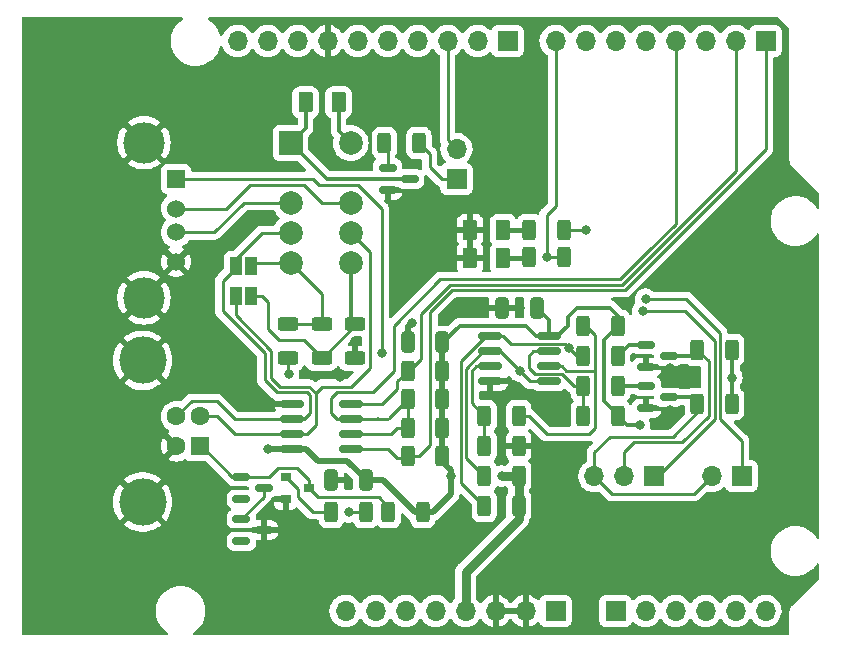
<source format=gbr>
%TF.GenerationSoftware,KiCad,Pcbnew,(6.0.7-1)-1*%
%TF.CreationDate,2022-10-13T17:45:22+01:00*%
%TF.ProjectId,JVS-IO,4a56532d-494f-42e6-9b69-6361645f7063,1*%
%TF.SameCoordinates,Original*%
%TF.FileFunction,Copper,L1,Top*%
%TF.FilePolarity,Positive*%
%FSLAX46Y46*%
G04 Gerber Fmt 4.6, Leading zero omitted, Abs format (unit mm)*
G04 Created by KiCad (PCBNEW (6.0.7-1)-1) date 2022-10-13 17:45:22*
%MOMM*%
%LPD*%
G01*
G04 APERTURE LIST*
G04 Aperture macros list*
%AMRoundRect*
0 Rectangle with rounded corners*
0 $1 Rounding radius*
0 $2 $3 $4 $5 $6 $7 $8 $9 X,Y pos of 4 corners*
0 Add a 4 corners polygon primitive as box body*
4,1,4,$2,$3,$4,$5,$6,$7,$8,$9,$2,$3,0*
0 Add four circle primitives for the rounded corners*
1,1,$1+$1,$2,$3*
1,1,$1+$1,$4,$5*
1,1,$1+$1,$6,$7*
1,1,$1+$1,$8,$9*
0 Add four rect primitives between the rounded corners*
20,1,$1+$1,$2,$3,$4,$5,0*
20,1,$1+$1,$4,$5,$6,$7,0*
20,1,$1+$1,$6,$7,$8,$9,0*
20,1,$1+$1,$8,$9,$2,$3,0*%
G04 Aperture macros list end*
%TA.AperFunction,SMDPad,CuDef*%
%ADD10RoundRect,0.250000X-0.625000X0.312500X-0.625000X-0.312500X0.625000X-0.312500X0.625000X0.312500X0*%
%TD*%
%TA.AperFunction,SMDPad,CuDef*%
%ADD11R,1.000000X1.500000*%
%TD*%
%TA.AperFunction,SMDPad,CuDef*%
%ADD12RoundRect,0.150000X-0.587500X-0.150000X0.587500X-0.150000X0.587500X0.150000X-0.587500X0.150000X0*%
%TD*%
%TA.AperFunction,ComponentPad*%
%ADD13R,1.524000X1.524000*%
%TD*%
%TA.AperFunction,ComponentPad*%
%ADD14C,1.524000*%
%TD*%
%TA.AperFunction,ComponentPad*%
%ADD15C,3.500000*%
%TD*%
%TA.AperFunction,ComponentPad*%
%ADD16R,1.700000X1.700000*%
%TD*%
%TA.AperFunction,ComponentPad*%
%ADD17O,1.700000X1.700000*%
%TD*%
%TA.AperFunction,ComponentPad*%
%ADD18R,1.600000X1.600000*%
%TD*%
%TA.AperFunction,ComponentPad*%
%ADD19C,1.600000*%
%TD*%
%TA.AperFunction,ComponentPad*%
%ADD20C,4.000000*%
%TD*%
%TA.AperFunction,SMDPad,CuDef*%
%ADD21RoundRect,0.150000X0.825000X0.150000X-0.825000X0.150000X-0.825000X-0.150000X0.825000X-0.150000X0*%
%TD*%
%TA.AperFunction,SMDPad,CuDef*%
%ADD22RoundRect,0.250000X0.312500X0.625000X-0.312500X0.625000X-0.312500X-0.625000X0.312500X-0.625000X0*%
%TD*%
%TA.AperFunction,SMDPad,CuDef*%
%ADD23RoundRect,0.250000X0.325000X0.650000X-0.325000X0.650000X-0.325000X-0.650000X0.325000X-0.650000X0*%
%TD*%
%TA.AperFunction,SMDPad,CuDef*%
%ADD24R,0.900000X0.800000*%
%TD*%
%TA.AperFunction,SMDPad,CuDef*%
%ADD25RoundRect,0.250000X-0.375000X-0.625000X0.375000X-0.625000X0.375000X0.625000X-0.375000X0.625000X0*%
%TD*%
%TA.AperFunction,SMDPad,CuDef*%
%ADD26RoundRect,0.250000X0.625000X-0.312500X0.625000X0.312500X-0.625000X0.312500X-0.625000X-0.312500X0*%
%TD*%
%TA.AperFunction,SMDPad,CuDef*%
%ADD27RoundRect,0.250000X-0.312500X-0.625000X0.312500X-0.625000X0.312500X0.625000X-0.312500X0.625000X0*%
%TD*%
%TA.AperFunction,SMDPad,CuDef*%
%ADD28RoundRect,0.150000X-0.825000X-0.150000X0.825000X-0.150000X0.825000X0.150000X-0.825000X0.150000X0*%
%TD*%
%TA.AperFunction,ComponentPad*%
%ADD29R,2.000000X2.000000*%
%TD*%
%TA.AperFunction,ComponentPad*%
%ADD30C,2.000000*%
%TD*%
%TA.AperFunction,ViaPad*%
%ADD31C,0.800000*%
%TD*%
%TA.AperFunction,Conductor*%
%ADD32C,0.250000*%
%TD*%
%TA.AperFunction,Conductor*%
%ADD33C,0.500000*%
%TD*%
%TA.AperFunction,Conductor*%
%ADD34C,0.350000*%
%TD*%
%TA.AperFunction,Conductor*%
%ADD35C,0.300000*%
%TD*%
%TA.AperFunction,Conductor*%
%ADD36C,0.750000*%
%TD*%
%TA.AperFunction,Conductor*%
%ADD37C,0.400000*%
%TD*%
G04 APERTURE END LIST*
D10*
%TO.P,R19,1*%
%TO.N,Net-(K1-Pad4)*%
X94488000Y-62545500D03*
%TO.P,R19,2*%
%TO.N,Net-(K1-Pad7)*%
X94488000Y-65470500D03*
%TD*%
D11*
%TO.P,JPP1,1,A*%
%TO.N,Net-(K1-Pad4)*%
X88534000Y-57658000D03*
%TO.P,JPP1,2,B*%
%TO.N,Net-(JVS-B1-Pad3)*%
X87234000Y-57658000D03*
%TD*%
%TO.P,JPN1,1,A*%
%TO.N,Net-(K1-Pad7)*%
X88534000Y-60198000D03*
%TO.P,JPN1,2,B*%
%TO.N,Net-(JVS-B1-Pad2)*%
X87234000Y-60198000D03*
%TD*%
D12*
%TO.P,D5,1,A*%
%TO.N,Net-(D4-Pad3)*%
X87708500Y-79060000D03*
%TO.P,D5,2,common*%
%TO.N,unconnected-(D5-Pad2)*%
X87708500Y-80960000D03*
%TO.P,D5,3,K*%
%TO.N,GND*%
X89583500Y-80010000D03*
%TD*%
%TO.P,D4,3,K*%
%TO.N,Net-(D4-Pad3)*%
X89583500Y-76454000D03*
%TO.P,D4,2,common*%
%TO.N,unconnected-(D4-Pad2)*%
X87708500Y-77404000D03*
%TO.P,D4,1,A*%
%TO.N,Net-(JVS-B1-Pad1)*%
X87708500Y-75504000D03*
%TD*%
D13*
%TO.P,JVS-A1,1,VBUS*%
%TO.N,Sense-In*%
X82169000Y-50292000D03*
D14*
%TO.P,JVS-A1,2,D-*%
%TO.N,Net-(JVS-A1-Pad2)*%
X82169000Y-52792000D03*
%TO.P,JVS-A1,3,D+*%
%TO.N,Net-(JVS-A1-Pad3)*%
X82169000Y-54792000D03*
%TO.P,JVS-A1,4,GND*%
%TO.N,GND*%
X82169000Y-57292000D03*
D15*
%TO.P,JVS-A1,5,Shield*%
X79459000Y-60362000D03*
X79459000Y-47222000D03*
%TD*%
D16*
%TO.P,REF\u002A\u002A,1*%
%TO.N,N/C*%
X119380000Y-86868000D03*
D17*
%TO.P,REF\u002A\u002A,2*%
X121920000Y-86868000D03*
%TO.P,REF\u002A\u002A,3*%
X124460000Y-86868000D03*
%TO.P,REF\u002A\u002A,4*%
X127000000Y-86868000D03*
%TO.P,REF\u002A\u002A,5*%
X129540000Y-86868000D03*
%TO.P,REF\u002A\u002A,6*%
X132080000Y-86868000D03*
%TD*%
D18*
%TO.P,JVS-B1,1,VBUS*%
%TO.N,Net-(JVS-B1-Pad1)*%
X84201000Y-72898000D03*
D19*
%TO.P,JVS-B1,2,D-*%
%TO.N,Net-(JVS-B1-Pad2)*%
X84201000Y-70398000D03*
%TO.P,JVS-B1,3,D+*%
%TO.N,Net-(JVS-B1-Pad3)*%
X82201000Y-70398000D03*
%TO.P,JVS-B1,4,GND*%
%TO.N,GND*%
X82201000Y-72898000D03*
D20*
%TO.P,JVS-B1,5,Shield*%
X79341000Y-77648000D03*
X79341000Y-65648000D03*
%TD*%
D21*
%TO.P,U1,1,RO*%
%TO.N,Net-(J1-Pad1)*%
X96963000Y-73152000D03*
%TO.P,U1,2,~{RE}*%
%TO.N,Net-(J1-Pad4)*%
X96963000Y-71882000D03*
%TO.P,U1,3,DE*%
X96963000Y-70612000D03*
%TO.P,U1,4,DI*%
%TO.N,Net-(J1-Pad2)*%
X96963000Y-69342000D03*
%TO.P,U1,5,GND*%
%TO.N,GND*%
X92013000Y-69342000D03*
%TO.P,U1,6,A*%
%TO.N,Net-(JVS-B1-Pad3)*%
X92013000Y-70612000D03*
%TO.P,U1,7,B*%
%TO.N,Net-(JVS-B1-Pad2)*%
X92013000Y-71882000D03*
%TO.P,U1,8,VCC*%
%TO.N,VCC*%
X92013000Y-73152000D03*
%TD*%
D22*
%TO.P,R8,1*%
%TO.N,VCC*%
X104703010Y-66548000D03*
%TO.P,R8,2*%
%TO.N,Net-(J1-Pad2)*%
X101778010Y-66548000D03*
%TD*%
%TO.P,R7,1*%
%TO.N,VCC*%
X104703010Y-68961000D03*
%TO.P,R7,2*%
%TO.N,Net-(J1-Pad4)*%
X101778010Y-68961000D03*
%TD*%
%TO.P,R6,1*%
%TO.N,VCC*%
X104703010Y-71374000D03*
%TO.P,R6,2*%
%TO.N,Net-(J1-Pad4)*%
X101778010Y-71374000D03*
%TD*%
%TO.P,R5,1*%
%TO.N,VCC*%
X104703010Y-73787000D03*
%TO.P,R5,2*%
%TO.N,Net-(J1-Pad1)*%
X101778010Y-73787000D03*
%TD*%
D23*
%TO.P,C1,1*%
%TO.N,VCC*%
X98249000Y-75819000D03*
%TO.P,C1,2*%
%TO.N,GND*%
X95299000Y-75819000D03*
%TD*%
%TO.P,C2,1*%
%TO.N,VCC*%
X104726000Y-64135000D03*
%TO.P,C2,2*%
%TO.N,GND*%
X101776000Y-64135000D03*
%TD*%
D16*
%TO.P,J1,1,Pin_1*%
%TO.N,Net-(J1-Pad1)*%
X132080000Y-38608000D03*
D17*
%TO.P,J1,2,Pin_2*%
%TO.N,Net-(J1-Pad2)*%
X129540000Y-38608000D03*
%TO.P,J1,3,Pin_3*%
%TO.N,unconnected-(J1-Pad3)*%
X127000000Y-38608000D03*
%TO.P,J1,4,Pin_4*%
%TO.N,Net-(J1-Pad4)*%
X124460000Y-38608000D03*
%TO.P,J1,5,Pin_5*%
%TO.N,unconnected-(J1-Pad5)*%
X121920000Y-38608000D03*
%TO.P,J1,6,Pin_6*%
%TO.N,unconnected-(J1-Pad6)*%
X119380000Y-38608000D03*
%TO.P,J1,7,Pin_7*%
%TO.N,unconnected-(J1-Pad7)*%
X116840000Y-38608000D03*
%TO.P,J1,8,Pin_8*%
%TO.N,SENSE-OUT*%
X114300000Y-38608000D03*
%TD*%
D24*
%TO.P,Q1,1,B*%
%TO.N,Net-(Q1-Pad1)*%
X91456000Y-75504000D03*
%TO.P,Q1,2,E*%
%TO.N,GND*%
X91456000Y-77404000D03*
%TO.P,Q1,3,C*%
%TO.N,Net-(JVS-B1-Pad1)*%
X93456000Y-76454000D03*
%TD*%
D22*
%TO.P,R9,2*%
%TO.N,Net-(JVS-B1-Pad1)*%
X100137500Y-78486000D03*
%TO.P,R9,1*%
%TO.N,VCC*%
X103062500Y-78486000D03*
%TD*%
%TO.P,R10,1*%
%TO.N,SENSE-OUT*%
X98236500Y-78486000D03*
%TO.P,R10,2*%
%TO.N,Net-(Q1-Pad1)*%
X95311500Y-78486000D03*
%TD*%
D16*
%TO.P,PPWR1,1,Pin_1*%
%TO.N,unconnected-(PPWR1-Pad1)*%
X114300000Y-86868000D03*
D17*
%TO.P,PPWR1,2,Pin_2*%
%TO.N,GND*%
X111760000Y-86868000D03*
%TO.P,PPWR1,3,Pin_3*%
X109220000Y-86868000D03*
%TO.P,PPWR1,4,Pin_4*%
%TO.N,VCC*%
X106680000Y-86868000D03*
%TO.P,PPWR1,5,Pin_5*%
%TO.N,unconnected-(PPWR1-Pad5)*%
X104140000Y-86868000D03*
%TO.P,PPWR1,6,Pin_6*%
%TO.N,unconnected-(PPWR1-Pad6)*%
X101600000Y-86868000D03*
%TO.P,PPWR1,7,Pin_7*%
%TO.N,unconnected-(PPWR1-Pad7)*%
X99060000Y-86868000D03*
%TO.P,PPWR1,8,Pin_8*%
%TO.N,unconnected-(PPWR1-Pad8)*%
X96520000Y-86868000D03*
%TD*%
D16*
%TO.P,Pdig2,1,Pin_1*%
%TO.N,IO-PRESENT*%
X110236000Y-38608000D03*
D17*
%TO.P,Pdig2,2,Pin_2*%
%TO.N,IO-SET*%
X107696000Y-38608000D03*
%TO.P,Pdig2,3,Pin_3*%
%TO.N,TERM-RLY*%
X105156000Y-38608000D03*
%TO.P,Pdig2,4,Pin_4*%
%TO.N,unconnected-(Pdig2-Pad4)*%
X102616000Y-38608000D03*
%TO.P,Pdig2,5,Pin_5*%
%TO.N,unconnected-(Pdig2-Pad5)*%
X100076000Y-38608000D03*
%TO.P,Pdig2,6,Pin_6*%
%TO.N,unconnected-(Pdig2-Pad6)*%
X97536000Y-38608000D03*
%TO.P,Pdig2,7,Pin_7*%
%TO.N,GND*%
X94996000Y-38608000D03*
%TO.P,Pdig2,8,Pin_8*%
%TO.N,unconnected-(Pdig2-Pad8)*%
X92456000Y-38608000D03*
%TO.P,Pdig2,9*%
%TO.N,N/C*%
X89916000Y-38608000D03*
%TO.P,Pdig2,10*%
X87376000Y-38608000D03*
%TD*%
D12*
%TO.P,Q4,1,B*%
%TO.N,Net-(Q4-Pad1)*%
X100082510Y-49342000D03*
%TO.P,Q4,2,E*%
%TO.N,GND*%
X100082510Y-51242000D03*
%TO.P,Q4,3,C*%
%TO.N,Net-(D1-Pad1)*%
X101957510Y-50292000D03*
%TD*%
D25*
%TO.P,D3,1,K*%
%TO.N,GND*%
X107058000Y-56984000D03*
%TO.P,D3,2,A*%
%TO.N,Net-(D3-Pad2)*%
X109858000Y-56984000D03*
%TD*%
%TO.P,D1,1,K*%
%TO.N,Net-(D1-Pad1)*%
X93137510Y-43799500D03*
%TO.P,D1,2,A*%
%TO.N,VCC*%
X95937510Y-43799500D03*
%TD*%
D16*
%TO.P,J3,1,Pin_1*%
%TO.N,IO-PRESENT*%
X130048000Y-75438000D03*
D17*
%TO.P,J3,2,Pin_2*%
%TO.N,Net-(J2-Pad3)*%
X127508000Y-75438000D03*
%TD*%
D22*
%TO.P,R2,1*%
%TO.N,VCC*%
X119572500Y-62738000D03*
%TO.P,R2,2*%
%TO.N,Net-(R2-Pad2)*%
X116647500Y-62738000D03*
%TD*%
D26*
%TO.P,R20,1*%
%TO.N,GND*%
X97282000Y-65470500D03*
%TO.P,R20,2*%
%TO.N,Net-(K1-Pad7)*%
X97282000Y-62545500D03*
%TD*%
D22*
%TO.P,R3,1*%
%TO.N,Net-(R2-Pad2)*%
X111190500Y-70358000D03*
%TO.P,R3,2*%
%TO.N,Net-(R3-Pad2)*%
X108265500Y-70358000D03*
%TD*%
%TO.P,R15,1*%
%TO.N,VCC*%
X129224500Y-69342000D03*
%TO.P,R15,2*%
%TO.N,Net-(J2-Pad3)*%
X126299500Y-69342000D03*
%TD*%
D16*
%TO.P,J2,1,Pin_1*%
%TO.N,IO-SET*%
X122667000Y-75438000D03*
D17*
%TO.P,J2,2,Pin_2*%
%TO.N,Net-(J2-Pad2)*%
X120127000Y-75438000D03*
%TO.P,J2,3,Pin_3*%
%TO.N,Net-(J2-Pad3)*%
X117587000Y-75438000D03*
%TD*%
D27*
%TO.P,R11,1*%
%TO.N,Net-(R11-Pad1)*%
X116647500Y-70358000D03*
%TO.P,R11,2*%
%TO.N,VCC*%
X119572500Y-70358000D03*
%TD*%
D10*
%TO.P,R18,2*%
%TO.N,VCC*%
X91622010Y-65470500D03*
%TO.P,R18,1*%
%TO.N,Net-(K1-Pad4)*%
X91622010Y-62545500D03*
%TD*%
D22*
%TO.P,R16,1*%
%TO.N,VCC*%
X129224500Y-64770000D03*
%TO.P,R16,2*%
%TO.N,Net-(J2-Pad2)*%
X126299500Y-64770000D03*
%TD*%
%TO.P,R22,1*%
%TO.N,SENSE-OUT*%
X115000500Y-56896000D03*
%TO.P,R22,2*%
%TO.N,Net-(D3-Pad2)*%
X112075500Y-56896000D03*
%TD*%
D27*
%TO.P,R17,1*%
%TO.N,Net-(Q4-Pad1)*%
X99811510Y-47244000D03*
%TO.P,R17,2*%
%TO.N,Net-(J4-Pad1)*%
X102736510Y-47244000D03*
%TD*%
D22*
%TO.P,R13,1*%
%TO.N,Net-(Q2-Pad1)*%
X119572500Y-67818000D03*
%TO.P,R13,2*%
%TO.N,Net-(R11-Pad1)*%
X116647500Y-67818000D03*
%TD*%
D27*
%TO.P,R12,1*%
%TO.N,Net-(R12-Pad1)*%
X108265500Y-77978000D03*
%TO.P,R12,2*%
%TO.N,VCC*%
X111190500Y-77978000D03*
%TD*%
%TO.P,R4,1*%
%TO.N,Net-(R3-Pad2)*%
X108265500Y-72898000D03*
%TO.P,R4,2*%
%TO.N,GND*%
X111190500Y-72898000D03*
%TD*%
D12*
%TO.P,Q2,1,B*%
%TO.N,Net-(Q2-Pad1)*%
X121998500Y-67818000D03*
%TO.P,Q2,2,E*%
%TO.N,GND*%
X121998500Y-69718000D03*
%TO.P,Q2,3,C*%
%TO.N,Net-(J2-Pad3)*%
X123873500Y-68768000D03*
%TD*%
D25*
%TO.P,D2,1,K*%
%TO.N,GND*%
X107058000Y-54610000D03*
%TO.P,D2,2,A*%
%TO.N,Net-(D2-Pad2)*%
X109858000Y-54610000D03*
%TD*%
D28*
%TO.P,U2,1*%
%TO.N,Net-(R12-Pad1)*%
X108777000Y-63627000D03*
%TO.P,U2,2,-*%
%TO.N,Sense-In*%
X108777000Y-64897000D03*
%TO.P,U2,3,+*%
%TO.N,Net-(R3-Pad2)*%
X108777000Y-66167000D03*
%TO.P,U2,4,V-*%
%TO.N,GND*%
X108777000Y-67437000D03*
%TO.P,U2,5,+*%
%TO.N,Sense-In*%
X113727000Y-67437000D03*
%TO.P,U2,6,_*%
%TO.N,Net-(R2-Pad2)*%
X113727000Y-66167000D03*
%TO.P,U2,7*%
%TO.N,Net-(R11-Pad1)*%
X113727000Y-64897000D03*
%TO.P,U2,8,V+*%
%TO.N,VCC*%
X113727000Y-63627000D03*
%TD*%
D22*
%TO.P,R1,1*%
%TO.N,VCC*%
X111190500Y-75438000D03*
%TO.P,R1,2*%
%TO.N,Sense-In*%
X108265500Y-75438000D03*
%TD*%
D29*
%TO.P,K1,1*%
%TO.N,Net-(D1-Pad1)*%
X91876010Y-47244000D03*
D30*
%TO.P,K1,2*%
%TO.N,Net-(JVS-A1-Pad3)*%
X91876010Y-52324000D03*
%TO.P,K1,3*%
%TO.N,Net-(JVS-B1-Pad3)*%
X91876010Y-54864000D03*
%TO.P,K1,4*%
%TO.N,Net-(K1-Pad4)*%
X91876010Y-57404000D03*
%TO.P,K1,7*%
%TO.N,Net-(K1-Pad7)*%
X96956010Y-57404000D03*
%TO.P,K1,8*%
%TO.N,Net-(JVS-B1-Pad2)*%
X96956010Y-54864000D03*
%TO.P,K1,9*%
%TO.N,Net-(JVS-A1-Pad2)*%
X96956010Y-52324000D03*
%TO.P,K1,10*%
%TO.N,VCC*%
X96956010Y-47244000D03*
%TD*%
D16*
%TO.P,J4,1,Pin_1*%
%TO.N,Net-(J4-Pad1)*%
X105918000Y-50292000D03*
D17*
%TO.P,J4,2,Pin_2*%
%TO.N,TERM-RLY*%
X105918000Y-47752000D03*
%TD*%
D23*
%TO.P,C3,1*%
%TO.N,VCC*%
X112727000Y-61214000D03*
%TO.P,C3,2*%
%TO.N,GND*%
X109777000Y-61214000D03*
%TD*%
D22*
%TO.P,R14,1*%
%TO.N,Net-(Q3-Pad1)*%
X119572500Y-65278000D03*
%TO.P,R14,2*%
%TO.N,Net-(R12-Pad1)*%
X116647500Y-65278000D03*
%TD*%
D12*
%TO.P,Q3,1,B*%
%TO.N,Net-(Q3-Pad1)*%
X121998500Y-64328000D03*
%TO.P,Q3,2,E*%
%TO.N,GND*%
X121998500Y-66228000D03*
%TO.P,Q3,3,C*%
%TO.N,Net-(J2-Pad2)*%
X123873500Y-65278000D03*
%TD*%
D22*
%TO.P,R21,1*%
%TO.N,Net-(R12-Pad1)*%
X115000500Y-54610000D03*
%TO.P,R21,2*%
%TO.N,Net-(D2-Pad2)*%
X112075500Y-54610000D03*
%TD*%
D31*
%TO.N,SENSE-OUT*%
X96774000Y-78486000D03*
%TO.N,GND*%
X96012000Y-67056000D03*
X123952000Y-69850000D03*
X123952000Y-66294000D03*
X109728000Y-72898000D03*
X111252000Y-61214000D03*
X102108000Y-52832000D03*
X102108000Y-62484000D03*
X97282000Y-64008000D03*
X108712000Y-68580000D03*
X90170000Y-69342000D03*
%TO.N,VCC*%
X105410000Y-75438000D03*
X91694000Y-66802000D03*
X121412000Y-71120000D03*
X89916000Y-73152000D03*
X129224500Y-67117500D03*
X109728000Y-75438000D03*
%TO.N,Sense-In*%
X111252000Y-66548000D03*
X99568000Y-65024000D03*
%TO.N,IO-PRESENT*%
X121920000Y-60452000D03*
%TO.N,SENSE-OUT*%
X113538000Y-56896000D03*
%TO.N,Net-(R12-Pad1)*%
X116840000Y-54610000D03*
X115443000Y-64643000D03*
%TO.N,IO-SET*%
X121666000Y-61468000D03*
%TD*%
D32*
%TO.N,Net-(Q1-Pad1)*%
X92456000Y-77216000D02*
X93726000Y-78486000D01*
X91456000Y-75504000D02*
X92456000Y-76504000D01*
X92456000Y-76504000D02*
X92456000Y-77216000D01*
X93726000Y-78486000D02*
X95311500Y-78486000D01*
%TO.N,Net-(JVS-B1-Pad1)*%
X93456000Y-76454000D02*
X93456000Y-75804000D01*
X93456000Y-75804000D02*
X92431000Y-74779000D01*
X92431000Y-74779000D02*
X90767751Y-74779000D01*
X90767751Y-74779000D02*
X90042751Y-75504000D01*
X100137500Y-78486000D02*
X100137500Y-78039500D01*
X99314000Y-77216000D02*
X94218000Y-77216000D01*
X100137500Y-78039500D02*
X99314000Y-77216000D01*
X94218000Y-77216000D02*
X93456000Y-76454000D01*
D33*
%TO.N,VCC*%
X103886000Y-78486000D02*
X105410000Y-76962000D01*
X103062500Y-78486000D02*
X103886000Y-78486000D01*
X105410000Y-76962000D02*
X105410000Y-75438000D01*
X99695000Y-75819000D02*
X102362000Y-78486000D01*
X98249000Y-75819000D02*
X99695000Y-75819000D01*
X102362000Y-78486000D02*
X103062500Y-78486000D01*
D32*
%TO.N,SENSE-OUT*%
X96774000Y-78486000D02*
X98298000Y-78486000D01*
%TO.N,Net-(JVS-B1-Pad1)*%
X93456000Y-76454000D02*
X93595000Y-76454000D01*
X87708500Y-75504000D02*
X90042751Y-75504000D01*
%TO.N,Net-(D4-Pad3)*%
X87708500Y-79060000D02*
X89583500Y-77185000D01*
X89583500Y-77185000D02*
X89583500Y-76454000D01*
%TO.N,Net-(JVS-B1-Pad1)*%
X84201000Y-72898000D02*
X84328000Y-72898000D01*
X84328000Y-72898000D02*
X86934000Y-75504000D01*
X86934000Y-75504000D02*
X87708500Y-75504000D01*
D33*
%TO.N,VCC*%
X91941010Y-73152000D02*
X93146010Y-73152000D01*
X94162010Y-74168000D02*
X96647000Y-74168000D01*
X93146010Y-73152000D02*
X94162010Y-74168000D01*
X96647000Y-74168000D02*
X98298000Y-75819000D01*
D32*
%TO.N,Net-(K1-Pad7)*%
X88534000Y-60198000D02*
X89408000Y-60198000D01*
X89408000Y-60198000D02*
X89916000Y-60706000D01*
X89916000Y-60706000D02*
X89916000Y-62992000D01*
X89916000Y-62992000D02*
X90874000Y-63950000D01*
X90874000Y-63950000D02*
X92967500Y-63950000D01*
X92967500Y-63950000D02*
X94488000Y-65470500D01*
%TO.N,Net-(JVS-B1-Pad2)*%
X87234000Y-61834000D02*
X90234198Y-64834198D01*
X90234198Y-67120198D02*
X90990000Y-67876000D01*
X90234198Y-64834198D02*
X90234198Y-67120198D01*
X90990000Y-67876000D02*
X93414000Y-67876000D01*
X87234000Y-60198000D02*
X87234000Y-61834000D01*
X93414000Y-67876000D02*
X93414000Y-67885604D01*
X93414000Y-67885604D02*
X93980000Y-68451604D01*
X93980000Y-68451604D02*
X93980000Y-68442000D01*
X94546000Y-67876000D02*
X95571604Y-67876000D01*
X93980000Y-68442000D02*
X94546000Y-67876000D01*
X93980000Y-68451604D02*
X93980000Y-70358000D01*
%TO.N,Net-(JVS-B1-Pad3)*%
X87234000Y-57658000D02*
X87234000Y-57800000D01*
X92964000Y-70612000D02*
X92013000Y-70612000D01*
X87234000Y-57800000D02*
X86106000Y-58928000D01*
X86106000Y-58928000D02*
X86106000Y-61468000D01*
X93472000Y-68580000D02*
X93472000Y-70104000D01*
X86106000Y-61468000D02*
X89662000Y-65024000D01*
X89662000Y-67310000D02*
X90678000Y-68326000D01*
X90678000Y-68326000D02*
X93218000Y-68326000D01*
X89662000Y-65024000D02*
X89662000Y-67310000D01*
X93218000Y-68326000D02*
X93472000Y-68580000D01*
X93472000Y-70104000D02*
X92964000Y-70612000D01*
%TO.N,Net-(K1-Pad7)*%
X94488000Y-65470500D02*
X94549500Y-65470500D01*
X94549500Y-65470500D02*
X97282000Y-62738000D01*
X97282000Y-62738000D02*
X97282000Y-62545500D01*
%TO.N,Net-(JVS-B1-Pad2)*%
X93980000Y-70358000D02*
X93980000Y-71120000D01*
X96970000Y-67876000D02*
X95571604Y-67876000D01*
X96956010Y-54864000D02*
X98592453Y-56500443D01*
X98592453Y-56500443D02*
X98592453Y-66253547D01*
X98592453Y-66253547D02*
X96970000Y-67876000D01*
%TO.N,VCC*%
X91622010Y-65470500D02*
X91622010Y-66730010D01*
X91622010Y-66730010D02*
X91694000Y-66802000D01*
%TO.N,Net-(K1-Pad4)*%
X91622010Y-62545500D02*
X94488000Y-62545500D01*
X91876010Y-57404000D02*
X88788000Y-57404000D01*
X88788000Y-57404000D02*
X88534000Y-57658000D01*
%TO.N,Net-(JVS-B1-Pad3)*%
X91876010Y-54864000D02*
X89428000Y-54864000D01*
X89428000Y-54864000D02*
X87234000Y-57058000D01*
X87234000Y-57058000D02*
X87234000Y-57658000D01*
%TO.N,Net-(K1-Pad4)*%
X94488000Y-62484000D02*
X94243305Y-62484000D01*
X91876010Y-57404000D02*
X94488000Y-60015990D01*
X94488000Y-60015990D02*
X94488000Y-62484000D01*
D34*
%TO.N,VCC*%
X114427000Y-63627000D02*
X113727000Y-63627000D01*
X115316000Y-62738000D02*
X114427000Y-63627000D01*
X106172000Y-62738000D02*
X104775000Y-64135000D01*
D35*
X129224500Y-67117500D02*
X129224500Y-69342000D01*
X118364000Y-63946500D02*
X119572500Y-62738000D01*
X129224500Y-64770000D02*
X129224500Y-67117500D01*
D34*
X112649000Y-63627000D02*
X113727000Y-63627000D01*
D33*
X104703010Y-64157990D02*
X104726000Y-64135000D01*
D35*
X119572500Y-70358000D02*
X119572500Y-70296500D01*
D36*
X111190500Y-77978000D02*
X111190500Y-75438000D01*
D33*
X105410000Y-74930000D02*
X105410000Y-75438000D01*
D36*
X111190500Y-77978000D02*
X111190500Y-79055500D01*
D35*
X121412000Y-71120000D02*
X120334500Y-71120000D01*
X120334500Y-71120000D02*
X119572500Y-70358000D01*
X118364000Y-69088000D02*
X118364000Y-63946500D01*
X119572500Y-70296500D02*
X118364000Y-69088000D01*
D34*
X118872000Y-61214000D02*
X116078000Y-61214000D01*
D33*
X92013000Y-73152000D02*
X89916000Y-73152000D01*
D36*
X111190500Y-79055500D02*
X106680000Y-83566000D01*
X111190500Y-75438000D02*
X109728000Y-75438000D01*
D34*
X113727000Y-63627000D02*
X113727000Y-62214000D01*
D35*
X95937510Y-43799500D02*
X95937510Y-46225500D01*
D33*
X104703010Y-73787000D02*
X104703010Y-64157990D01*
D35*
X95937510Y-46225500D02*
X96956010Y-47244000D01*
D34*
X106172000Y-62738000D02*
X111760000Y-62738000D01*
X116078000Y-61214000D02*
X115316000Y-61976000D01*
X111760000Y-62738000D02*
X112649000Y-63627000D01*
D36*
X106680000Y-83566000D02*
X106680000Y-86868000D01*
D34*
X104775000Y-64135000D02*
X104726000Y-64135000D01*
X119572500Y-62738000D02*
X119572500Y-61914500D01*
D33*
X104703010Y-73787000D02*
X104703010Y-74223010D01*
D34*
X119572500Y-61914500D02*
X118872000Y-61214000D01*
X115316000Y-61976000D02*
X115316000Y-62738000D01*
D33*
X104703010Y-74223010D02*
X105410000Y-74930000D01*
D34*
X113727000Y-62214000D02*
X112727000Y-61214000D01*
D32*
%TO.N,Net-(J1-Pad2)*%
X129540000Y-38608000D02*
X129540000Y-49655604D01*
X105361604Y-59240000D02*
X102870000Y-61731604D01*
X96891010Y-69342000D02*
X98226010Y-69342000D01*
X129540000Y-49655604D02*
X119955604Y-59240000D01*
X119955604Y-59240000D02*
X105361604Y-59240000D01*
X99646320Y-69342000D02*
X100890500Y-68097820D01*
X102870000Y-65532000D02*
X101854000Y-66548000D01*
X98226010Y-69342000D02*
X99646320Y-69342000D01*
X100890500Y-67435510D02*
X101778010Y-66548000D01*
X97304510Y-69342000D02*
X97454820Y-69342000D01*
X101854000Y-66548000D02*
X101778010Y-66548000D01*
X100890500Y-68097820D02*
X100890500Y-67435510D01*
X102870000Y-61731604D02*
X102870000Y-65532000D01*
%TO.N,Net-(JVS-A1-Pad3)*%
X82478000Y-54483000D02*
X82169000Y-54792000D01*
X82169000Y-54792000D02*
X85416000Y-54792000D01*
X85416000Y-54792000D02*
X87884000Y-52324000D01*
X87884000Y-52324000D02*
X91876010Y-52324000D01*
%TO.N,Net-(JVS-A1-Pad2)*%
X82169000Y-52792000D02*
X86400000Y-52792000D01*
X94488000Y-52324000D02*
X92964000Y-50800000D01*
X96956010Y-52324000D02*
X94488000Y-52324000D01*
X92964000Y-50800000D02*
X88392000Y-50800000D01*
X82590000Y-53213000D02*
X82169000Y-52792000D01*
X86400000Y-52792000D02*
X88392000Y-50800000D01*
%TO.N,Sense-In*%
X99568000Y-65024000D02*
X99568000Y-52832000D01*
X106738000Y-66361604D02*
X106738000Y-73910500D01*
X112141000Y-67437000D02*
X111252000Y-66548000D01*
X109601000Y-64897000D02*
X111252000Y-66548000D01*
X93726000Y-50292000D02*
X94234000Y-50800000D01*
X108777000Y-64897000D02*
X108202604Y-64897000D01*
X94234000Y-50800000D02*
X97536000Y-50800000D01*
X108777000Y-64897000D02*
X109601000Y-64897000D01*
X108202604Y-64897000D02*
X106738000Y-66361604D01*
X113727000Y-67437000D02*
X112141000Y-67437000D01*
X106738000Y-73910500D02*
X108265500Y-75438000D01*
X97536000Y-50800000D02*
X99568000Y-52832000D01*
X82169000Y-50292000D02*
X93726000Y-50292000D01*
D37*
%TO.N,Net-(D2-Pad2)*%
X112075500Y-54610000D02*
X109858000Y-54610000D01*
%TO.N,Net-(D3-Pad2)*%
X109858000Y-56984000D02*
X111987500Y-56984000D01*
X111987500Y-56984000D02*
X112075500Y-56896000D01*
D35*
%TO.N,Net-(Q2-Pad1)*%
X121998500Y-67818000D02*
X119572500Y-67818000D01*
D32*
%TO.N,IO-PRESENT*%
X130048000Y-72448000D02*
X128212000Y-70612000D01*
X128212000Y-63313604D02*
X125350396Y-60452000D01*
X125350396Y-60452000D02*
X121920000Y-60452000D01*
X128212000Y-70612000D02*
X128212000Y-63313604D01*
X130048000Y-75438000D02*
X130048000Y-72448000D01*
D35*
%TO.N,Net-(Q3-Pad1)*%
X121998500Y-64328000D02*
X120522500Y-64328000D01*
X120522500Y-64328000D02*
X119572500Y-65278000D01*
D32*
%TO.N,Net-(J2-Pad2)*%
X125026000Y-72586000D02*
X127254000Y-70358000D01*
D35*
X126299500Y-64708500D02*
X126299500Y-64770000D01*
D32*
X127254000Y-70358000D02*
X127254000Y-65724500D01*
D35*
X125791500Y-65278000D02*
X126299500Y-64770000D01*
X123873500Y-65278000D02*
X125791500Y-65278000D01*
D32*
X120127000Y-75438000D02*
X120127000Y-73421000D01*
X120962000Y-72586000D02*
X125026000Y-72586000D01*
X120127000Y-73421000D02*
X120962000Y-72586000D01*
X127254000Y-65724500D02*
X126299500Y-64770000D01*
%TO.N,Net-(Q4-Pad1)*%
X100082510Y-47515000D02*
X99811510Y-47244000D01*
X100082510Y-49342000D02*
X100082510Y-47515000D01*
D35*
%TO.N,Net-(D1-Pad1)*%
X91876010Y-47244000D02*
X94924010Y-50292000D01*
X93146010Y-45974000D02*
X93146010Y-43808000D01*
X91876010Y-47244000D02*
X93146010Y-45974000D01*
X94924010Y-50292000D02*
X101957510Y-50292000D01*
X93146010Y-43808000D02*
X93137510Y-43799500D01*
D32*
%TO.N,Net-(R2-Pad2)*%
X112014000Y-70358000D02*
X111190500Y-70358000D01*
X114809396Y-66167000D02*
X113727000Y-66167000D01*
X117128173Y-66548000D02*
X115190396Y-66548000D01*
X117602000Y-66548000D02*
X117602000Y-71374000D01*
X117094000Y-71882000D02*
X113538000Y-71882000D01*
X117602000Y-63500000D02*
X117602000Y-65786000D01*
X116840000Y-62738000D02*
X117602000Y-63500000D01*
X117602000Y-65786000D02*
X117602000Y-66074173D01*
X117602000Y-71374000D02*
X117094000Y-71882000D01*
X113538000Y-71882000D02*
X112014000Y-70358000D01*
X115190396Y-66548000D02*
X114809396Y-66167000D01*
X116647500Y-62738000D02*
X116840000Y-62738000D01*
X117128173Y-66548000D02*
X117602000Y-66548000D01*
X117602000Y-66548000D02*
X117602000Y-65786000D01*
%TO.N,Net-(R3-Pad2)*%
X107188000Y-66548000D02*
X107188000Y-69280500D01*
X108265500Y-70358000D02*
X108265500Y-72898000D01*
X108777000Y-66167000D02*
X107569000Y-66167000D01*
X107188000Y-69280500D02*
X108265500Y-70358000D01*
X107569000Y-66167000D02*
X107188000Y-66548000D01*
%TO.N,SENSE-OUT*%
X113538000Y-56896000D02*
X115000500Y-56896000D01*
X114300000Y-52578000D02*
X114300000Y-38608000D01*
X113538000Y-53340000D02*
X114300000Y-52578000D01*
X113538000Y-56896000D02*
X113538000Y-53340000D01*
%TO.N,Net-(R11-Pad1)*%
X116647500Y-67818000D02*
X116647500Y-70358000D01*
X115824000Y-67818000D02*
X114808000Y-66802000D01*
X114808000Y-66802000D02*
X112522000Y-66802000D01*
X116647500Y-67818000D02*
X115824000Y-67818000D01*
X112014000Y-65278000D02*
X112395000Y-64897000D01*
X112395000Y-64897000D02*
X113727000Y-64897000D01*
X112522000Y-66802000D02*
X112014000Y-66294000D01*
X112014000Y-66294000D02*
X112014000Y-65278000D01*
%TO.N,Net-(R12-Pad1)*%
X108777000Y-63627000D02*
X108400249Y-63627000D01*
X106288000Y-65739249D02*
X106288000Y-76000500D01*
X109855000Y-63627000D02*
X108777000Y-63627000D01*
X115443000Y-64643000D02*
X115062000Y-64262000D01*
X116647500Y-65278000D02*
X116078000Y-65278000D01*
X116078000Y-65278000D02*
X115443000Y-64643000D01*
X116840000Y-54610000D02*
X115000500Y-54610000D01*
X110490000Y-64262000D02*
X109855000Y-63627000D01*
X108400249Y-63627000D02*
X106288000Y-65739249D01*
X115062000Y-64262000D02*
X110490000Y-64262000D01*
X106288000Y-76000500D02*
X108265500Y-77978000D01*
%TO.N,TERM-RLY*%
X105156000Y-38608000D02*
X105156000Y-46990000D01*
X105156000Y-46990000D02*
X105918000Y-47752000D01*
D35*
%TO.N,Net-(K1-Pad7)*%
X97210010Y-62484000D02*
X96956010Y-62230000D01*
X96956010Y-62230000D02*
X96956010Y-57404000D01*
D32*
%TO.N,IO-SET*%
X125222000Y-61468000D02*
X121666000Y-61468000D01*
X127762000Y-64008000D02*
X125222000Y-61468000D01*
X122936000Y-75438000D02*
X127762000Y-70612000D01*
X127762000Y-70612000D02*
X127762000Y-64008000D01*
X122667000Y-75438000D02*
X122936000Y-75438000D01*
%TO.N,Net-(JVS-B1-Pad2)*%
X93218000Y-71882000D02*
X92013000Y-71882000D01*
X85638000Y-70398000D02*
X87122000Y-71882000D01*
X87122000Y-71882000D02*
X92013000Y-71882000D01*
X93980000Y-71120000D02*
X93218000Y-71882000D01*
X84201000Y-70398000D02*
X85638000Y-70398000D01*
%TO.N,Net-(JVS-B1-Pad3)*%
X87122000Y-70612000D02*
X92013000Y-70612000D01*
X85598000Y-69088000D02*
X87122000Y-70612000D01*
X83511000Y-69088000D02*
X85598000Y-69088000D01*
X82201000Y-70398000D02*
X83511000Y-69088000D01*
%TO.N,Net-(J1-Pad1)*%
X132080000Y-47752000D02*
X132080000Y-38608000D01*
X105548000Y-59690000D02*
X120142000Y-59690000D01*
X97558510Y-73152000D02*
X97939510Y-73152000D01*
X100893010Y-73914000D02*
X101651010Y-73914000D01*
X120142000Y-59690000D02*
X132080000Y-47752000D01*
X101778010Y-73787000D02*
X102743000Y-73787000D01*
X101651010Y-73914000D02*
X101778010Y-73787000D01*
X98480010Y-73152000D02*
X100131010Y-73152000D01*
X103701000Y-61537000D02*
X105548000Y-59690000D01*
X102743000Y-73787000D02*
X103701000Y-72829000D01*
X103701000Y-72829000D02*
X103701000Y-61537000D01*
X96891010Y-73152000D02*
X98480010Y-73152000D01*
X132080000Y-39878000D02*
X132080000Y-38608000D01*
X100131010Y-73152000D02*
X100893010Y-73914000D01*
%TO.N,Net-(J1-Pad4)*%
X100893010Y-71374000D02*
X101778010Y-71374000D01*
X124460000Y-38608000D02*
X124460000Y-53340000D01*
X100584000Y-62738000D02*
X104532000Y-58790000D01*
X104532000Y-58790000D02*
X119769208Y-58790000D01*
X95250000Y-70104000D02*
X95250000Y-68834000D01*
X124460000Y-53340000D02*
X124460000Y-54099208D01*
X99205510Y-70612000D02*
X99271010Y-70546500D01*
X119769208Y-58790000D02*
X122172604Y-56386604D01*
X96891010Y-70612000D02*
X100127010Y-70612000D01*
X96891010Y-71882000D02*
X100385010Y-71882000D01*
X100584000Y-66548000D02*
X100584000Y-62738000D01*
X100192510Y-70546500D02*
X101778010Y-68961000D01*
X100385010Y-71882000D02*
X100893010Y-71374000D01*
X96963000Y-70612000D02*
X95758000Y-70612000D01*
X98806000Y-68326000D02*
X100584000Y-66548000D01*
X95758000Y-68326000D02*
X98806000Y-68326000D01*
X124460000Y-53340000D02*
X124460000Y-53848000D01*
X101778010Y-71374000D02*
X101778010Y-68961000D01*
X95758000Y-70612000D02*
X95250000Y-70104000D01*
X95250000Y-68834000D02*
X95758000Y-68326000D01*
X124460000Y-54099208D02*
X122172604Y-56386604D01*
%TO.N,Net-(J2-Pad3)*%
X117587000Y-75438000D02*
X119111000Y-76962000D01*
X117587000Y-73421000D02*
X117587000Y-75438000D01*
D35*
X125725500Y-68768000D02*
X126299500Y-69342000D01*
D32*
X118872000Y-72136000D02*
X117587000Y-73421000D01*
X126299500Y-70042500D02*
X124206000Y-72136000D01*
X126299500Y-69342000D02*
X126299500Y-70042500D01*
X119111000Y-76962000D02*
X125984000Y-76962000D01*
X125984000Y-76962000D02*
X127508000Y-75438000D01*
X124206000Y-72136000D02*
X118872000Y-72136000D01*
D35*
X123873500Y-68768000D02*
X125725500Y-68768000D01*
D32*
%TO.N,Net-(J4-Pad1)*%
X104648000Y-50292000D02*
X105918000Y-50292000D01*
X103632000Y-49276000D02*
X104648000Y-50292000D01*
X102736510Y-47244000D02*
X103632000Y-48139490D01*
X103632000Y-48139490D02*
X103632000Y-49276000D01*
%TD*%
%TA.AperFunction,Conductor*%
%TO.N,GND*%
G36*
X82713264Y-36596502D02*
G01*
X82759757Y-36650158D01*
X82769861Y-36720432D01*
X82740367Y-36785012D01*
X82717594Y-36805587D01*
X82489977Y-36965559D01*
X82474892Y-36979577D01*
X82348725Y-37096819D01*
X82279378Y-37161260D01*
X82097287Y-37383732D01*
X81947073Y-37628858D01*
X81945347Y-37632791D01*
X81945346Y-37632792D01*
X81893835Y-37750138D01*
X81831517Y-37892102D01*
X81830342Y-37896229D01*
X81830341Y-37896230D01*
X81826967Y-37908074D01*
X81752756Y-38168594D01*
X81712249Y-38453216D01*
X81712227Y-38457505D01*
X81712226Y-38457512D01*
X81711438Y-38608000D01*
X81710743Y-38740703D01*
X81748268Y-39025734D01*
X81824129Y-39303036D01*
X81825813Y-39306984D01*
X81906068Y-39495137D01*
X81936923Y-39567476D01*
X81983637Y-39645529D01*
X82064235Y-39780198D01*
X82084561Y-39814161D01*
X82264313Y-40038528D01*
X82472851Y-40236423D01*
X82706317Y-40404186D01*
X82710112Y-40406195D01*
X82710113Y-40406196D01*
X82731869Y-40417715D01*
X82960392Y-40538712D01*
X83230373Y-40637511D01*
X83511264Y-40698755D01*
X83539841Y-40701004D01*
X83734282Y-40716307D01*
X83734291Y-40716307D01*
X83736739Y-40716500D01*
X83892271Y-40716500D01*
X83894407Y-40716354D01*
X83894418Y-40716354D01*
X84102548Y-40702165D01*
X84102554Y-40702164D01*
X84106825Y-40701873D01*
X84111020Y-40701004D01*
X84111022Y-40701004D01*
X84247584Y-40672723D01*
X84388342Y-40643574D01*
X84659343Y-40547607D01*
X84914812Y-40415750D01*
X84918313Y-40413289D01*
X84918317Y-40413287D01*
X85032418Y-40333095D01*
X85150023Y-40250441D01*
X85228403Y-40177606D01*
X85357479Y-40057661D01*
X85357481Y-40057658D01*
X85360622Y-40054740D01*
X85542713Y-39832268D01*
X85692927Y-39587142D01*
X85696927Y-39578031D01*
X85806757Y-39327830D01*
X85808483Y-39323898D01*
X85828068Y-39255145D01*
X85869814Y-39108596D01*
X85907713Y-39048561D01*
X85972053Y-39018547D01*
X86042406Y-39028082D01*
X86096436Y-39074139D01*
X86107734Y-39095708D01*
X86159266Y-39222616D01*
X86196685Y-39283678D01*
X86273291Y-39408688D01*
X86275987Y-39413088D01*
X86422250Y-39581938D01*
X86594126Y-39724632D01*
X86787000Y-39837338D01*
X86995692Y-39917030D01*
X87000760Y-39918061D01*
X87000763Y-39918062D01*
X87095862Y-39937410D01*
X87214597Y-39961567D01*
X87219772Y-39961757D01*
X87219774Y-39961757D01*
X87432673Y-39969564D01*
X87432677Y-39969564D01*
X87437837Y-39969753D01*
X87442957Y-39969097D01*
X87442959Y-39969097D01*
X87654288Y-39942025D01*
X87654289Y-39942025D01*
X87659416Y-39941368D01*
X87664366Y-39939883D01*
X87868429Y-39878661D01*
X87868434Y-39878659D01*
X87873384Y-39877174D01*
X88073994Y-39778896D01*
X88255860Y-39649173D01*
X88414096Y-39491489D01*
X88473594Y-39408689D01*
X88544453Y-39310077D01*
X88545776Y-39311028D01*
X88592645Y-39267857D01*
X88662580Y-39255625D01*
X88728026Y-39283144D01*
X88755875Y-39314994D01*
X88815987Y-39413088D01*
X88962250Y-39581938D01*
X89134126Y-39724632D01*
X89327000Y-39837338D01*
X89535692Y-39917030D01*
X89540760Y-39918061D01*
X89540763Y-39918062D01*
X89635862Y-39937410D01*
X89754597Y-39961567D01*
X89759772Y-39961757D01*
X89759774Y-39961757D01*
X89972673Y-39969564D01*
X89972677Y-39969564D01*
X89977837Y-39969753D01*
X89982957Y-39969097D01*
X89982959Y-39969097D01*
X90194288Y-39942025D01*
X90194289Y-39942025D01*
X90199416Y-39941368D01*
X90204366Y-39939883D01*
X90408429Y-39878661D01*
X90408434Y-39878659D01*
X90413384Y-39877174D01*
X90613994Y-39778896D01*
X90795860Y-39649173D01*
X90954096Y-39491489D01*
X91013594Y-39408689D01*
X91084453Y-39310077D01*
X91085776Y-39311028D01*
X91132645Y-39267857D01*
X91202580Y-39255625D01*
X91268026Y-39283144D01*
X91295875Y-39314994D01*
X91355987Y-39413088D01*
X91502250Y-39581938D01*
X91674126Y-39724632D01*
X91867000Y-39837338D01*
X92075692Y-39917030D01*
X92080760Y-39918061D01*
X92080763Y-39918062D01*
X92175862Y-39937410D01*
X92294597Y-39961567D01*
X92299772Y-39961757D01*
X92299774Y-39961757D01*
X92512673Y-39969564D01*
X92512677Y-39969564D01*
X92517837Y-39969753D01*
X92522957Y-39969097D01*
X92522959Y-39969097D01*
X92734288Y-39942025D01*
X92734289Y-39942025D01*
X92739416Y-39941368D01*
X92744366Y-39939883D01*
X92948429Y-39878661D01*
X92948434Y-39878659D01*
X92953384Y-39877174D01*
X93153994Y-39778896D01*
X93335860Y-39649173D01*
X93494096Y-39491489D01*
X93553594Y-39408689D01*
X93624453Y-39310077D01*
X93625640Y-39310930D01*
X93672960Y-39267362D01*
X93742897Y-39255145D01*
X93808338Y-39282678D01*
X93836166Y-39314511D01*
X93893694Y-39408388D01*
X93899777Y-39416699D01*
X94039213Y-39577667D01*
X94046580Y-39584883D01*
X94210434Y-39720916D01*
X94218881Y-39726831D01*
X94402756Y-39834279D01*
X94412042Y-39838729D01*
X94611001Y-39914703D01*
X94620899Y-39917579D01*
X94724250Y-39938606D01*
X94738299Y-39937410D01*
X94742000Y-39927065D01*
X94742000Y-37291102D01*
X94738082Y-37277758D01*
X94723806Y-37275771D01*
X94685324Y-37281660D01*
X94675288Y-37284051D01*
X94472868Y-37350212D01*
X94463359Y-37354209D01*
X94274463Y-37452542D01*
X94265738Y-37458036D01*
X94095433Y-37585905D01*
X94087726Y-37592748D01*
X93940590Y-37746717D01*
X93934109Y-37754722D01*
X93829498Y-37908074D01*
X93774587Y-37953076D01*
X93704062Y-37961247D01*
X93640315Y-37929993D01*
X93619618Y-37905509D01*
X93538822Y-37780617D01*
X93538820Y-37780614D01*
X93536014Y-37776277D01*
X93385670Y-37611051D01*
X93381619Y-37607852D01*
X93381615Y-37607848D01*
X93214414Y-37475800D01*
X93214410Y-37475798D01*
X93210359Y-37472598D01*
X93174028Y-37452542D01*
X93158136Y-37443769D01*
X93014789Y-37364638D01*
X93009920Y-37362914D01*
X93009916Y-37362912D01*
X92809087Y-37291795D01*
X92809083Y-37291794D01*
X92804212Y-37290069D01*
X92799119Y-37289162D01*
X92799116Y-37289161D01*
X92589373Y-37251800D01*
X92589367Y-37251799D01*
X92584284Y-37250894D01*
X92510452Y-37249992D01*
X92366081Y-37248228D01*
X92366079Y-37248228D01*
X92360911Y-37248165D01*
X92140091Y-37281955D01*
X91927756Y-37351357D01*
X91729607Y-37454507D01*
X91725474Y-37457610D01*
X91725471Y-37457612D01*
X91555100Y-37585530D01*
X91550965Y-37588635D01*
X91525541Y-37615240D01*
X91457280Y-37686671D01*
X91396629Y-37750138D01*
X91289201Y-37907621D01*
X91234293Y-37952621D01*
X91163768Y-37960792D01*
X91100021Y-37929538D01*
X91079324Y-37905054D01*
X90998822Y-37780617D01*
X90998820Y-37780614D01*
X90996014Y-37776277D01*
X90845670Y-37611051D01*
X90841619Y-37607852D01*
X90841615Y-37607848D01*
X90674414Y-37475800D01*
X90674410Y-37475798D01*
X90670359Y-37472598D01*
X90634028Y-37452542D01*
X90618136Y-37443769D01*
X90474789Y-37364638D01*
X90469920Y-37362914D01*
X90469916Y-37362912D01*
X90269087Y-37291795D01*
X90269083Y-37291794D01*
X90264212Y-37290069D01*
X90259119Y-37289162D01*
X90259116Y-37289161D01*
X90049373Y-37251800D01*
X90049367Y-37251799D01*
X90044284Y-37250894D01*
X89970452Y-37249992D01*
X89826081Y-37248228D01*
X89826079Y-37248228D01*
X89820911Y-37248165D01*
X89600091Y-37281955D01*
X89387756Y-37351357D01*
X89189607Y-37454507D01*
X89185474Y-37457610D01*
X89185471Y-37457612D01*
X89015100Y-37585530D01*
X89010965Y-37588635D01*
X88985541Y-37615240D01*
X88917280Y-37686671D01*
X88856629Y-37750138D01*
X88749201Y-37907621D01*
X88694293Y-37952621D01*
X88623768Y-37960792D01*
X88560021Y-37929538D01*
X88539324Y-37905054D01*
X88458822Y-37780617D01*
X88458820Y-37780614D01*
X88456014Y-37776277D01*
X88305670Y-37611051D01*
X88301619Y-37607852D01*
X88301615Y-37607848D01*
X88134414Y-37475800D01*
X88134410Y-37475798D01*
X88130359Y-37472598D01*
X88094028Y-37452542D01*
X88078136Y-37443769D01*
X87934789Y-37364638D01*
X87929920Y-37362914D01*
X87929916Y-37362912D01*
X87729087Y-37291795D01*
X87729083Y-37291794D01*
X87724212Y-37290069D01*
X87719119Y-37289162D01*
X87719116Y-37289161D01*
X87509373Y-37251800D01*
X87509367Y-37251799D01*
X87504284Y-37250894D01*
X87430452Y-37249992D01*
X87286081Y-37248228D01*
X87286079Y-37248228D01*
X87280911Y-37248165D01*
X87060091Y-37281955D01*
X86847756Y-37351357D01*
X86649607Y-37454507D01*
X86645474Y-37457610D01*
X86645471Y-37457612D01*
X86475100Y-37585530D01*
X86470965Y-37588635D01*
X86445541Y-37615240D01*
X86377280Y-37686671D01*
X86316629Y-37750138D01*
X86190743Y-37934680D01*
X86104242Y-38121031D01*
X86103584Y-38122449D01*
X86056760Y-38175816D01*
X85988517Y-38195397D01*
X85920521Y-38174974D01*
X85874361Y-38121031D01*
X85867762Y-38102647D01*
X85829789Y-37963840D01*
X85815871Y-37912964D01*
X85748239Y-37754403D01*
X85704763Y-37652476D01*
X85704761Y-37652472D01*
X85703077Y-37648524D01*
X85599704Y-37475800D01*
X85557643Y-37405521D01*
X85557640Y-37405517D01*
X85555439Y-37401839D01*
X85375687Y-37177472D01*
X85167149Y-36979577D01*
X84933683Y-36811814D01*
X84929881Y-36809801D01*
X84929536Y-36809587D01*
X84882181Y-36756691D01*
X84870941Y-36686589D01*
X84899385Y-36621540D01*
X84958482Y-36582194D01*
X84995932Y-36576500D01*
X133087183Y-36576500D01*
X133155304Y-36596502D01*
X133176278Y-36613405D01*
X134074595Y-37511722D01*
X134108621Y-37574034D01*
X134111500Y-37600817D01*
X134111500Y-48696928D01*
X134110145Y-48709058D01*
X134110627Y-48709097D01*
X134109907Y-48718044D01*
X134107926Y-48726800D01*
X134109786Y-48756777D01*
X134111258Y-48780508D01*
X134111500Y-48788310D01*
X134111500Y-48804513D01*
X134112136Y-48808953D01*
X134112984Y-48814878D01*
X134114013Y-48824928D01*
X134116945Y-48872177D01*
X134119994Y-48880623D01*
X134120593Y-48883514D01*
X134124822Y-48900480D01*
X134125648Y-48903305D01*
X134126920Y-48912187D01*
X134146522Y-48955298D01*
X134150327Y-48964647D01*
X134166404Y-49009181D01*
X134171699Y-49016429D01*
X134173080Y-49019027D01*
X134181915Y-49034145D01*
X134183494Y-49036614D01*
X134187208Y-49044782D01*
X134193064Y-49051578D01*
X134218115Y-49080652D01*
X134224401Y-49088569D01*
X134229548Y-49095615D01*
X134229553Y-49095620D01*
X134232425Y-49099552D01*
X134243400Y-49110527D01*
X134249758Y-49117374D01*
X134282287Y-49155127D01*
X134289822Y-49160011D01*
X134296066Y-49165458D01*
X134307931Y-49175058D01*
X136614595Y-51481723D01*
X136648621Y-51544035D01*
X136651500Y-51570818D01*
X136651500Y-52680636D01*
X136631498Y-52748757D01*
X136577842Y-52795250D01*
X136507568Y-52805354D01*
X136442988Y-52775860D01*
X136417384Y-52745342D01*
X136414209Y-52740036D01*
X136355439Y-52641839D01*
X136175687Y-52417472D01*
X135967149Y-52219577D01*
X135733683Y-52051814D01*
X135725668Y-52047570D01*
X135641287Y-52002893D01*
X135479608Y-51917288D01*
X135209627Y-51818489D01*
X134928736Y-51757245D01*
X134897685Y-51754801D01*
X134705718Y-51739693D01*
X134705709Y-51739693D01*
X134703261Y-51739500D01*
X134547729Y-51739500D01*
X134545593Y-51739646D01*
X134545582Y-51739646D01*
X134337452Y-51753835D01*
X134337446Y-51753836D01*
X134333175Y-51754127D01*
X134328980Y-51754996D01*
X134328978Y-51754996D01*
X134223285Y-51776884D01*
X134051658Y-51812426D01*
X133780657Y-51908393D01*
X133776848Y-51910359D01*
X133532547Y-52036452D01*
X133525188Y-52040250D01*
X133521687Y-52042711D01*
X133521683Y-52042713D01*
X133508734Y-52051814D01*
X133289977Y-52205559D01*
X133274892Y-52219577D01*
X133086230Y-52394893D01*
X133079378Y-52401260D01*
X132897287Y-52623732D01*
X132747073Y-52868858D01*
X132745347Y-52872791D01*
X132745346Y-52872792D01*
X132662733Y-53060989D01*
X132631517Y-53132102D01*
X132630342Y-53136229D01*
X132630341Y-53136230D01*
X132604484Y-53227001D01*
X132552756Y-53408594D01*
X132512249Y-53693216D01*
X132512227Y-53697505D01*
X132512226Y-53697512D01*
X132510787Y-53972219D01*
X132510743Y-53980703D01*
X132548268Y-54265734D01*
X132549401Y-54269874D01*
X132549401Y-54269876D01*
X132551618Y-54277981D01*
X132624129Y-54543036D01*
X132625813Y-54546984D01*
X132727987Y-54786525D01*
X132736923Y-54807476D01*
X132774262Y-54869865D01*
X132863384Y-55018776D01*
X132884561Y-55054161D01*
X133064313Y-55278528D01*
X133175782Y-55384308D01*
X133218666Y-55425003D01*
X133272851Y-55476423D01*
X133506317Y-55644186D01*
X133510112Y-55646195D01*
X133510113Y-55646196D01*
X133531869Y-55657715D01*
X133760392Y-55778712D01*
X133870517Y-55819012D01*
X133966930Y-55854294D01*
X134030373Y-55877511D01*
X134311264Y-55938755D01*
X134337630Y-55940830D01*
X134534282Y-55956307D01*
X134534291Y-55956307D01*
X134536739Y-55956500D01*
X134692271Y-55956500D01*
X134694407Y-55956354D01*
X134694418Y-55956354D01*
X134902548Y-55942165D01*
X134902554Y-55942164D01*
X134906825Y-55941873D01*
X134911020Y-55941004D01*
X134911022Y-55941004D01*
X135125982Y-55896488D01*
X135188342Y-55883574D01*
X135459343Y-55787607D01*
X135608703Y-55710517D01*
X135711005Y-55657715D01*
X135711006Y-55657715D01*
X135714812Y-55655750D01*
X135718313Y-55653289D01*
X135718317Y-55653287D01*
X135863909Y-55550963D01*
X135950023Y-55490441D01*
X136055947Y-55392010D01*
X136157479Y-55297661D01*
X136157481Y-55297658D01*
X136160622Y-55294740D01*
X136342713Y-55072268D01*
X136418067Y-54949302D01*
X136470715Y-54901671D01*
X136540757Y-54890064D01*
X136605954Y-54918167D01*
X136645608Y-54977058D01*
X136651500Y-55015137D01*
X136651500Y-80620636D01*
X136631498Y-80688757D01*
X136577842Y-80735250D01*
X136507568Y-80745354D01*
X136442988Y-80715860D01*
X136417384Y-80685342D01*
X136357643Y-80585521D01*
X136357640Y-80585517D01*
X136355439Y-80581839D01*
X136175687Y-80357472D01*
X135967149Y-80159577D01*
X135733683Y-79991814D01*
X135711843Y-79980250D01*
X135688654Y-79967972D01*
X135479608Y-79857288D01*
X135245646Y-79771670D01*
X135213658Y-79759964D01*
X135213656Y-79759963D01*
X135209627Y-79758489D01*
X134928736Y-79697245D01*
X134897685Y-79694801D01*
X134705718Y-79679693D01*
X134705709Y-79679693D01*
X134703261Y-79679500D01*
X134547729Y-79679500D01*
X134545593Y-79679646D01*
X134545582Y-79679646D01*
X134337452Y-79693835D01*
X134337446Y-79693836D01*
X134333175Y-79694127D01*
X134328980Y-79694996D01*
X134328978Y-79694996D01*
X134259047Y-79709478D01*
X134051658Y-79752426D01*
X133780657Y-79848393D01*
X133525188Y-79980250D01*
X133521687Y-79982711D01*
X133521683Y-79982713D01*
X133511594Y-79989804D01*
X133289977Y-80145559D01*
X133274892Y-80159577D01*
X133143678Y-80281509D01*
X133079378Y-80341260D01*
X132897287Y-80563732D01*
X132747073Y-80808858D01*
X132745347Y-80812791D01*
X132745346Y-80812792D01*
X132743060Y-80817999D01*
X132631517Y-81072102D01*
X132552756Y-81348594D01*
X132512249Y-81633216D01*
X132512227Y-81637505D01*
X132512226Y-81637512D01*
X132511553Y-81766067D01*
X132510743Y-81920703D01*
X132548268Y-82205734D01*
X132624129Y-82483036D01*
X132736923Y-82747476D01*
X132739130Y-82751163D01*
X132874046Y-82976591D01*
X132884561Y-82994161D01*
X133064313Y-83218528D01*
X133187711Y-83335628D01*
X133229227Y-83375025D01*
X133272851Y-83416423D01*
X133506317Y-83584186D01*
X133510112Y-83586195D01*
X133510113Y-83586196D01*
X133531869Y-83597715D01*
X133760392Y-83718712D01*
X134030373Y-83817511D01*
X134311264Y-83878755D01*
X134339841Y-83881004D01*
X134534282Y-83896307D01*
X134534291Y-83896307D01*
X134536739Y-83896500D01*
X134692271Y-83896500D01*
X134694407Y-83896354D01*
X134694418Y-83896354D01*
X134902548Y-83882165D01*
X134902554Y-83882164D01*
X134906825Y-83881873D01*
X134911020Y-83881004D01*
X134911022Y-83881004D01*
X135047583Y-83852724D01*
X135188342Y-83823574D01*
X135459343Y-83727607D01*
X135714812Y-83595750D01*
X135718313Y-83593289D01*
X135718317Y-83593287D01*
X135945495Y-83433623D01*
X135950023Y-83430441D01*
X136074265Y-83314988D01*
X136157479Y-83237661D01*
X136157481Y-83237658D01*
X136160622Y-83234740D01*
X136342713Y-83012268D01*
X136412780Y-82897929D01*
X136418067Y-82889302D01*
X136470715Y-82841671D01*
X136540757Y-82830064D01*
X136605954Y-82858167D01*
X136645608Y-82917058D01*
X136651500Y-82955137D01*
X136651500Y-84065182D01*
X136631498Y-84133303D01*
X136614595Y-84154277D01*
X134310696Y-86458177D01*
X134301156Y-86465800D01*
X134301470Y-86466168D01*
X134294634Y-86471986D01*
X134287042Y-86476776D01*
X134281100Y-86483504D01*
X134251407Y-86517125D01*
X134246061Y-86522812D01*
X134234618Y-86534255D01*
X134228978Y-86541780D01*
X134228341Y-86542630D01*
X134221967Y-86550459D01*
X134190622Y-86585951D01*
X134186808Y-86594074D01*
X134185174Y-86596562D01*
X134176186Y-86611523D01*
X134174771Y-86614108D01*
X134169384Y-86621295D01*
X134166233Y-86629701D01*
X134152759Y-86665642D01*
X134148833Y-86674958D01*
X134128719Y-86717800D01*
X134127338Y-86726669D01*
X134126472Y-86729502D01*
X134122042Y-86746389D01*
X134121408Y-86749274D01*
X134118255Y-86757684D01*
X134117590Y-86766639D01*
X134114746Y-86804906D01*
X134113592Y-86814952D01*
X134111500Y-86828386D01*
X134111500Y-86843906D01*
X134111154Y-86853243D01*
X134107461Y-86902941D01*
X134109335Y-86911720D01*
X134109898Y-86919978D01*
X134111500Y-86935161D01*
X134111500Y-88773500D01*
X134091498Y-88841621D01*
X134037842Y-88888114D01*
X133985500Y-88899500D01*
X83724857Y-88899500D01*
X83656736Y-88879498D01*
X83610243Y-88825842D01*
X83600139Y-88755568D01*
X83629633Y-88690988D01*
X83652406Y-88670413D01*
X83719265Y-88623423D01*
X83880023Y-88510441D01*
X84090622Y-88314740D01*
X84272713Y-88092268D01*
X84422927Y-87847142D01*
X84426927Y-87838031D01*
X84536757Y-87587830D01*
X84538483Y-87583898D01*
X84543742Y-87565438D01*
X84616068Y-87311534D01*
X84617244Y-87307406D01*
X84657751Y-87022784D01*
X84657845Y-87004951D01*
X84659235Y-86739583D01*
X84659235Y-86739576D01*
X84659257Y-86735297D01*
X84656954Y-86717800D01*
X84633892Y-86542630D01*
X84621732Y-86450266D01*
X84545871Y-86172964D01*
X84478239Y-86014403D01*
X84434763Y-85912476D01*
X84434761Y-85912472D01*
X84433077Y-85908524D01*
X84329704Y-85735800D01*
X84287643Y-85665521D01*
X84287640Y-85665517D01*
X84285439Y-85661839D01*
X84105687Y-85437472D01*
X83897149Y-85239577D01*
X83663683Y-85071814D01*
X83641843Y-85060250D01*
X83618654Y-85047972D01*
X83409608Y-84937288D01*
X83139627Y-84838489D01*
X82858736Y-84777245D01*
X82827685Y-84774801D01*
X82635718Y-84759693D01*
X82635709Y-84759693D01*
X82633261Y-84759500D01*
X82477729Y-84759500D01*
X82475593Y-84759646D01*
X82475582Y-84759646D01*
X82267452Y-84773835D01*
X82267446Y-84773836D01*
X82263175Y-84774127D01*
X82258980Y-84774996D01*
X82258978Y-84774996D01*
X82122416Y-84803277D01*
X81981658Y-84832426D01*
X81710657Y-84928393D01*
X81455188Y-85060250D01*
X81451687Y-85062711D01*
X81451683Y-85062713D01*
X81441594Y-85069804D01*
X81219977Y-85225559D01*
X81009378Y-85421260D01*
X80827287Y-85643732D01*
X80677073Y-85888858D01*
X80675347Y-85892791D01*
X80675346Y-85892792D01*
X80623835Y-86010138D01*
X80561517Y-86152102D01*
X80560342Y-86156229D01*
X80560341Y-86156230D01*
X80557698Y-86165509D01*
X80482756Y-86428594D01*
X80467207Y-86537849D01*
X80447694Y-86674960D01*
X80442249Y-86713216D01*
X80442227Y-86717505D01*
X80442226Y-86717512D01*
X80440765Y-86996417D01*
X80440743Y-87000703D01*
X80478268Y-87285734D01*
X80554129Y-87563036D01*
X80555813Y-87566984D01*
X80655547Y-87800805D01*
X80666923Y-87827476D01*
X80814561Y-88074161D01*
X80994313Y-88298528D01*
X81202851Y-88496423D01*
X81436317Y-88664186D01*
X81440119Y-88666199D01*
X81440464Y-88666413D01*
X81487819Y-88719309D01*
X81499059Y-88789411D01*
X81470615Y-88854460D01*
X81411518Y-88893806D01*
X81374068Y-88899500D01*
X69214500Y-88899500D01*
X69146379Y-88879498D01*
X69099886Y-88825842D01*
X69088500Y-88773500D01*
X69088500Y-81176502D01*
X86462500Y-81176502D01*
X86465438Y-81213831D01*
X86494472Y-81313769D01*
X86503391Y-81344466D01*
X86511855Y-81373601D01*
X86515892Y-81380427D01*
X86592509Y-81509980D01*
X86592511Y-81509983D01*
X86596547Y-81516807D01*
X86714193Y-81634453D01*
X86721017Y-81638489D01*
X86721020Y-81638491D01*
X86828589Y-81702107D01*
X86857399Y-81719145D01*
X86865010Y-81721356D01*
X86865012Y-81721357D01*
X86917231Y-81736528D01*
X87017169Y-81765562D01*
X87023574Y-81766066D01*
X87023579Y-81766067D01*
X87052042Y-81768307D01*
X87052050Y-81768307D01*
X87054498Y-81768500D01*
X88362502Y-81768500D01*
X88364950Y-81768307D01*
X88364958Y-81768307D01*
X88393421Y-81766067D01*
X88393426Y-81766066D01*
X88399831Y-81765562D01*
X88499769Y-81736528D01*
X88551988Y-81721357D01*
X88551990Y-81721356D01*
X88559601Y-81719145D01*
X88588411Y-81702107D01*
X88695980Y-81638491D01*
X88695983Y-81638489D01*
X88702807Y-81634453D01*
X88820453Y-81516807D01*
X88824489Y-81509983D01*
X88824491Y-81509980D01*
X88901108Y-81380427D01*
X88905145Y-81373601D01*
X88913610Y-81344466D01*
X88922528Y-81313769D01*
X88951562Y-81213831D01*
X88954500Y-81176502D01*
X88954500Y-80944000D01*
X88974502Y-80875879D01*
X89028158Y-80829386D01*
X89080500Y-80818000D01*
X89311385Y-80818000D01*
X89326624Y-80813525D01*
X89327829Y-80812135D01*
X89329500Y-80804452D01*
X89329500Y-80799884D01*
X89837500Y-80799884D01*
X89841975Y-80815123D01*
X89843365Y-80816328D01*
X89851048Y-80817999D01*
X90234984Y-80817999D01*
X90239920Y-80817805D01*
X90268336Y-80815570D01*
X90280931Y-80813270D01*
X90426790Y-80770893D01*
X90441221Y-80764648D01*
X90570678Y-80688089D01*
X90583104Y-80678449D01*
X90689449Y-80572104D01*
X90699089Y-80559678D01*
X90775648Y-80430221D01*
X90781893Y-80415790D01*
X90820939Y-80281395D01*
X90820899Y-80267294D01*
X90813630Y-80264000D01*
X89855615Y-80264000D01*
X89840376Y-80268475D01*
X89839171Y-80269865D01*
X89837500Y-80277548D01*
X89837500Y-80799884D01*
X89329500Y-80799884D01*
X89329500Y-80282115D01*
X89325025Y-80266876D01*
X89323635Y-80265671D01*
X89315952Y-80264000D01*
X88700842Y-80264000D01*
X88636703Y-80246453D01*
X88566427Y-80204892D01*
X88566428Y-80204892D01*
X88559601Y-80200855D01*
X88551990Y-80198644D01*
X88551988Y-80198643D01*
X88499769Y-80183472D01*
X88399831Y-80154438D01*
X88393426Y-80153934D01*
X88393421Y-80153933D01*
X88364958Y-80151693D01*
X88364950Y-80151693D01*
X88362502Y-80151500D01*
X87054498Y-80151500D01*
X87052050Y-80151693D01*
X87052042Y-80151693D01*
X87023579Y-80153933D01*
X87023574Y-80153934D01*
X87017169Y-80154438D01*
X86917231Y-80183472D01*
X86865012Y-80198643D01*
X86865010Y-80198644D01*
X86857399Y-80200855D01*
X86850572Y-80204892D01*
X86850573Y-80204892D01*
X86721020Y-80281509D01*
X86721017Y-80281511D01*
X86714193Y-80285547D01*
X86596547Y-80403193D01*
X86592511Y-80410017D01*
X86592509Y-80410020D01*
X86528893Y-80517589D01*
X86511855Y-80546399D01*
X86465438Y-80706169D01*
X86462500Y-80743498D01*
X86462500Y-81176502D01*
X69088500Y-81176502D01*
X69088500Y-79593987D01*
X77759721Y-79593987D01*
X77768548Y-79605605D01*
X77991281Y-79767430D01*
X77997961Y-79771670D01*
X78267572Y-79919890D01*
X78274707Y-79923247D01*
X78560770Y-80036508D01*
X78568296Y-80038953D01*
X78866279Y-80115462D01*
X78874050Y-80116945D01*
X79179278Y-80155503D01*
X79187169Y-80156000D01*
X79494831Y-80156000D01*
X79502722Y-80155503D01*
X79807950Y-80116945D01*
X79815721Y-80115462D01*
X80113704Y-80038953D01*
X80121230Y-80036508D01*
X80407293Y-79923247D01*
X80414428Y-79919890D01*
X80684039Y-79771670D01*
X80690719Y-79767430D01*
X80913823Y-79605336D01*
X80922246Y-79594413D01*
X80915342Y-79581552D01*
X79353812Y-78020022D01*
X79339868Y-78012408D01*
X79338035Y-78012539D01*
X79331420Y-78016790D01*
X77766334Y-79581876D01*
X77759721Y-79593987D01*
X69088500Y-79593987D01*
X69088500Y-77651958D01*
X76828290Y-77651958D01*
X76847607Y-77958994D01*
X76848600Y-77966855D01*
X76906246Y-78269046D01*
X76908217Y-78276723D01*
X77003284Y-78569309D01*
X77006199Y-78576672D01*
X77137189Y-78855041D01*
X77141001Y-78861974D01*
X77305851Y-79121736D01*
X77310495Y-79128129D01*
X77385497Y-79218790D01*
X77398014Y-79227245D01*
X77408752Y-79221038D01*
X78968978Y-77660812D01*
X78975356Y-77649132D01*
X79705408Y-77649132D01*
X79705539Y-77650965D01*
X79709790Y-77657580D01*
X81272145Y-79219935D01*
X81285407Y-79227177D01*
X81295512Y-79219988D01*
X81371505Y-79128129D01*
X81376149Y-79121736D01*
X81540999Y-78861974D01*
X81544811Y-78855041D01*
X81675801Y-78576672D01*
X81678716Y-78569309D01*
X81773783Y-78276723D01*
X81775754Y-78269046D01*
X81833400Y-77966855D01*
X81834393Y-77958994D01*
X81853710Y-77651958D01*
X81853710Y-77644042D01*
X81834393Y-77337006D01*
X81833400Y-77329145D01*
X81775754Y-77026954D01*
X81773783Y-77019277D01*
X81678716Y-76726691D01*
X81675801Y-76719328D01*
X81544811Y-76440959D01*
X81540999Y-76434026D01*
X81376149Y-76174264D01*
X81371505Y-76167871D01*
X81296503Y-76077210D01*
X81283986Y-76068755D01*
X81273248Y-76074962D01*
X79713022Y-77635188D01*
X79705408Y-77649132D01*
X78975356Y-77649132D01*
X78976592Y-77646868D01*
X78976461Y-77645035D01*
X78972210Y-77638420D01*
X77409855Y-76076065D01*
X77396593Y-76068823D01*
X77386488Y-76076012D01*
X77310495Y-76167871D01*
X77305851Y-76174264D01*
X77141001Y-76434026D01*
X77137189Y-76440959D01*
X77006199Y-76719328D01*
X77003284Y-76726691D01*
X76908217Y-77019277D01*
X76906246Y-77026954D01*
X76848600Y-77329145D01*
X76847607Y-77337006D01*
X76828290Y-77644042D01*
X76828290Y-77651958D01*
X69088500Y-77651958D01*
X69088500Y-75701587D01*
X77759754Y-75701587D01*
X77766658Y-75714448D01*
X79328188Y-77275978D01*
X79342132Y-77283592D01*
X79343965Y-77283461D01*
X79350580Y-77279210D01*
X80915666Y-75714124D01*
X80922279Y-75702013D01*
X80913452Y-75690395D01*
X80690719Y-75528570D01*
X80684039Y-75524330D01*
X80414428Y-75376110D01*
X80407293Y-75372753D01*
X80121230Y-75259492D01*
X80113704Y-75257047D01*
X79815721Y-75180538D01*
X79807950Y-75179055D01*
X79502722Y-75140497D01*
X79494831Y-75140000D01*
X79187169Y-75140000D01*
X79179278Y-75140497D01*
X78874050Y-75179055D01*
X78866279Y-75180538D01*
X78568296Y-75257047D01*
X78560770Y-75259492D01*
X78274707Y-75372753D01*
X78267572Y-75376110D01*
X77997961Y-75524330D01*
X77991281Y-75528570D01*
X77768177Y-75690664D01*
X77759754Y-75701587D01*
X69088500Y-75701587D01*
X69088500Y-72903475D01*
X80888483Y-72903475D01*
X80907472Y-73120519D01*
X80909375Y-73131312D01*
X80965764Y-73341761D01*
X80969510Y-73352053D01*
X81061586Y-73549511D01*
X81067069Y-73559006D01*
X81103509Y-73611048D01*
X81113988Y-73619424D01*
X81127434Y-73612356D01*
X81828978Y-72910812D01*
X81836592Y-72896868D01*
X81836461Y-72895035D01*
X81832210Y-72888420D01*
X81126713Y-72182923D01*
X81114938Y-72176493D01*
X81102923Y-72185789D01*
X81067069Y-72236994D01*
X81061586Y-72246489D01*
X80969510Y-72443947D01*
X80965764Y-72454239D01*
X80909375Y-72664688D01*
X80907472Y-72675481D01*
X80888483Y-72892525D01*
X80888483Y-72903475D01*
X69088500Y-72903475D01*
X69088500Y-70398000D01*
X80887502Y-70398000D01*
X80907457Y-70626087D01*
X80908881Y-70631400D01*
X80908881Y-70631402D01*
X80934005Y-70725163D01*
X80966716Y-70847243D01*
X80969039Y-70852224D01*
X80969039Y-70852225D01*
X81061151Y-71049762D01*
X81061154Y-71049767D01*
X81063477Y-71054749D01*
X81124763Y-71142274D01*
X81185138Y-71228498D01*
X81194802Y-71242300D01*
X81356700Y-71404198D01*
X81361208Y-71407355D01*
X81361211Y-71407357D01*
X81438511Y-71461483D01*
X81544251Y-71535523D01*
X81549235Y-71537847D01*
X81551528Y-71539171D01*
X81600521Y-71590553D01*
X81613957Y-71660267D01*
X81587571Y-71726178D01*
X81551528Y-71757409D01*
X81539998Y-71764066D01*
X81487952Y-71800509D01*
X81479576Y-71810988D01*
X81486644Y-71824434D01*
X82471115Y-72808905D01*
X82505141Y-72871217D01*
X82500076Y-72942032D01*
X82471115Y-72987095D01*
X81485923Y-73972287D01*
X81479493Y-73984062D01*
X81488789Y-73996077D01*
X81539994Y-74031931D01*
X81549489Y-74037414D01*
X81746947Y-74129490D01*
X81757239Y-74133236D01*
X81967688Y-74189625D01*
X81978481Y-74191528D01*
X82195525Y-74210517D01*
X82206475Y-74210517D01*
X82423519Y-74191528D01*
X82434312Y-74189625D01*
X82644761Y-74133236D01*
X82655053Y-74129490D01*
X82852511Y-74037414D01*
X82862011Y-74031929D01*
X82862910Y-74031299D01*
X82863370Y-74031144D01*
X82866768Y-74029182D01*
X82867162Y-74029865D01*
X82930184Y-74008612D01*
X82999044Y-74025898D01*
X83024803Y-74048934D01*
X83026007Y-74047730D01*
X83032358Y-74054081D01*
X83037739Y-74061261D01*
X83044919Y-74066642D01*
X83044922Y-74066645D01*
X83104336Y-74111173D01*
X83154295Y-74148615D01*
X83290684Y-74199745D01*
X83352866Y-74206500D01*
X84688406Y-74206500D01*
X84756527Y-74226502D01*
X84777501Y-74243405D01*
X86430343Y-75896247D01*
X86437887Y-75904537D01*
X86442000Y-75911018D01*
X86447777Y-75916443D01*
X86491667Y-75957658D01*
X86494509Y-75960413D01*
X86514231Y-75980135D01*
X86517355Y-75982558D01*
X86517359Y-75982562D01*
X86517424Y-75982612D01*
X86526445Y-75990317D01*
X86558679Y-76020586D01*
X86562479Y-76022675D01*
X86586252Y-76048804D01*
X86587652Y-76047718D01*
X86592509Y-76053979D01*
X86596547Y-76060807D01*
X86714193Y-76178453D01*
X86721017Y-76182489D01*
X86721020Y-76182491D01*
X86754854Y-76202500D01*
X86857399Y-76263145D01*
X86865010Y-76265356D01*
X86865012Y-76265357D01*
X86917231Y-76280528D01*
X87017169Y-76309562D01*
X87023574Y-76310066D01*
X87023579Y-76310067D01*
X87052042Y-76312307D01*
X87052050Y-76312307D01*
X87054498Y-76312500D01*
X88211500Y-76312500D01*
X88279621Y-76332502D01*
X88326114Y-76386158D01*
X88337500Y-76438500D01*
X88337500Y-76469500D01*
X88317498Y-76537621D01*
X88263842Y-76584114D01*
X88211500Y-76595500D01*
X87054498Y-76595500D01*
X87052050Y-76595693D01*
X87052042Y-76595693D01*
X87023579Y-76597933D01*
X87023574Y-76597934D01*
X87017169Y-76598438D01*
X86917231Y-76627472D01*
X86865012Y-76642643D01*
X86865010Y-76642644D01*
X86857399Y-76644855D01*
X86850572Y-76648892D01*
X86850573Y-76648892D01*
X86721020Y-76725509D01*
X86721017Y-76725511D01*
X86714193Y-76729547D01*
X86596547Y-76847193D01*
X86592511Y-76854017D01*
X86592509Y-76854020D01*
X86535286Y-76950779D01*
X86511855Y-76990399D01*
X86465438Y-77150169D01*
X86464934Y-77156574D01*
X86464933Y-77156579D01*
X86463617Y-77173305D01*
X86462500Y-77187498D01*
X86462500Y-77620502D01*
X86462693Y-77622950D01*
X86462693Y-77622958D01*
X86464898Y-77650965D01*
X86465438Y-77657831D01*
X86511855Y-77817601D01*
X86515892Y-77824427D01*
X86592509Y-77953980D01*
X86592511Y-77953983D01*
X86596547Y-77960807D01*
X86714193Y-78078453D01*
X86790446Y-78123549D01*
X86838896Y-78175439D01*
X86851601Y-78245290D01*
X86824526Y-78310921D01*
X86790447Y-78340450D01*
X86714193Y-78385547D01*
X86596547Y-78503193D01*
X86592511Y-78510017D01*
X86592509Y-78510020D01*
X86542396Y-78594757D01*
X86511855Y-78646399D01*
X86465438Y-78806169D01*
X86462500Y-78843498D01*
X86462500Y-79276502D01*
X86462693Y-79278950D01*
X86462693Y-79278958D01*
X86464862Y-79306512D01*
X86465438Y-79313831D01*
X86511855Y-79473601D01*
X86515892Y-79480427D01*
X86592509Y-79609980D01*
X86592511Y-79609983D01*
X86596547Y-79616807D01*
X86714193Y-79734453D01*
X86721017Y-79738489D01*
X86721020Y-79738491D01*
X86777123Y-79771670D01*
X86857399Y-79819145D01*
X86865010Y-79821356D01*
X86865012Y-79821357D01*
X86917231Y-79836528D01*
X87017169Y-79865562D01*
X87023574Y-79866066D01*
X87023579Y-79866067D01*
X87052042Y-79868307D01*
X87052050Y-79868307D01*
X87054498Y-79868500D01*
X88362502Y-79868500D01*
X88364950Y-79868307D01*
X88364958Y-79868307D01*
X88393421Y-79866067D01*
X88393426Y-79866066D01*
X88399831Y-79865562D01*
X88499769Y-79836528D01*
X88551988Y-79821357D01*
X88551990Y-79821356D01*
X88559601Y-79819145D01*
X88636703Y-79773547D01*
X88700842Y-79756000D01*
X89311385Y-79756000D01*
X89326624Y-79751525D01*
X89327829Y-79750135D01*
X89329500Y-79742452D01*
X89329500Y-79737885D01*
X89837500Y-79737885D01*
X89841975Y-79753124D01*
X89843365Y-79754329D01*
X89851048Y-79756000D01*
X90807878Y-79756000D01*
X90821409Y-79752027D01*
X90822544Y-79744129D01*
X90781893Y-79604210D01*
X90775648Y-79589779D01*
X90699089Y-79460322D01*
X90689449Y-79447896D01*
X90583104Y-79341551D01*
X90570678Y-79331911D01*
X90441221Y-79255352D01*
X90426790Y-79249107D01*
X90280935Y-79206731D01*
X90268333Y-79204430D01*
X90239916Y-79202193D01*
X90234986Y-79202000D01*
X89855615Y-79202000D01*
X89840376Y-79206475D01*
X89839171Y-79207865D01*
X89837500Y-79215548D01*
X89837500Y-79737885D01*
X89329500Y-79737885D01*
X89329500Y-79220116D01*
X89325025Y-79204877D01*
X89323635Y-79203672D01*
X89315952Y-79202001D01*
X89080500Y-79202001D01*
X89012379Y-79181999D01*
X88965886Y-79128343D01*
X88954500Y-79076001D01*
X88954500Y-78843498D01*
X88951562Y-78806169D01*
X88949768Y-78799994D01*
X88948610Y-78793655D01*
X88951382Y-78793149D01*
X88951535Y-78734442D01*
X88983243Y-78681161D01*
X89815735Y-77848669D01*
X90498001Y-77848669D01*
X90498371Y-77855490D01*
X90503895Y-77906352D01*
X90507521Y-77921604D01*
X90552676Y-78042054D01*
X90561214Y-78057649D01*
X90637715Y-78159724D01*
X90650276Y-78172285D01*
X90752351Y-78248786D01*
X90767946Y-78257324D01*
X90888394Y-78302478D01*
X90903649Y-78306105D01*
X90954514Y-78311631D01*
X90961328Y-78312000D01*
X91183885Y-78312000D01*
X91199124Y-78307525D01*
X91200329Y-78306135D01*
X91202000Y-78298452D01*
X91202000Y-77676115D01*
X91197525Y-77660876D01*
X91196135Y-77659671D01*
X91188452Y-77658000D01*
X90516116Y-77658000D01*
X90500877Y-77662475D01*
X90499672Y-77663865D01*
X90498001Y-77671548D01*
X90498001Y-77848669D01*
X89815735Y-77848669D01*
X89975747Y-77688657D01*
X89984037Y-77681113D01*
X89990518Y-77677000D01*
X90002853Y-77663865D01*
X90037158Y-77627333D01*
X90039913Y-77624491D01*
X90059634Y-77604770D01*
X90062112Y-77601575D01*
X90069818Y-77592553D01*
X90075012Y-77587022D01*
X90100086Y-77560321D01*
X90106850Y-77548018D01*
X90109846Y-77542568D01*
X90120699Y-77526045D01*
X90128253Y-77516306D01*
X90133113Y-77510041D01*
X90150676Y-77469457D01*
X90155883Y-77458827D01*
X90177195Y-77420060D01*
X90179166Y-77412383D01*
X90179168Y-77412378D01*
X90182232Y-77400442D01*
X90188638Y-77381730D01*
X90191639Y-77374797D01*
X90196681Y-77363145D01*
X90197921Y-77355318D01*
X90200133Y-77347703D01*
X90201923Y-77348223D01*
X90228013Y-77293189D01*
X90286896Y-77256057D01*
X90426988Y-77215357D01*
X90426990Y-77215356D01*
X90434601Y-77213145D01*
X90508485Y-77169450D01*
X90511703Y-77167547D01*
X90575842Y-77150000D01*
X91584000Y-77150000D01*
X91652121Y-77170002D01*
X91698614Y-77223658D01*
X91710000Y-77276000D01*
X91710000Y-78293884D01*
X91714475Y-78309123D01*
X91715865Y-78310328D01*
X91723548Y-78311999D01*
X91950669Y-78311999D01*
X91957490Y-78311629D01*
X92008352Y-78306105D01*
X92023604Y-78302479D01*
X92144054Y-78257324D01*
X92159649Y-78248786D01*
X92261724Y-78172285D01*
X92274287Y-78159722D01*
X92285458Y-78144816D01*
X92342316Y-78102300D01*
X92413135Y-78097273D01*
X92475380Y-78131284D01*
X93222343Y-78878247D01*
X93229887Y-78886537D01*
X93234000Y-78893018D01*
X93239777Y-78898443D01*
X93283667Y-78939658D01*
X93286509Y-78942413D01*
X93306230Y-78962134D01*
X93309425Y-78964612D01*
X93318447Y-78972318D01*
X93350679Y-79002586D01*
X93357628Y-79006406D01*
X93368432Y-79012346D01*
X93384956Y-79023199D01*
X93400959Y-79035613D01*
X93441543Y-79053176D01*
X93452173Y-79058383D01*
X93490940Y-79079695D01*
X93498617Y-79081666D01*
X93498622Y-79081668D01*
X93510558Y-79084732D01*
X93529266Y-79091137D01*
X93547855Y-79099181D01*
X93555683Y-79100421D01*
X93555690Y-79100423D01*
X93591524Y-79106099D01*
X93603144Y-79108505D01*
X93634663Y-79116597D01*
X93645970Y-79119500D01*
X93666224Y-79119500D01*
X93685934Y-79121051D01*
X93705943Y-79124220D01*
X93713835Y-79123474D01*
X93749961Y-79120059D01*
X93761819Y-79119500D01*
X94122550Y-79119500D01*
X94190671Y-79139502D01*
X94237164Y-79193158D01*
X94247877Y-79232496D01*
X94251474Y-79267166D01*
X94253655Y-79273702D01*
X94253655Y-79273704D01*
X94279792Y-79352044D01*
X94307450Y-79434946D01*
X94400522Y-79585348D01*
X94525697Y-79710305D01*
X94531927Y-79714145D01*
X94531928Y-79714146D01*
X94669090Y-79798694D01*
X94676262Y-79803115D01*
X94712420Y-79815108D01*
X94837611Y-79856632D01*
X94837613Y-79856632D01*
X94844139Y-79858797D01*
X94850975Y-79859497D01*
X94850978Y-79859498D01*
X94892646Y-79863767D01*
X94948600Y-79869500D01*
X95674400Y-79869500D01*
X95677646Y-79869163D01*
X95677650Y-79869163D01*
X95773308Y-79859238D01*
X95773312Y-79859237D01*
X95780166Y-79858526D01*
X95786702Y-79856345D01*
X95786704Y-79856345D01*
X95918806Y-79812272D01*
X95947946Y-79802550D01*
X96098348Y-79709478D01*
X96146212Y-79661531D01*
X96218134Y-79589483D01*
X96223305Y-79584303D01*
X96254647Y-79533457D01*
X96312275Y-79439968D01*
X96312276Y-79439966D01*
X96316115Y-79433738D01*
X96318419Y-79426791D01*
X96321513Y-79420156D01*
X96323207Y-79420946D01*
X96358178Y-79370474D01*
X96423744Y-79343242D01*
X96478814Y-79351873D01*
X96479400Y-79350068D01*
X96485680Y-79352108D01*
X96491712Y-79354794D01*
X96581424Y-79373863D01*
X96672056Y-79393128D01*
X96672061Y-79393128D01*
X96678513Y-79394500D01*
X96869487Y-79394500D01*
X96875939Y-79393128D01*
X96875944Y-79393128D01*
X97026324Y-79361163D01*
X97056288Y-79354794D01*
X97062324Y-79352107D01*
X97068598Y-79350068D01*
X97069240Y-79352044D01*
X97129910Y-79343906D01*
X97194209Y-79374009D01*
X97225906Y-79421895D01*
X97227027Y-79421370D01*
X97230131Y-79427996D01*
X97232450Y-79434946D01*
X97325522Y-79585348D01*
X97450697Y-79710305D01*
X97456927Y-79714145D01*
X97456928Y-79714146D01*
X97594090Y-79798694D01*
X97601262Y-79803115D01*
X97637420Y-79815108D01*
X97762611Y-79856632D01*
X97762613Y-79856632D01*
X97769139Y-79858797D01*
X97775975Y-79859497D01*
X97775978Y-79859498D01*
X97817646Y-79863767D01*
X97873600Y-79869500D01*
X98599400Y-79869500D01*
X98602646Y-79869163D01*
X98602650Y-79869163D01*
X98698308Y-79859238D01*
X98698312Y-79859237D01*
X98705166Y-79858526D01*
X98711702Y-79856345D01*
X98711704Y-79856345D01*
X98843806Y-79812272D01*
X98872946Y-79802550D01*
X99023348Y-79709478D01*
X99097805Y-79634891D01*
X99160087Y-79600812D01*
X99230907Y-79605815D01*
X99275996Y-79634736D01*
X99321032Y-79679693D01*
X99351697Y-79710305D01*
X99357927Y-79714145D01*
X99357928Y-79714146D01*
X99495090Y-79798694D01*
X99502262Y-79803115D01*
X99538420Y-79815108D01*
X99663611Y-79856632D01*
X99663613Y-79856632D01*
X99670139Y-79858797D01*
X99676975Y-79859497D01*
X99676978Y-79859498D01*
X99718646Y-79863767D01*
X99774600Y-79869500D01*
X100500400Y-79869500D01*
X100503646Y-79869163D01*
X100503650Y-79869163D01*
X100599308Y-79859238D01*
X100599312Y-79859237D01*
X100606166Y-79858526D01*
X100612702Y-79856345D01*
X100612704Y-79856345D01*
X100744806Y-79812272D01*
X100773946Y-79802550D01*
X100924348Y-79709478D01*
X100972212Y-79661531D01*
X101044134Y-79589483D01*
X101049305Y-79584303D01*
X101080647Y-79533457D01*
X101138275Y-79439968D01*
X101138276Y-79439966D01*
X101142115Y-79433738D01*
X101187511Y-79296872D01*
X101195632Y-79272389D01*
X101195632Y-79272387D01*
X101197797Y-79265861D01*
X101201216Y-79232497D01*
X101203739Y-79207865D01*
X101208500Y-79161400D01*
X101208500Y-78709371D01*
X101228502Y-78641250D01*
X101282158Y-78594757D01*
X101352432Y-78584653D01*
X101417012Y-78614147D01*
X101423595Y-78620276D01*
X101778230Y-78974911D01*
X101790616Y-78989323D01*
X101799149Y-79000918D01*
X101799154Y-79000923D01*
X101803492Y-79006818D01*
X101809070Y-79011557D01*
X101809073Y-79011560D01*
X101843768Y-79041035D01*
X101851284Y-79047965D01*
X101856980Y-79053661D01*
X101859841Y-79055924D01*
X101859846Y-79055929D01*
X101879256Y-79071285D01*
X101882658Y-79074074D01*
X101938285Y-79121333D01*
X101942312Y-79123389D01*
X101987151Y-79176946D01*
X101996992Y-79214331D01*
X102002474Y-79267166D01*
X102004655Y-79273702D01*
X102004655Y-79273704D01*
X102030792Y-79352044D01*
X102058450Y-79434946D01*
X102151522Y-79585348D01*
X102276697Y-79710305D01*
X102282927Y-79714145D01*
X102282928Y-79714146D01*
X102420090Y-79798694D01*
X102427262Y-79803115D01*
X102463420Y-79815108D01*
X102588611Y-79856632D01*
X102588613Y-79856632D01*
X102595139Y-79858797D01*
X102601975Y-79859497D01*
X102601978Y-79859498D01*
X102643646Y-79863767D01*
X102699600Y-79869500D01*
X103425400Y-79869500D01*
X103428646Y-79869163D01*
X103428650Y-79869163D01*
X103524308Y-79859238D01*
X103524312Y-79859237D01*
X103531166Y-79858526D01*
X103537702Y-79856345D01*
X103537704Y-79856345D01*
X103669806Y-79812272D01*
X103698946Y-79802550D01*
X103849348Y-79709478D01*
X103897212Y-79661531D01*
X103969134Y-79589483D01*
X103974305Y-79584303D01*
X104005647Y-79533457D01*
X104063275Y-79439968D01*
X104063276Y-79439966D01*
X104067115Y-79433738D01*
X104122797Y-79265861D01*
X104124243Y-79266341D01*
X104154249Y-79210989D01*
X104191162Y-79185250D01*
X104196933Y-79182608D01*
X104203899Y-79180351D01*
X104210161Y-79176551D01*
X104215641Y-79174042D01*
X104221055Y-79171331D01*
X104227937Y-79168833D01*
X104234058Y-79164820D01*
X104288976Y-79128814D01*
X104292680Y-79126477D01*
X104355107Y-79088595D01*
X104363484Y-79081197D01*
X104363508Y-79081224D01*
X104366500Y-79078571D01*
X104369733Y-79075868D01*
X104375852Y-79071856D01*
X104429128Y-79015617D01*
X104431506Y-79013175D01*
X105898911Y-77545770D01*
X105913323Y-77533384D01*
X105924918Y-77524851D01*
X105924923Y-77524846D01*
X105930818Y-77520508D01*
X105935557Y-77514930D01*
X105935560Y-77514927D01*
X105965035Y-77480232D01*
X105971965Y-77472716D01*
X105977660Y-77467021D01*
X105992457Y-77448318D01*
X105995281Y-77444749D01*
X105998072Y-77441345D01*
X106040591Y-77391297D01*
X106040592Y-77391295D01*
X106045333Y-77385715D01*
X106048661Y-77379199D01*
X106052020Y-77374162D01*
X106055194Y-77369023D01*
X106059734Y-77363284D01*
X106063011Y-77356273D01*
X106090636Y-77297163D01*
X106092569Y-77293209D01*
X106103703Y-77271404D01*
X106125769Y-77228192D01*
X106127510Y-77221076D01*
X106129604Y-77215446D01*
X106131523Y-77209679D01*
X106134621Y-77203050D01*
X106137001Y-77191611D01*
X106149482Y-77131604D01*
X106150453Y-77127315D01*
X106166474Y-77061842D01*
X106166474Y-77061841D01*
X106167808Y-77056390D01*
X106168119Y-77056466D01*
X106196916Y-76994759D01*
X106256955Y-76956868D01*
X106327950Y-76957452D01*
X106380553Y-76988957D01*
X107157595Y-77765999D01*
X107191621Y-77828311D01*
X107194500Y-77855094D01*
X107194500Y-78653400D01*
X107194837Y-78656646D01*
X107194837Y-78656650D01*
X107202909Y-78734442D01*
X107205474Y-78759166D01*
X107207655Y-78765702D01*
X107207655Y-78765704D01*
X107245203Y-78878247D01*
X107261450Y-78926946D01*
X107354522Y-79077348D01*
X107479697Y-79202305D01*
X107485927Y-79206145D01*
X107485928Y-79206146D01*
X107623090Y-79290694D01*
X107630262Y-79295115D01*
X107705313Y-79320008D01*
X107791611Y-79348632D01*
X107791613Y-79348632D01*
X107798139Y-79350797D01*
X107804975Y-79351497D01*
X107804978Y-79351498D01*
X107848031Y-79355909D01*
X107902600Y-79361500D01*
X108628400Y-79361500D01*
X108631646Y-79361163D01*
X108631650Y-79361163D01*
X108727308Y-79351238D01*
X108727312Y-79351237D01*
X108734166Y-79350526D01*
X108740702Y-79348345D01*
X108740704Y-79348345D01*
X108875497Y-79303374D01*
X108901946Y-79294550D01*
X109052348Y-79201478D01*
X109177305Y-79076303D01*
X109214713Y-79015617D01*
X109266275Y-78931968D01*
X109266276Y-78931966D01*
X109270115Y-78925738D01*
X109325797Y-78757861D01*
X109328197Y-78734442D01*
X109330909Y-78707969D01*
X109336500Y-78653400D01*
X109336500Y-77302600D01*
X109332342Y-77262522D01*
X109326238Y-77203692D01*
X109326237Y-77203688D01*
X109325526Y-77196834D01*
X109323236Y-77189968D01*
X109271868Y-77036002D01*
X109269550Y-77029054D01*
X109176478Y-76878652D01*
X109094891Y-76797207D01*
X109060812Y-76734924D01*
X109065815Y-76664104D01*
X109094736Y-76619016D01*
X109172134Y-76541483D01*
X109177305Y-76536303D01*
X109218483Y-76469500D01*
X109266275Y-76391968D01*
X109266276Y-76391966D01*
X109270115Y-76385738D01*
X109272419Y-76378791D01*
X109275513Y-76372156D01*
X109277207Y-76372946D01*
X109312178Y-76322474D01*
X109377744Y-76295242D01*
X109432814Y-76303873D01*
X109433400Y-76302068D01*
X109439680Y-76304108D01*
X109445712Y-76306794D01*
X109527850Y-76324253D01*
X109626056Y-76345128D01*
X109626061Y-76345128D01*
X109632513Y-76346500D01*
X109823487Y-76346500D01*
X109829939Y-76345128D01*
X109829944Y-76345128D01*
X109928150Y-76324253D01*
X109954347Y-76321500D01*
X110076613Y-76321500D01*
X110144734Y-76341502D01*
X110185184Y-76387730D01*
X110186450Y-76386946D01*
X110279522Y-76537348D01*
X110280634Y-76538458D01*
X110306383Y-76602080D01*
X110307000Y-76614530D01*
X110307000Y-76801470D01*
X110286998Y-76869591D01*
X110282522Y-76875864D01*
X110278695Y-76879697D01*
X110185885Y-77030262D01*
X110161925Y-77102500D01*
X110139536Y-77170002D01*
X110130203Y-77198139D01*
X110129503Y-77204975D01*
X110129502Y-77204978D01*
X110125091Y-77248031D01*
X110119500Y-77302600D01*
X110119500Y-78653400D01*
X110119837Y-78656646D01*
X110119837Y-78656650D01*
X110127909Y-78734442D01*
X110130474Y-78759166D01*
X110132655Y-78765703D01*
X110134111Y-78772445D01*
X110132832Y-78772721D01*
X110135147Y-78836393D01*
X110102136Y-78894406D01*
X106111454Y-82885088D01*
X106096426Y-82897925D01*
X106085566Y-82905815D01*
X106081145Y-82910725D01*
X106081144Y-82910726D01*
X106041114Y-82955184D01*
X106036573Y-82959969D01*
X106022528Y-82974014D01*
X106020444Y-82976588D01*
X106020441Y-82976591D01*
X106010031Y-82989446D01*
X106005747Y-82994462D01*
X105965717Y-83038920D01*
X105965713Y-83038925D01*
X105961296Y-83043831D01*
X105954791Y-83055097D01*
X105954589Y-83055448D01*
X105943391Y-83071741D01*
X105934953Y-83082161D01*
X105904787Y-83141363D01*
X105901654Y-83147133D01*
X105871740Y-83198945D01*
X105871738Y-83198950D01*
X105868436Y-83204669D01*
X105866395Y-83210949D01*
X105866392Y-83210957D01*
X105864292Y-83217421D01*
X105856728Y-83235683D01*
X105853637Y-83241749D01*
X105853634Y-83241758D01*
X105850638Y-83247637D01*
X105848929Y-83254015D01*
X105833444Y-83311804D01*
X105831578Y-83318106D01*
X105811046Y-83381298D01*
X105810356Y-83387866D01*
X105809645Y-83394628D01*
X105806042Y-83414071D01*
X105802570Y-83427029D01*
X105802225Y-83433619D01*
X105802224Y-83433623D01*
X105799093Y-83493367D01*
X105798577Y-83499931D01*
X105796500Y-83519694D01*
X105796500Y-83539555D01*
X105796327Y-83546150D01*
X105793625Y-83597715D01*
X105792850Y-83612493D01*
X105793882Y-83619007D01*
X105794949Y-83625744D01*
X105796500Y-83645456D01*
X105796500Y-85775576D01*
X105776498Y-85843697D01*
X105761594Y-85862627D01*
X105663729Y-85965037D01*
X105620629Y-86010138D01*
X105513201Y-86167621D01*
X105458293Y-86212621D01*
X105387768Y-86220792D01*
X105324021Y-86189538D01*
X105303324Y-86165054D01*
X105222822Y-86040617D01*
X105222820Y-86040614D01*
X105220014Y-86036277D01*
X105069670Y-85871051D01*
X105065619Y-85867852D01*
X105065615Y-85867848D01*
X104898414Y-85735800D01*
X104898410Y-85735798D01*
X104894359Y-85732598D01*
X104858028Y-85712542D01*
X104842136Y-85703769D01*
X104698789Y-85624638D01*
X104693920Y-85622914D01*
X104693916Y-85622912D01*
X104493087Y-85551795D01*
X104493083Y-85551794D01*
X104488212Y-85550069D01*
X104483119Y-85549162D01*
X104483116Y-85549161D01*
X104273373Y-85511800D01*
X104273367Y-85511799D01*
X104268284Y-85510894D01*
X104194452Y-85509992D01*
X104050081Y-85508228D01*
X104050079Y-85508228D01*
X104044911Y-85508165D01*
X103824091Y-85541955D01*
X103611756Y-85611357D01*
X103413607Y-85714507D01*
X103409474Y-85717610D01*
X103409471Y-85717612D01*
X103239100Y-85845530D01*
X103234965Y-85848635D01*
X103231393Y-85852373D01*
X103123729Y-85965037D01*
X103080629Y-86010138D01*
X102973201Y-86167621D01*
X102918293Y-86212621D01*
X102847768Y-86220792D01*
X102784021Y-86189538D01*
X102763324Y-86165054D01*
X102682822Y-86040617D01*
X102682820Y-86040614D01*
X102680014Y-86036277D01*
X102529670Y-85871051D01*
X102525619Y-85867852D01*
X102525615Y-85867848D01*
X102358414Y-85735800D01*
X102358410Y-85735798D01*
X102354359Y-85732598D01*
X102318028Y-85712542D01*
X102302136Y-85703769D01*
X102158789Y-85624638D01*
X102153920Y-85622914D01*
X102153916Y-85622912D01*
X101953087Y-85551795D01*
X101953083Y-85551794D01*
X101948212Y-85550069D01*
X101943119Y-85549162D01*
X101943116Y-85549161D01*
X101733373Y-85511800D01*
X101733367Y-85511799D01*
X101728284Y-85510894D01*
X101654452Y-85509992D01*
X101510081Y-85508228D01*
X101510079Y-85508228D01*
X101504911Y-85508165D01*
X101284091Y-85541955D01*
X101071756Y-85611357D01*
X100873607Y-85714507D01*
X100869474Y-85717610D01*
X100869471Y-85717612D01*
X100699100Y-85845530D01*
X100694965Y-85848635D01*
X100691393Y-85852373D01*
X100583729Y-85965037D01*
X100540629Y-86010138D01*
X100433201Y-86167621D01*
X100378293Y-86212621D01*
X100307768Y-86220792D01*
X100244021Y-86189538D01*
X100223324Y-86165054D01*
X100142822Y-86040617D01*
X100142820Y-86040614D01*
X100140014Y-86036277D01*
X99989670Y-85871051D01*
X99985619Y-85867852D01*
X99985615Y-85867848D01*
X99818414Y-85735800D01*
X99818410Y-85735798D01*
X99814359Y-85732598D01*
X99778028Y-85712542D01*
X99762136Y-85703769D01*
X99618789Y-85624638D01*
X99613920Y-85622914D01*
X99613916Y-85622912D01*
X99413087Y-85551795D01*
X99413083Y-85551794D01*
X99408212Y-85550069D01*
X99403119Y-85549162D01*
X99403116Y-85549161D01*
X99193373Y-85511800D01*
X99193367Y-85511799D01*
X99188284Y-85510894D01*
X99114452Y-85509992D01*
X98970081Y-85508228D01*
X98970079Y-85508228D01*
X98964911Y-85508165D01*
X98744091Y-85541955D01*
X98531756Y-85611357D01*
X98333607Y-85714507D01*
X98329474Y-85717610D01*
X98329471Y-85717612D01*
X98159100Y-85845530D01*
X98154965Y-85848635D01*
X98151393Y-85852373D01*
X98043729Y-85965037D01*
X98000629Y-86010138D01*
X97893201Y-86167621D01*
X97838293Y-86212621D01*
X97767768Y-86220792D01*
X97704021Y-86189538D01*
X97683324Y-86165054D01*
X97602822Y-86040617D01*
X97602820Y-86040614D01*
X97600014Y-86036277D01*
X97449670Y-85871051D01*
X97445619Y-85867852D01*
X97445615Y-85867848D01*
X97278414Y-85735800D01*
X97278410Y-85735798D01*
X97274359Y-85732598D01*
X97238028Y-85712542D01*
X97222136Y-85703769D01*
X97078789Y-85624638D01*
X97073920Y-85622914D01*
X97073916Y-85622912D01*
X96873087Y-85551795D01*
X96873083Y-85551794D01*
X96868212Y-85550069D01*
X96863119Y-85549162D01*
X96863116Y-85549161D01*
X96653373Y-85511800D01*
X96653367Y-85511799D01*
X96648284Y-85510894D01*
X96574452Y-85509992D01*
X96430081Y-85508228D01*
X96430079Y-85508228D01*
X96424911Y-85508165D01*
X96204091Y-85541955D01*
X95991756Y-85611357D01*
X95793607Y-85714507D01*
X95789474Y-85717610D01*
X95789471Y-85717612D01*
X95619100Y-85845530D01*
X95614965Y-85848635D01*
X95611393Y-85852373D01*
X95503729Y-85965037D01*
X95460629Y-86010138D01*
X95457720Y-86014403D01*
X95457714Y-86014411D01*
X95445404Y-86032457D01*
X95334743Y-86194680D01*
X95240688Y-86397305D01*
X95180989Y-86612570D01*
X95157251Y-86834695D01*
X95157548Y-86839848D01*
X95157548Y-86839851D01*
X95163011Y-86934590D01*
X95170110Y-87057715D01*
X95171247Y-87062761D01*
X95171248Y-87062767D01*
X95185606Y-87126475D01*
X95219222Y-87275639D01*
X95303266Y-87482616D01*
X95350011Y-87558897D01*
X95417291Y-87668688D01*
X95419987Y-87673088D01*
X95566250Y-87841938D01*
X95738126Y-87984632D01*
X95931000Y-88097338D01*
X96139692Y-88177030D01*
X96144760Y-88178061D01*
X96144763Y-88178062D01*
X96239862Y-88197410D01*
X96358597Y-88221567D01*
X96363772Y-88221757D01*
X96363774Y-88221757D01*
X96576673Y-88229564D01*
X96576677Y-88229564D01*
X96581837Y-88229753D01*
X96586957Y-88229097D01*
X96586959Y-88229097D01*
X96798288Y-88202025D01*
X96798289Y-88202025D01*
X96803416Y-88201368D01*
X96808366Y-88199883D01*
X97012429Y-88138661D01*
X97012434Y-88138659D01*
X97017384Y-88137174D01*
X97217994Y-88038896D01*
X97399860Y-87909173D01*
X97558096Y-87751489D01*
X97617594Y-87668689D01*
X97688453Y-87570077D01*
X97689776Y-87571028D01*
X97736645Y-87527857D01*
X97806580Y-87515625D01*
X97872026Y-87543144D01*
X97899875Y-87574994D01*
X97959987Y-87673088D01*
X98106250Y-87841938D01*
X98278126Y-87984632D01*
X98471000Y-88097338D01*
X98679692Y-88177030D01*
X98684760Y-88178061D01*
X98684763Y-88178062D01*
X98779862Y-88197410D01*
X98898597Y-88221567D01*
X98903772Y-88221757D01*
X98903774Y-88221757D01*
X99116673Y-88229564D01*
X99116677Y-88229564D01*
X99121837Y-88229753D01*
X99126957Y-88229097D01*
X99126959Y-88229097D01*
X99338288Y-88202025D01*
X99338289Y-88202025D01*
X99343416Y-88201368D01*
X99348366Y-88199883D01*
X99552429Y-88138661D01*
X99552434Y-88138659D01*
X99557384Y-88137174D01*
X99757994Y-88038896D01*
X99939860Y-87909173D01*
X100098096Y-87751489D01*
X100157594Y-87668689D01*
X100228453Y-87570077D01*
X100229776Y-87571028D01*
X100276645Y-87527857D01*
X100346580Y-87515625D01*
X100412026Y-87543144D01*
X100439875Y-87574994D01*
X100499987Y-87673088D01*
X100646250Y-87841938D01*
X100818126Y-87984632D01*
X101011000Y-88097338D01*
X101219692Y-88177030D01*
X101224760Y-88178061D01*
X101224763Y-88178062D01*
X101319862Y-88197410D01*
X101438597Y-88221567D01*
X101443772Y-88221757D01*
X101443774Y-88221757D01*
X101656673Y-88229564D01*
X101656677Y-88229564D01*
X101661837Y-88229753D01*
X101666957Y-88229097D01*
X101666959Y-88229097D01*
X101878288Y-88202025D01*
X101878289Y-88202025D01*
X101883416Y-88201368D01*
X101888366Y-88199883D01*
X102092429Y-88138661D01*
X102092434Y-88138659D01*
X102097384Y-88137174D01*
X102297994Y-88038896D01*
X102479860Y-87909173D01*
X102638096Y-87751489D01*
X102697594Y-87668689D01*
X102768453Y-87570077D01*
X102769776Y-87571028D01*
X102816645Y-87527857D01*
X102886580Y-87515625D01*
X102952026Y-87543144D01*
X102979875Y-87574994D01*
X103039987Y-87673088D01*
X103186250Y-87841938D01*
X103358126Y-87984632D01*
X103551000Y-88097338D01*
X103759692Y-88177030D01*
X103764760Y-88178061D01*
X103764763Y-88178062D01*
X103859862Y-88197410D01*
X103978597Y-88221567D01*
X103983772Y-88221757D01*
X103983774Y-88221757D01*
X104196673Y-88229564D01*
X104196677Y-88229564D01*
X104201837Y-88229753D01*
X104206957Y-88229097D01*
X104206959Y-88229097D01*
X104418288Y-88202025D01*
X104418289Y-88202025D01*
X104423416Y-88201368D01*
X104428366Y-88199883D01*
X104632429Y-88138661D01*
X104632434Y-88138659D01*
X104637384Y-88137174D01*
X104837994Y-88038896D01*
X105019860Y-87909173D01*
X105178096Y-87751489D01*
X105237594Y-87668689D01*
X105308453Y-87570077D01*
X105309776Y-87571028D01*
X105356645Y-87527857D01*
X105426580Y-87515625D01*
X105492026Y-87543144D01*
X105519875Y-87574994D01*
X105579987Y-87673088D01*
X105726250Y-87841938D01*
X105898126Y-87984632D01*
X106091000Y-88097338D01*
X106299692Y-88177030D01*
X106304760Y-88178061D01*
X106304763Y-88178062D01*
X106399862Y-88197410D01*
X106518597Y-88221567D01*
X106523772Y-88221757D01*
X106523774Y-88221757D01*
X106736673Y-88229564D01*
X106736677Y-88229564D01*
X106741837Y-88229753D01*
X106746957Y-88229097D01*
X106746959Y-88229097D01*
X106958288Y-88202025D01*
X106958289Y-88202025D01*
X106963416Y-88201368D01*
X106968366Y-88199883D01*
X107172429Y-88138661D01*
X107172434Y-88138659D01*
X107177384Y-88137174D01*
X107377994Y-88038896D01*
X107559860Y-87909173D01*
X107718096Y-87751489D01*
X107777594Y-87668689D01*
X107848453Y-87570077D01*
X107849640Y-87570930D01*
X107896960Y-87527362D01*
X107966897Y-87515145D01*
X108032338Y-87542678D01*
X108060166Y-87574511D01*
X108117694Y-87668388D01*
X108123777Y-87676699D01*
X108263213Y-87837667D01*
X108270580Y-87844883D01*
X108434434Y-87980916D01*
X108442881Y-87986831D01*
X108626756Y-88094279D01*
X108636042Y-88098729D01*
X108835001Y-88174703D01*
X108844899Y-88177579D01*
X108948250Y-88198606D01*
X108962299Y-88197410D01*
X108966000Y-88187065D01*
X108966000Y-88186517D01*
X109474000Y-88186517D01*
X109478064Y-88200359D01*
X109491478Y-88202393D01*
X109498184Y-88201534D01*
X109508262Y-88199392D01*
X109712255Y-88138191D01*
X109721842Y-88134433D01*
X109913095Y-88040739D01*
X109921945Y-88035464D01*
X110095328Y-87911792D01*
X110103200Y-87905139D01*
X110254052Y-87754812D01*
X110260730Y-87746965D01*
X110388022Y-87569819D01*
X110389147Y-87570627D01*
X110436669Y-87526876D01*
X110506607Y-87514661D01*
X110572046Y-87542197D01*
X110599870Y-87574028D01*
X110657690Y-87668383D01*
X110663777Y-87676699D01*
X110803213Y-87837667D01*
X110810580Y-87844883D01*
X110974434Y-87980916D01*
X110982881Y-87986831D01*
X111166756Y-88094279D01*
X111176042Y-88098729D01*
X111375001Y-88174703D01*
X111384899Y-88177579D01*
X111488250Y-88198606D01*
X111502299Y-88197410D01*
X111506000Y-88187065D01*
X111506000Y-88186517D01*
X112014000Y-88186517D01*
X112018064Y-88200359D01*
X112031478Y-88202393D01*
X112038184Y-88201534D01*
X112048262Y-88199392D01*
X112252255Y-88138191D01*
X112261842Y-88134433D01*
X112453095Y-88040739D01*
X112461945Y-88035464D01*
X112635328Y-87911792D01*
X112643193Y-87905145D01*
X112747897Y-87800805D01*
X112810268Y-87766889D01*
X112881075Y-87772077D01*
X112937837Y-87814723D01*
X112954819Y-87845826D01*
X112977055Y-87905139D01*
X112999385Y-87964705D01*
X113086739Y-88081261D01*
X113203295Y-88168615D01*
X113339684Y-88219745D01*
X113401866Y-88226500D01*
X115198134Y-88226500D01*
X115260316Y-88219745D01*
X115396705Y-88168615D01*
X115513261Y-88081261D01*
X115600615Y-87964705D01*
X115651745Y-87828316D01*
X115658500Y-87766134D01*
X118021500Y-87766134D01*
X118028255Y-87828316D01*
X118079385Y-87964705D01*
X118166739Y-88081261D01*
X118283295Y-88168615D01*
X118419684Y-88219745D01*
X118481866Y-88226500D01*
X120278134Y-88226500D01*
X120340316Y-88219745D01*
X120476705Y-88168615D01*
X120593261Y-88081261D01*
X120680615Y-87964705D01*
X120702943Y-87905145D01*
X120724598Y-87847382D01*
X120767240Y-87790618D01*
X120833802Y-87765918D01*
X120903150Y-87781126D01*
X120937817Y-87809114D01*
X120966250Y-87841938D01*
X121138126Y-87984632D01*
X121331000Y-88097338D01*
X121539692Y-88177030D01*
X121544760Y-88178061D01*
X121544763Y-88178062D01*
X121639862Y-88197410D01*
X121758597Y-88221567D01*
X121763772Y-88221757D01*
X121763774Y-88221757D01*
X121976673Y-88229564D01*
X121976677Y-88229564D01*
X121981837Y-88229753D01*
X121986957Y-88229097D01*
X121986959Y-88229097D01*
X122198288Y-88202025D01*
X122198289Y-88202025D01*
X122203416Y-88201368D01*
X122208366Y-88199883D01*
X122412429Y-88138661D01*
X122412434Y-88138659D01*
X122417384Y-88137174D01*
X122617994Y-88038896D01*
X122799860Y-87909173D01*
X122958096Y-87751489D01*
X123017594Y-87668689D01*
X123088453Y-87570077D01*
X123089776Y-87571028D01*
X123136645Y-87527857D01*
X123206580Y-87515625D01*
X123272026Y-87543144D01*
X123299875Y-87574994D01*
X123359987Y-87673088D01*
X123506250Y-87841938D01*
X123678126Y-87984632D01*
X123871000Y-88097338D01*
X124079692Y-88177030D01*
X124084760Y-88178061D01*
X124084763Y-88178062D01*
X124179862Y-88197410D01*
X124298597Y-88221567D01*
X124303772Y-88221757D01*
X124303774Y-88221757D01*
X124516673Y-88229564D01*
X124516677Y-88229564D01*
X124521837Y-88229753D01*
X124526957Y-88229097D01*
X124526959Y-88229097D01*
X124738288Y-88202025D01*
X124738289Y-88202025D01*
X124743416Y-88201368D01*
X124748366Y-88199883D01*
X124952429Y-88138661D01*
X124952434Y-88138659D01*
X124957384Y-88137174D01*
X125157994Y-88038896D01*
X125339860Y-87909173D01*
X125498096Y-87751489D01*
X125557594Y-87668689D01*
X125628453Y-87570077D01*
X125629776Y-87571028D01*
X125676645Y-87527857D01*
X125746580Y-87515625D01*
X125812026Y-87543144D01*
X125839875Y-87574994D01*
X125899987Y-87673088D01*
X126046250Y-87841938D01*
X126218126Y-87984632D01*
X126411000Y-88097338D01*
X126619692Y-88177030D01*
X126624760Y-88178061D01*
X126624763Y-88178062D01*
X126719862Y-88197410D01*
X126838597Y-88221567D01*
X126843772Y-88221757D01*
X126843774Y-88221757D01*
X127056673Y-88229564D01*
X127056677Y-88229564D01*
X127061837Y-88229753D01*
X127066957Y-88229097D01*
X127066959Y-88229097D01*
X127278288Y-88202025D01*
X127278289Y-88202025D01*
X127283416Y-88201368D01*
X127288366Y-88199883D01*
X127492429Y-88138661D01*
X127492434Y-88138659D01*
X127497384Y-88137174D01*
X127697994Y-88038896D01*
X127879860Y-87909173D01*
X128038096Y-87751489D01*
X128097594Y-87668689D01*
X128168453Y-87570077D01*
X128169776Y-87571028D01*
X128216645Y-87527857D01*
X128286580Y-87515625D01*
X128352026Y-87543144D01*
X128379875Y-87574994D01*
X128439987Y-87673088D01*
X128586250Y-87841938D01*
X128758126Y-87984632D01*
X128951000Y-88097338D01*
X129159692Y-88177030D01*
X129164760Y-88178061D01*
X129164763Y-88178062D01*
X129259862Y-88197410D01*
X129378597Y-88221567D01*
X129383772Y-88221757D01*
X129383774Y-88221757D01*
X129596673Y-88229564D01*
X129596677Y-88229564D01*
X129601837Y-88229753D01*
X129606957Y-88229097D01*
X129606959Y-88229097D01*
X129818288Y-88202025D01*
X129818289Y-88202025D01*
X129823416Y-88201368D01*
X129828366Y-88199883D01*
X130032429Y-88138661D01*
X130032434Y-88138659D01*
X130037384Y-88137174D01*
X130237994Y-88038896D01*
X130419860Y-87909173D01*
X130578096Y-87751489D01*
X130637594Y-87668689D01*
X130708453Y-87570077D01*
X130709776Y-87571028D01*
X130756645Y-87527857D01*
X130826580Y-87515625D01*
X130892026Y-87543144D01*
X130919875Y-87574994D01*
X130979987Y-87673088D01*
X131126250Y-87841938D01*
X131298126Y-87984632D01*
X131491000Y-88097338D01*
X131699692Y-88177030D01*
X131704760Y-88178061D01*
X131704763Y-88178062D01*
X131799862Y-88197410D01*
X131918597Y-88221567D01*
X131923772Y-88221757D01*
X131923774Y-88221757D01*
X132136673Y-88229564D01*
X132136677Y-88229564D01*
X132141837Y-88229753D01*
X132146957Y-88229097D01*
X132146959Y-88229097D01*
X132358288Y-88202025D01*
X132358289Y-88202025D01*
X132363416Y-88201368D01*
X132368366Y-88199883D01*
X132572429Y-88138661D01*
X132572434Y-88138659D01*
X132577384Y-88137174D01*
X132777994Y-88038896D01*
X132959860Y-87909173D01*
X133118096Y-87751489D01*
X133177594Y-87668689D01*
X133245435Y-87574277D01*
X133248453Y-87570077D01*
X133253979Y-87558897D01*
X133345136Y-87374453D01*
X133345137Y-87374451D01*
X133347430Y-87369811D01*
X133412370Y-87156069D01*
X133441529Y-86934590D01*
X133443156Y-86868000D01*
X133424852Y-86645361D01*
X133370431Y-86428702D01*
X133281354Y-86223840D01*
X133160014Y-86036277D01*
X133009670Y-85871051D01*
X133005619Y-85867852D01*
X133005615Y-85867848D01*
X132838414Y-85735800D01*
X132838410Y-85735798D01*
X132834359Y-85732598D01*
X132798028Y-85712542D01*
X132782136Y-85703769D01*
X132638789Y-85624638D01*
X132633920Y-85622914D01*
X132633916Y-85622912D01*
X132433087Y-85551795D01*
X132433083Y-85551794D01*
X132428212Y-85550069D01*
X132423119Y-85549162D01*
X132423116Y-85549161D01*
X132213373Y-85511800D01*
X132213367Y-85511799D01*
X132208284Y-85510894D01*
X132134452Y-85509992D01*
X131990081Y-85508228D01*
X131990079Y-85508228D01*
X131984911Y-85508165D01*
X131764091Y-85541955D01*
X131551756Y-85611357D01*
X131353607Y-85714507D01*
X131349474Y-85717610D01*
X131349471Y-85717612D01*
X131179100Y-85845530D01*
X131174965Y-85848635D01*
X131171393Y-85852373D01*
X131063729Y-85965037D01*
X131020629Y-86010138D01*
X130913201Y-86167621D01*
X130858293Y-86212621D01*
X130787768Y-86220792D01*
X130724021Y-86189538D01*
X130703324Y-86165054D01*
X130622822Y-86040617D01*
X130622820Y-86040614D01*
X130620014Y-86036277D01*
X130469670Y-85871051D01*
X130465619Y-85867852D01*
X130465615Y-85867848D01*
X130298414Y-85735800D01*
X130298410Y-85735798D01*
X130294359Y-85732598D01*
X130258028Y-85712542D01*
X130242136Y-85703769D01*
X130098789Y-85624638D01*
X130093920Y-85622914D01*
X130093916Y-85622912D01*
X129893087Y-85551795D01*
X129893083Y-85551794D01*
X129888212Y-85550069D01*
X129883119Y-85549162D01*
X129883116Y-85549161D01*
X129673373Y-85511800D01*
X129673367Y-85511799D01*
X129668284Y-85510894D01*
X129594452Y-85509992D01*
X129450081Y-85508228D01*
X129450079Y-85508228D01*
X129444911Y-85508165D01*
X129224091Y-85541955D01*
X129011756Y-85611357D01*
X128813607Y-85714507D01*
X128809474Y-85717610D01*
X128809471Y-85717612D01*
X128639100Y-85845530D01*
X128634965Y-85848635D01*
X128631393Y-85852373D01*
X128523729Y-85965037D01*
X128480629Y-86010138D01*
X128373201Y-86167621D01*
X128318293Y-86212621D01*
X128247768Y-86220792D01*
X128184021Y-86189538D01*
X128163324Y-86165054D01*
X128082822Y-86040617D01*
X128082820Y-86040614D01*
X128080014Y-86036277D01*
X127929670Y-85871051D01*
X127925619Y-85867852D01*
X127925615Y-85867848D01*
X127758414Y-85735800D01*
X127758410Y-85735798D01*
X127754359Y-85732598D01*
X127718028Y-85712542D01*
X127702136Y-85703769D01*
X127558789Y-85624638D01*
X127553920Y-85622914D01*
X127553916Y-85622912D01*
X127353087Y-85551795D01*
X127353083Y-85551794D01*
X127348212Y-85550069D01*
X127343119Y-85549162D01*
X127343116Y-85549161D01*
X127133373Y-85511800D01*
X127133367Y-85511799D01*
X127128284Y-85510894D01*
X127054452Y-85509992D01*
X126910081Y-85508228D01*
X126910079Y-85508228D01*
X126904911Y-85508165D01*
X126684091Y-85541955D01*
X126471756Y-85611357D01*
X126273607Y-85714507D01*
X126269474Y-85717610D01*
X126269471Y-85717612D01*
X126099100Y-85845530D01*
X126094965Y-85848635D01*
X126091393Y-85852373D01*
X125983729Y-85965037D01*
X125940629Y-86010138D01*
X125833201Y-86167621D01*
X125778293Y-86212621D01*
X125707768Y-86220792D01*
X125644021Y-86189538D01*
X125623324Y-86165054D01*
X125542822Y-86040617D01*
X125542820Y-86040614D01*
X125540014Y-86036277D01*
X125389670Y-85871051D01*
X125385619Y-85867852D01*
X125385615Y-85867848D01*
X125218414Y-85735800D01*
X125218410Y-85735798D01*
X125214359Y-85732598D01*
X125178028Y-85712542D01*
X125162136Y-85703769D01*
X125018789Y-85624638D01*
X125013920Y-85622914D01*
X125013916Y-85622912D01*
X124813087Y-85551795D01*
X124813083Y-85551794D01*
X124808212Y-85550069D01*
X124803119Y-85549162D01*
X124803116Y-85549161D01*
X124593373Y-85511800D01*
X124593367Y-85511799D01*
X124588284Y-85510894D01*
X124514452Y-85509992D01*
X124370081Y-85508228D01*
X124370079Y-85508228D01*
X124364911Y-85508165D01*
X124144091Y-85541955D01*
X123931756Y-85611357D01*
X123733607Y-85714507D01*
X123729474Y-85717610D01*
X123729471Y-85717612D01*
X123559100Y-85845530D01*
X123554965Y-85848635D01*
X123551393Y-85852373D01*
X123443729Y-85965037D01*
X123400629Y-86010138D01*
X123293201Y-86167621D01*
X123238293Y-86212621D01*
X123167768Y-86220792D01*
X123104021Y-86189538D01*
X123083324Y-86165054D01*
X123002822Y-86040617D01*
X123002820Y-86040614D01*
X123000014Y-86036277D01*
X122849670Y-85871051D01*
X122845619Y-85867852D01*
X122845615Y-85867848D01*
X122678414Y-85735800D01*
X122678410Y-85735798D01*
X122674359Y-85732598D01*
X122638028Y-85712542D01*
X122622136Y-85703769D01*
X122478789Y-85624638D01*
X122473920Y-85622914D01*
X122473916Y-85622912D01*
X122273087Y-85551795D01*
X122273083Y-85551794D01*
X122268212Y-85550069D01*
X122263119Y-85549162D01*
X122263116Y-85549161D01*
X122053373Y-85511800D01*
X122053367Y-85511799D01*
X122048284Y-85510894D01*
X121974452Y-85509992D01*
X121830081Y-85508228D01*
X121830079Y-85508228D01*
X121824911Y-85508165D01*
X121604091Y-85541955D01*
X121391756Y-85611357D01*
X121193607Y-85714507D01*
X121189474Y-85717610D01*
X121189471Y-85717612D01*
X121019100Y-85845530D01*
X121014965Y-85848635D01*
X120936252Y-85931004D01*
X120934283Y-85933064D01*
X120872759Y-85968494D01*
X120801846Y-85965037D01*
X120744060Y-85923791D01*
X120725207Y-85890243D01*
X120683767Y-85779703D01*
X120680615Y-85771295D01*
X120593261Y-85654739D01*
X120476705Y-85567385D01*
X120340316Y-85516255D01*
X120278134Y-85509500D01*
X118481866Y-85509500D01*
X118419684Y-85516255D01*
X118283295Y-85567385D01*
X118166739Y-85654739D01*
X118079385Y-85771295D01*
X118028255Y-85907684D01*
X118021500Y-85969866D01*
X118021500Y-87766134D01*
X115658500Y-87766134D01*
X115658500Y-85969866D01*
X115651745Y-85907684D01*
X115600615Y-85771295D01*
X115513261Y-85654739D01*
X115396705Y-85567385D01*
X115260316Y-85516255D01*
X115198134Y-85509500D01*
X113401866Y-85509500D01*
X113339684Y-85516255D01*
X113203295Y-85567385D01*
X113086739Y-85654739D01*
X112999385Y-85771295D01*
X112996233Y-85779703D01*
X112996232Y-85779705D01*
X112954722Y-85890433D01*
X112912081Y-85947198D01*
X112845519Y-85971898D01*
X112776170Y-85956691D01*
X112743546Y-85931004D01*
X112692799Y-85875234D01*
X112685273Y-85868215D01*
X112518139Y-85736222D01*
X112509552Y-85730517D01*
X112323117Y-85627599D01*
X112313705Y-85623369D01*
X112112959Y-85552280D01*
X112102988Y-85549646D01*
X112031837Y-85536972D01*
X112018540Y-85538432D01*
X112014000Y-85552989D01*
X112014000Y-88186517D01*
X111506000Y-88186517D01*
X111506000Y-87140115D01*
X111501525Y-87124876D01*
X111500135Y-87123671D01*
X111492452Y-87122000D01*
X109492115Y-87122000D01*
X109476876Y-87126475D01*
X109475671Y-87127865D01*
X109474000Y-87135548D01*
X109474000Y-88186517D01*
X108966000Y-88186517D01*
X108966000Y-86595885D01*
X109474000Y-86595885D01*
X109478475Y-86611124D01*
X109479865Y-86612329D01*
X109487548Y-86614000D01*
X111487885Y-86614000D01*
X111503124Y-86609525D01*
X111504329Y-86608135D01*
X111506000Y-86600452D01*
X111506000Y-85551102D01*
X111502082Y-85537758D01*
X111487806Y-85535771D01*
X111449324Y-85541660D01*
X111439288Y-85544051D01*
X111236868Y-85610212D01*
X111227359Y-85614209D01*
X111038463Y-85712542D01*
X111029738Y-85718036D01*
X110859433Y-85845905D01*
X110851726Y-85852748D01*
X110704590Y-86006717D01*
X110698104Y-86014727D01*
X110593193Y-86168521D01*
X110538282Y-86213524D01*
X110467757Y-86221695D01*
X110404010Y-86190441D01*
X110383313Y-86165957D01*
X110302427Y-86040926D01*
X110296136Y-86032757D01*
X110152806Y-85875240D01*
X110145273Y-85868215D01*
X109978139Y-85736222D01*
X109969552Y-85730517D01*
X109783117Y-85627599D01*
X109773705Y-85623369D01*
X109572959Y-85552280D01*
X109562988Y-85549646D01*
X109491837Y-85536972D01*
X109478540Y-85538432D01*
X109474000Y-85552989D01*
X109474000Y-86595885D01*
X108966000Y-86595885D01*
X108966000Y-85551102D01*
X108962082Y-85537758D01*
X108947806Y-85535771D01*
X108909324Y-85541660D01*
X108899288Y-85544051D01*
X108696868Y-85610212D01*
X108687359Y-85614209D01*
X108498463Y-85712542D01*
X108489738Y-85718036D01*
X108319433Y-85845905D01*
X108311726Y-85852748D01*
X108164590Y-86006717D01*
X108158109Y-86014722D01*
X108053498Y-86168074D01*
X107998587Y-86213076D01*
X107928062Y-86221247D01*
X107864315Y-86189993D01*
X107843618Y-86165509D01*
X107762822Y-86040617D01*
X107762820Y-86040614D01*
X107760014Y-86036277D01*
X107609670Y-85871051D01*
X107605612Y-85867846D01*
X107603572Y-85865944D01*
X107567391Y-85804859D01*
X107563500Y-85773790D01*
X107563500Y-83984148D01*
X107583502Y-83916027D01*
X107600405Y-83895053D01*
X111759046Y-79736412D01*
X111774074Y-79723575D01*
X111784934Y-79715685D01*
X111801538Y-79697245D01*
X111829386Y-79666316D01*
X111833927Y-79661531D01*
X111847972Y-79647486D01*
X111850059Y-79644909D01*
X111860469Y-79632054D01*
X111864753Y-79627038D01*
X111904783Y-79582580D01*
X111904787Y-79582575D01*
X111909204Y-79577669D01*
X111915911Y-79566052D01*
X111927109Y-79549759D01*
X111931391Y-79544471D01*
X111935547Y-79539339D01*
X111965713Y-79480137D01*
X111968846Y-79474367D01*
X111998760Y-79422555D01*
X111998762Y-79422550D01*
X112002064Y-79416831D01*
X112004105Y-79410551D01*
X112004108Y-79410543D01*
X112006208Y-79404079D01*
X112013772Y-79385817D01*
X112016863Y-79379751D01*
X112016866Y-79379742D01*
X112019862Y-79373863D01*
X112024972Y-79354794D01*
X112037056Y-79309696D01*
X112038922Y-79303394D01*
X112059454Y-79240202D01*
X112060855Y-79226872D01*
X112064458Y-79207429D01*
X112067930Y-79194471D01*
X112068414Y-79185250D01*
X112069484Y-79164820D01*
X112070098Y-79153096D01*
X112097044Y-79081597D01*
X112097134Y-79081483D01*
X112102305Y-79076303D01*
X112151091Y-78997158D01*
X112191275Y-78931968D01*
X112191276Y-78931966D01*
X112195115Y-78925738D01*
X112250797Y-78757861D01*
X112253197Y-78734442D01*
X112255909Y-78707969D01*
X112261500Y-78653400D01*
X112261500Y-77302600D01*
X112257342Y-77262522D01*
X112251238Y-77203692D01*
X112251237Y-77203688D01*
X112250526Y-77196834D01*
X112248236Y-77189968D01*
X112196868Y-77036002D01*
X112194550Y-77029054D01*
X112101478Y-76878652D01*
X112100366Y-76877542D01*
X112074617Y-76813920D01*
X112074000Y-76801470D01*
X112074000Y-76614530D01*
X112094002Y-76546409D01*
X112098478Y-76540136D01*
X112102305Y-76536303D01*
X112178965Y-76411938D01*
X112191275Y-76391968D01*
X112191276Y-76391966D01*
X112195115Y-76385738D01*
X112240525Y-76248831D01*
X112248632Y-76224389D01*
X112248632Y-76224387D01*
X112250797Y-76217861D01*
X112261500Y-76113400D01*
X112261500Y-74762600D01*
X112259659Y-74744855D01*
X112251238Y-74663692D01*
X112251237Y-74663688D01*
X112250526Y-74656834D01*
X112232385Y-74602457D01*
X112198904Y-74502105D01*
X112194550Y-74489054D01*
X112101478Y-74338652D01*
X112019537Y-74256853D01*
X111985458Y-74194572D01*
X111990461Y-74123752D01*
X112019382Y-74078663D01*
X112096739Y-74001171D01*
X112105751Y-73989760D01*
X112190816Y-73851757D01*
X112196963Y-73838576D01*
X112248138Y-73684290D01*
X112251005Y-73670914D01*
X112260672Y-73576562D01*
X112261000Y-73570146D01*
X112261000Y-73170115D01*
X112256525Y-73154876D01*
X112255135Y-73153671D01*
X112247452Y-73152000D01*
X110138116Y-73152000D01*
X110122877Y-73156475D01*
X110121672Y-73157865D01*
X110120001Y-73165548D01*
X110120001Y-73570095D01*
X110120338Y-73576614D01*
X110130257Y-73672206D01*
X110133149Y-73685600D01*
X110184588Y-73839784D01*
X110190761Y-73852962D01*
X110276063Y-73990807D01*
X110285099Y-74002208D01*
X110361462Y-74078439D01*
X110395541Y-74140722D01*
X110390538Y-74211542D01*
X110361617Y-74256630D01*
X110316706Y-74301620D01*
X110278695Y-74339697D01*
X110274855Y-74345927D01*
X110274854Y-74345928D01*
X110227119Y-74423368D01*
X110185885Y-74490262D01*
X110184205Y-74489226D01*
X110143879Y-74535031D01*
X110076595Y-74554500D01*
X109954347Y-74554500D01*
X109928150Y-74551747D01*
X109829944Y-74530872D01*
X109829939Y-74530872D01*
X109823487Y-74529500D01*
X109632513Y-74529500D01*
X109626061Y-74530872D01*
X109626056Y-74530872D01*
X109488919Y-74560022D01*
X109445712Y-74569206D01*
X109439676Y-74571893D01*
X109433402Y-74573932D01*
X109432760Y-74571956D01*
X109372090Y-74580094D01*
X109307791Y-74549991D01*
X109276094Y-74502105D01*
X109274973Y-74502630D01*
X109271868Y-74496002D01*
X109269550Y-74489054D01*
X109176478Y-74338652D01*
X109146642Y-74308868D01*
X109094891Y-74257207D01*
X109060812Y-74194924D01*
X109065815Y-74124104D01*
X109094736Y-74079016D01*
X109107086Y-74066645D01*
X109177305Y-73996303D01*
X109184791Y-73984158D01*
X109266275Y-73851968D01*
X109266276Y-73851966D01*
X109270115Y-73845738D01*
X109325797Y-73677861D01*
X109326862Y-73667473D01*
X109331784Y-73619424D01*
X109336500Y-73573400D01*
X109336500Y-72222600D01*
X109334498Y-72203306D01*
X109326238Y-72123692D01*
X109326237Y-72123688D01*
X109325526Y-72116834D01*
X109320230Y-72100958D01*
X109271868Y-71956002D01*
X109269550Y-71949054D01*
X109176478Y-71798652D01*
X109163690Y-71785886D01*
X109094891Y-71717207D01*
X109060812Y-71654924D01*
X109065815Y-71584104D01*
X109094736Y-71539016D01*
X109172134Y-71461483D01*
X109177305Y-71456303D01*
X109211825Y-71400301D01*
X109266275Y-71311968D01*
X109266276Y-71311966D01*
X109270115Y-71305738D01*
X109305177Y-71200030D01*
X109323632Y-71144389D01*
X109323632Y-71144387D01*
X109325797Y-71137861D01*
X109326748Y-71128586D01*
X109331297Y-71084181D01*
X109336500Y-71033400D01*
X109336500Y-69682600D01*
X109336163Y-69679350D01*
X109326238Y-69583692D01*
X109326237Y-69583688D01*
X109325526Y-69576834D01*
X109309687Y-69529357D01*
X109271868Y-69416002D01*
X109269550Y-69409054D01*
X109176478Y-69258652D01*
X109051303Y-69133695D01*
X109020851Y-69114924D01*
X108906968Y-69044725D01*
X108906966Y-69044724D01*
X108900738Y-69040885D01*
X108820995Y-69014436D01*
X108739389Y-68987368D01*
X108739387Y-68987368D01*
X108732861Y-68985203D01*
X108726025Y-68984503D01*
X108726022Y-68984502D01*
X108682969Y-68980091D01*
X108628400Y-68974500D01*
X107947500Y-68974500D01*
X107879379Y-68954498D01*
X107832886Y-68900842D01*
X107821500Y-68848500D01*
X107821500Y-68371000D01*
X107841502Y-68302879D01*
X107895158Y-68256386D01*
X107947500Y-68245000D01*
X108504885Y-68245000D01*
X108520124Y-68240525D01*
X108521329Y-68239135D01*
X108523000Y-68231452D01*
X108523000Y-68226884D01*
X109031000Y-68226884D01*
X109035475Y-68242123D01*
X109036865Y-68243328D01*
X109044548Y-68244999D01*
X109665984Y-68244999D01*
X109670920Y-68244805D01*
X109699336Y-68242570D01*
X109711931Y-68240270D01*
X109857790Y-68197893D01*
X109872221Y-68191648D01*
X110001678Y-68115089D01*
X110014104Y-68105449D01*
X110120449Y-67999104D01*
X110130089Y-67986678D01*
X110206648Y-67857221D01*
X110212893Y-67842790D01*
X110251939Y-67708395D01*
X110251899Y-67694294D01*
X110244630Y-67691000D01*
X109049115Y-67691000D01*
X109033876Y-67695475D01*
X109032671Y-67696865D01*
X109031000Y-67704548D01*
X109031000Y-68226884D01*
X108523000Y-68226884D01*
X108523000Y-67309000D01*
X108543002Y-67240879D01*
X108596658Y-67194386D01*
X108649000Y-67183000D01*
X110238878Y-67183000D01*
X110252409Y-67179027D01*
X110253544Y-67171130D01*
X110230864Y-67093067D01*
X110231066Y-67022071D01*
X110269620Y-66962454D01*
X110334284Y-66933145D01*
X110404529Y-66943449D01*
X110460980Y-66994912D01*
X110512960Y-67084944D01*
X110517378Y-67089851D01*
X110517379Y-67089852D01*
X110633475Y-67218790D01*
X110640747Y-67226866D01*
X110714232Y-67280256D01*
X110768877Y-67319958D01*
X110795248Y-67339118D01*
X110801276Y-67341802D01*
X110801278Y-67341803D01*
X110954203Y-67409889D01*
X110969712Y-67416794D01*
X111063112Y-67436647D01*
X111150056Y-67455128D01*
X111150061Y-67455128D01*
X111156513Y-67456500D01*
X111212405Y-67456500D01*
X111280526Y-67476502D01*
X111301500Y-67493405D01*
X111637348Y-67829253D01*
X111644888Y-67837539D01*
X111649000Y-67844018D01*
X111654777Y-67849443D01*
X111698651Y-67890643D01*
X111701493Y-67893398D01*
X111721230Y-67913135D01*
X111724427Y-67915615D01*
X111733447Y-67923318D01*
X111765679Y-67953586D01*
X111772625Y-67957405D01*
X111772628Y-67957407D01*
X111783434Y-67963348D01*
X111799953Y-67974199D01*
X111815959Y-67986614D01*
X111823228Y-67989759D01*
X111823232Y-67989762D01*
X111856537Y-68004174D01*
X111867187Y-68009391D01*
X111905940Y-68030695D01*
X111913615Y-68032666D01*
X111913616Y-68032666D01*
X111925562Y-68035733D01*
X111944267Y-68042137D01*
X111962855Y-68050181D01*
X111970678Y-68051420D01*
X111970688Y-68051423D01*
X112006524Y-68057099D01*
X112018144Y-68059505D01*
X112053289Y-68068528D01*
X112060970Y-68070500D01*
X112081224Y-68070500D01*
X112100934Y-68072051D01*
X112120943Y-68075220D01*
X112128835Y-68074474D01*
X112164961Y-68071059D01*
X112176819Y-68070500D01*
X112402050Y-68070500D01*
X112470171Y-68090502D01*
X112483271Y-68101059D01*
X112483325Y-68100989D01*
X112489584Y-68105844D01*
X112495193Y-68111453D01*
X112502017Y-68115489D01*
X112502020Y-68115491D01*
X112609589Y-68179107D01*
X112638399Y-68196145D01*
X112646010Y-68198356D01*
X112646012Y-68198357D01*
X112673814Y-68206434D01*
X112798169Y-68242562D01*
X112804574Y-68243066D01*
X112804579Y-68243067D01*
X112833042Y-68245307D01*
X112833050Y-68245307D01*
X112835498Y-68245500D01*
X114618502Y-68245500D01*
X114620950Y-68245307D01*
X114620958Y-68245307D01*
X114649421Y-68243067D01*
X114649426Y-68243066D01*
X114655831Y-68242562D01*
X114780186Y-68206434D01*
X114807988Y-68198357D01*
X114807990Y-68198356D01*
X114815601Y-68196145D01*
X114844411Y-68179107D01*
X114951980Y-68115491D01*
X114951983Y-68115489D01*
X114958807Y-68111453D01*
X115001082Y-68069178D01*
X115063394Y-68035152D01*
X115134209Y-68040217D01*
X115179272Y-68069178D01*
X115320352Y-68210258D01*
X115327887Y-68218538D01*
X115332000Y-68225018D01*
X115357411Y-68248880D01*
X115381651Y-68271643D01*
X115384493Y-68274398D01*
X115404230Y-68294135D01*
X115407427Y-68296615D01*
X115416447Y-68304318D01*
X115448679Y-68334586D01*
X115455625Y-68338405D01*
X115455628Y-68338407D01*
X115466434Y-68344348D01*
X115482953Y-68355199D01*
X115498959Y-68367614D01*
X115506230Y-68370761D01*
X115513057Y-68374798D01*
X115511507Y-68377418D01*
X115555130Y-68413733D01*
X115576500Y-68483936D01*
X115576500Y-68493400D01*
X115576837Y-68496646D01*
X115576837Y-68496650D01*
X115586487Y-68589651D01*
X115587474Y-68599166D01*
X115589655Y-68605702D01*
X115589655Y-68605704D01*
X115619696Y-68695747D01*
X115643450Y-68766946D01*
X115736522Y-68917348D01*
X115741704Y-68922521D01*
X115818109Y-68998793D01*
X115852188Y-69061076D01*
X115847185Y-69131896D01*
X115818264Y-69176984D01*
X115735695Y-69259697D01*
X115642885Y-69410262D01*
X115630865Y-69446502D01*
X115596602Y-69549803D01*
X115587203Y-69578139D01*
X115576500Y-69682600D01*
X115576500Y-71033400D01*
X115583000Y-71096039D01*
X115584396Y-71109496D01*
X115571532Y-71179317D01*
X115522961Y-71231099D01*
X115459069Y-71248500D01*
X113852595Y-71248500D01*
X113784474Y-71228498D01*
X113763500Y-71211595D01*
X112517652Y-69965747D01*
X112510112Y-69957461D01*
X112506000Y-69950982D01*
X112456348Y-69904356D01*
X112453507Y-69901602D01*
X112433770Y-69881865D01*
X112430573Y-69879385D01*
X112421551Y-69871680D01*
X112395100Y-69846841D01*
X112389321Y-69841414D01*
X112382375Y-69837595D01*
X112382372Y-69837593D01*
X112371566Y-69831652D01*
X112355047Y-69820801D01*
X112354583Y-69820441D01*
X112339041Y-69808386D01*
X112331770Y-69805239D01*
X112324943Y-69801202D01*
X112326493Y-69798582D01*
X112282870Y-69762267D01*
X112261500Y-69692064D01*
X112261500Y-69682600D01*
X112261163Y-69679350D01*
X112251238Y-69583692D01*
X112251237Y-69583688D01*
X112250526Y-69576834D01*
X112234687Y-69529357D01*
X112196868Y-69416002D01*
X112194550Y-69409054D01*
X112101478Y-69258652D01*
X111976303Y-69133695D01*
X111945851Y-69114924D01*
X111831968Y-69044725D01*
X111831966Y-69044724D01*
X111825738Y-69040885D01*
X111745995Y-69014436D01*
X111664389Y-68987368D01*
X111664387Y-68987368D01*
X111657861Y-68985203D01*
X111651025Y-68984503D01*
X111651022Y-68984502D01*
X111607969Y-68980091D01*
X111553400Y-68974500D01*
X110827600Y-68974500D01*
X110824354Y-68974837D01*
X110824350Y-68974837D01*
X110728692Y-68984762D01*
X110728688Y-68984763D01*
X110721834Y-68985474D01*
X110715298Y-68987655D01*
X110715296Y-68987655D01*
X110617130Y-69020406D01*
X110554054Y-69041450D01*
X110403652Y-69134522D01*
X110278695Y-69259697D01*
X110185885Y-69410262D01*
X110173865Y-69446502D01*
X110139602Y-69549803D01*
X110130203Y-69578139D01*
X110119500Y-69682600D01*
X110119500Y-71033400D01*
X110119837Y-71036646D01*
X110119837Y-71036650D01*
X110129748Y-71132165D01*
X110130474Y-71139166D01*
X110132655Y-71145702D01*
X110132655Y-71145704D01*
X110150780Y-71200030D01*
X110186450Y-71306946D01*
X110279522Y-71457348D01*
X110361333Y-71539016D01*
X110361463Y-71539146D01*
X110395542Y-71601428D01*
X110390539Y-71672248D01*
X110361618Y-71717337D01*
X110284261Y-71794829D01*
X110275249Y-71806240D01*
X110190184Y-71944243D01*
X110184037Y-71957424D01*
X110132862Y-72111710D01*
X110129995Y-72125086D01*
X110120328Y-72219438D01*
X110120000Y-72225855D01*
X110120000Y-72625885D01*
X110124475Y-72641124D01*
X110125865Y-72642329D01*
X110133548Y-72644000D01*
X112242884Y-72644000D01*
X112258123Y-72639525D01*
X112259328Y-72638135D01*
X112260999Y-72630452D01*
X112260999Y-72225905D01*
X112260662Y-72219386D01*
X112250743Y-72123794D01*
X112247851Y-72110400D01*
X112196412Y-71956216D01*
X112190239Y-71943038D01*
X112104937Y-71805193D01*
X112095901Y-71793792D01*
X112019538Y-71717561D01*
X111985459Y-71655278D01*
X111990462Y-71584458D01*
X112019382Y-71539371D01*
X112037594Y-71521127D01*
X112070208Y-71488456D01*
X112132488Y-71454377D01*
X112203308Y-71459379D01*
X112248475Y-71488379D01*
X113034343Y-72274247D01*
X113041887Y-72282537D01*
X113046000Y-72289018D01*
X113051777Y-72294443D01*
X113095667Y-72335658D01*
X113098494Y-72338398D01*
X113118230Y-72358134D01*
X113121420Y-72360608D01*
X113130447Y-72368318D01*
X113162679Y-72398586D01*
X113172789Y-72404144D01*
X113180432Y-72408346D01*
X113196956Y-72419199D01*
X113212959Y-72431613D01*
X113253539Y-72449174D01*
X113264173Y-72454383D01*
X113302940Y-72475695D01*
X113310617Y-72477666D01*
X113310622Y-72477668D01*
X113322558Y-72480732D01*
X113341266Y-72487137D01*
X113359855Y-72495181D01*
X113367680Y-72496420D01*
X113367682Y-72496421D01*
X113403519Y-72502097D01*
X113415140Y-72504504D01*
X113446959Y-72512673D01*
X113457970Y-72515500D01*
X113478231Y-72515500D01*
X113497940Y-72517051D01*
X113517943Y-72520219D01*
X113525835Y-72519473D01*
X113531062Y-72518979D01*
X113561954Y-72516059D01*
X113573811Y-72515500D01*
X117015233Y-72515500D01*
X117026416Y-72516027D01*
X117033909Y-72517702D01*
X117041835Y-72517453D01*
X117041836Y-72517453D01*
X117101986Y-72515562D01*
X117105945Y-72515500D01*
X117133856Y-72515500D01*
X117137791Y-72515003D01*
X117137856Y-72514995D01*
X117149693Y-72514062D01*
X117181951Y-72513048D01*
X117185970Y-72512922D01*
X117193889Y-72512673D01*
X117213343Y-72507021D01*
X117232700Y-72503013D01*
X117244930Y-72501468D01*
X117244931Y-72501468D01*
X117252797Y-72500474D01*
X117260167Y-72497556D01*
X117260171Y-72497555D01*
X117281101Y-72489268D01*
X117351802Y-72482787D01*
X117414782Y-72515560D01*
X117450046Y-72577179D01*
X117446399Y-72648082D01*
X117416581Y-72695514D01*
X117194747Y-72917348D01*
X117186461Y-72924888D01*
X117179982Y-72929000D01*
X117174557Y-72934777D01*
X117133357Y-72978651D01*
X117130602Y-72981493D01*
X117110865Y-73001230D01*
X117108385Y-73004427D01*
X117100682Y-73013447D01*
X117070414Y-73045679D01*
X117066595Y-73052625D01*
X117066593Y-73052628D01*
X117060652Y-73063434D01*
X117049801Y-73079953D01*
X117037386Y-73095959D01*
X117034241Y-73103228D01*
X117034238Y-73103232D01*
X117019826Y-73136537D01*
X117014609Y-73147187D01*
X116993305Y-73185940D01*
X116991334Y-73193615D01*
X116991334Y-73193616D01*
X116988267Y-73205562D01*
X116981863Y-73224266D01*
X116973819Y-73242855D01*
X116972580Y-73250678D01*
X116972577Y-73250688D01*
X116966901Y-73286524D01*
X116964495Y-73298144D01*
X116953500Y-73340970D01*
X116953500Y-73361224D01*
X116951949Y-73380934D01*
X116948780Y-73400943D01*
X116949526Y-73408835D01*
X116952941Y-73444961D01*
X116953500Y-73456819D01*
X116953500Y-74159692D01*
X116933498Y-74227813D01*
X116885683Y-74271453D01*
X116860607Y-74284507D01*
X116856474Y-74287610D01*
X116856471Y-74287612D01*
X116686100Y-74415530D01*
X116681965Y-74418635D01*
X116656654Y-74445121D01*
X116533560Y-74573932D01*
X116527629Y-74580138D01*
X116524720Y-74584403D01*
X116524714Y-74584411D01*
X116475258Y-74656911D01*
X116401743Y-74764680D01*
X116367327Y-74838824D01*
X116313433Y-74954929D01*
X116307688Y-74967305D01*
X116247989Y-75182570D01*
X116224251Y-75404695D01*
X116224548Y-75409848D01*
X116224548Y-75409851D01*
X116233494Y-75565000D01*
X116237110Y-75627715D01*
X116238247Y-75632761D01*
X116238248Y-75632767D01*
X116261986Y-75738095D01*
X116286222Y-75845639D01*
X116370266Y-76052616D01*
X116378724Y-76066418D01*
X116443942Y-76172844D01*
X116486987Y-76243088D01*
X116633250Y-76411938D01*
X116805126Y-76554632D01*
X116998000Y-76667338D01*
X117002825Y-76669180D01*
X117002826Y-76669181D01*
X117043529Y-76684724D01*
X117206692Y-76747030D01*
X117211760Y-76748061D01*
X117211763Y-76748062D01*
X117319012Y-76769882D01*
X117425597Y-76791567D01*
X117430772Y-76791757D01*
X117430774Y-76791757D01*
X117643673Y-76799564D01*
X117643677Y-76799564D01*
X117648837Y-76799753D01*
X117653957Y-76799097D01*
X117653959Y-76799097D01*
X117865288Y-76772025D01*
X117865289Y-76772025D01*
X117870416Y-76771368D01*
X117875367Y-76769883D01*
X117875370Y-76769882D01*
X117916829Y-76757444D01*
X117987825Y-76757028D01*
X118042131Y-76789035D01*
X118607343Y-77354247D01*
X118614887Y-77362537D01*
X118619000Y-77369018D01*
X118624777Y-77374443D01*
X118668667Y-77415658D01*
X118671509Y-77418413D01*
X118691230Y-77438134D01*
X118694425Y-77440612D01*
X118703447Y-77448318D01*
X118735679Y-77478586D01*
X118742628Y-77482406D01*
X118753432Y-77488346D01*
X118769956Y-77499199D01*
X118785959Y-77511613D01*
X118826543Y-77529176D01*
X118837173Y-77534383D01*
X118875940Y-77555695D01*
X118883617Y-77557666D01*
X118883622Y-77557668D01*
X118895558Y-77560732D01*
X118914266Y-77567137D01*
X118932855Y-77575181D01*
X118940680Y-77576420D01*
X118940682Y-77576421D01*
X118976519Y-77582097D01*
X118988140Y-77584504D01*
X119019959Y-77592673D01*
X119030970Y-77595500D01*
X119051231Y-77595500D01*
X119070940Y-77597051D01*
X119090943Y-77600219D01*
X119098835Y-77599473D01*
X119104062Y-77598979D01*
X119134954Y-77596059D01*
X119146811Y-77595500D01*
X125905233Y-77595500D01*
X125916416Y-77596027D01*
X125923909Y-77597702D01*
X125931835Y-77597453D01*
X125931836Y-77597453D01*
X125991986Y-77595562D01*
X125995945Y-77595500D01*
X126023856Y-77595500D01*
X126027791Y-77595003D01*
X126027856Y-77594995D01*
X126039693Y-77594062D01*
X126071951Y-77593048D01*
X126075970Y-77592922D01*
X126083889Y-77592673D01*
X126103343Y-77587021D01*
X126122700Y-77583013D01*
X126134930Y-77581468D01*
X126134931Y-77581468D01*
X126142797Y-77580474D01*
X126150168Y-77577555D01*
X126150170Y-77577555D01*
X126183912Y-77564196D01*
X126195142Y-77560351D01*
X126229983Y-77550229D01*
X126229984Y-77550229D01*
X126237593Y-77548018D01*
X126244412Y-77543985D01*
X126244417Y-77543983D01*
X126255028Y-77537707D01*
X126272776Y-77529012D01*
X126291617Y-77521552D01*
X126311987Y-77506753D01*
X126327387Y-77495564D01*
X126337307Y-77489048D01*
X126368535Y-77470580D01*
X126368538Y-77470578D01*
X126375362Y-77466542D01*
X126389683Y-77452221D01*
X126404717Y-77439380D01*
X126406432Y-77438134D01*
X126421107Y-77427472D01*
X126449298Y-77393395D01*
X126457288Y-77384616D01*
X127052549Y-76789355D01*
X127114861Y-76755329D01*
X127166762Y-76754979D01*
X127346597Y-76791567D01*
X127351772Y-76791757D01*
X127351774Y-76791757D01*
X127564673Y-76799564D01*
X127564677Y-76799564D01*
X127569837Y-76799753D01*
X127574957Y-76799097D01*
X127574959Y-76799097D01*
X127786288Y-76772025D01*
X127786289Y-76772025D01*
X127791416Y-76771368D01*
X127837827Y-76757444D01*
X128000429Y-76708661D01*
X128000434Y-76708659D01*
X128005384Y-76707174D01*
X128205994Y-76608896D01*
X128387860Y-76479173D01*
X128496091Y-76371319D01*
X128558462Y-76337404D01*
X128629268Y-76342592D01*
X128686030Y-76385238D01*
X128703012Y-76416341D01*
X128747385Y-76534705D01*
X128834739Y-76651261D01*
X128951295Y-76738615D01*
X129087684Y-76789745D01*
X129149866Y-76796500D01*
X130946134Y-76796500D01*
X131008316Y-76789745D01*
X131144705Y-76738615D01*
X131261261Y-76651261D01*
X131348615Y-76534705D01*
X131399745Y-76398316D01*
X131406500Y-76336134D01*
X131406500Y-74539866D01*
X131399745Y-74477684D01*
X131348615Y-74341295D01*
X131261261Y-74224739D01*
X131144705Y-74137385D01*
X131008316Y-74086255D01*
X130946134Y-74079500D01*
X130807500Y-74079500D01*
X130739379Y-74059498D01*
X130692886Y-74005842D01*
X130681500Y-73953500D01*
X130681500Y-72526767D01*
X130682027Y-72515584D01*
X130683702Y-72508091D01*
X130683178Y-72491405D01*
X130681562Y-72440014D01*
X130681500Y-72436055D01*
X130681500Y-72408144D01*
X130680995Y-72404144D01*
X130680062Y-72392301D01*
X130678922Y-72356029D01*
X130678673Y-72348110D01*
X130673022Y-72328658D01*
X130669014Y-72309306D01*
X130667467Y-72297063D01*
X130666474Y-72289203D01*
X130663028Y-72280498D01*
X130650200Y-72248097D01*
X130646355Y-72236870D01*
X130641275Y-72219386D01*
X130634018Y-72194407D01*
X130628922Y-72185789D01*
X130623707Y-72176972D01*
X130615012Y-72159224D01*
X130607552Y-72140383D01*
X130595426Y-72123692D01*
X130581564Y-72104613D01*
X130575048Y-72094693D01*
X130556580Y-72063465D01*
X130556578Y-72063462D01*
X130552542Y-72056638D01*
X130538221Y-72042317D01*
X130525380Y-72027283D01*
X130518131Y-72017306D01*
X130513472Y-72010893D01*
X130479395Y-71982702D01*
X130470616Y-71974712D01*
X129436500Y-70940595D01*
X129402474Y-70878283D01*
X129407539Y-70807467D01*
X129450086Y-70750632D01*
X129516606Y-70725821D01*
X129525595Y-70725500D01*
X129587400Y-70725500D01*
X129590646Y-70725163D01*
X129590650Y-70725163D01*
X129686308Y-70715238D01*
X129686312Y-70715237D01*
X129693166Y-70714526D01*
X129699702Y-70712345D01*
X129699704Y-70712345D01*
X129853998Y-70660868D01*
X129860946Y-70658550D01*
X130011348Y-70565478D01*
X130136305Y-70440303D01*
X130149545Y-70418824D01*
X130225275Y-70295968D01*
X130225276Y-70295966D01*
X130229115Y-70289738D01*
X130284797Y-70121861D01*
X130289250Y-70078405D01*
X130295172Y-70020598D01*
X130295500Y-70017400D01*
X130295500Y-68666600D01*
X130292155Y-68634357D01*
X130285238Y-68567692D01*
X130285237Y-68567688D01*
X130284526Y-68560834D01*
X130275987Y-68535238D01*
X130230868Y-68400002D01*
X130228550Y-68393054D01*
X130135478Y-68242652D01*
X130119683Y-68226884D01*
X130015483Y-68122866D01*
X130010303Y-68117695D01*
X130000177Y-68111453D01*
X129942884Y-68076137D01*
X129895390Y-68023364D01*
X129883000Y-67968877D01*
X129883000Y-67792259D01*
X129903002Y-67724138D01*
X129915364Y-67707949D01*
X129959121Y-67659352D01*
X129959122Y-67659351D01*
X129963540Y-67654444D01*
X130059027Y-67489056D01*
X130118042Y-67307428D01*
X130119452Y-67294019D01*
X130137314Y-67124065D01*
X130138004Y-67117500D01*
X130126653Y-67009500D01*
X130118732Y-66934135D01*
X130118732Y-66934133D01*
X130118042Y-66927572D01*
X130059027Y-66745944D01*
X129963540Y-66580556D01*
X129955220Y-66571315D01*
X129915364Y-66527051D01*
X129884646Y-66463044D01*
X129883000Y-66442741D01*
X129883000Y-66143105D01*
X129903002Y-66074984D01*
X129942697Y-66035961D01*
X130005120Y-65997332D01*
X130011348Y-65993478D01*
X130136305Y-65868303D01*
X130157820Y-65833400D01*
X130225275Y-65723968D01*
X130225276Y-65723966D01*
X130229115Y-65717738D01*
X130284797Y-65549861D01*
X130286645Y-65531831D01*
X130293276Y-65467107D01*
X130295500Y-65445400D01*
X130295500Y-64094600D01*
X130293577Y-64076065D01*
X130285238Y-63995692D01*
X130285237Y-63995688D01*
X130284526Y-63988834D01*
X130259693Y-63914399D01*
X130230868Y-63828002D01*
X130228550Y-63821054D01*
X130135478Y-63670652D01*
X130010303Y-63545695D01*
X129975643Y-63524330D01*
X129865968Y-63456725D01*
X129865966Y-63456724D01*
X129859738Y-63452885D01*
X129765115Y-63421500D01*
X129698389Y-63399368D01*
X129698387Y-63399368D01*
X129691861Y-63397203D01*
X129685025Y-63396503D01*
X129685022Y-63396502D01*
X129641969Y-63392091D01*
X129587400Y-63386500D01*
X128970667Y-63386500D01*
X128902546Y-63366498D01*
X128856053Y-63312842D01*
X128846232Y-63273667D01*
X128845502Y-63273759D01*
X128844995Y-63269748D01*
X128844062Y-63257905D01*
X128842922Y-63221633D01*
X128842673Y-63213714D01*
X128837022Y-63194262D01*
X128833014Y-63174910D01*
X128831467Y-63162667D01*
X128830474Y-63154807D01*
X128827556Y-63147436D01*
X128814200Y-63113701D01*
X128810355Y-63102474D01*
X128803617Y-63079283D01*
X128798018Y-63060011D01*
X128793984Y-63053189D01*
X128793981Y-63053183D01*
X128787706Y-63042572D01*
X128779010Y-63024822D01*
X128774472Y-63013360D01*
X128774469Y-63013355D01*
X128771552Y-63005987D01*
X128745573Y-62970229D01*
X128739057Y-62960311D01*
X128728005Y-62941623D01*
X128716542Y-62922241D01*
X128702218Y-62907917D01*
X128689376Y-62892882D01*
X128677472Y-62876497D01*
X128643406Y-62848315D01*
X128634627Y-62840326D01*
X125854048Y-60059747D01*
X125846508Y-60051461D01*
X125842396Y-60044982D01*
X125792744Y-59998356D01*
X125789903Y-59995602D01*
X125770166Y-59975865D01*
X125766969Y-59973385D01*
X125757947Y-59965680D01*
X125731496Y-59940841D01*
X125725717Y-59935414D01*
X125718771Y-59931595D01*
X125718768Y-59931593D01*
X125707962Y-59925652D01*
X125691443Y-59914801D01*
X125685444Y-59910148D01*
X125675437Y-59902386D01*
X125668168Y-59899241D01*
X125668164Y-59899238D01*
X125634859Y-59884826D01*
X125624209Y-59879609D01*
X125585456Y-59858305D01*
X125565833Y-59853267D01*
X125547130Y-59846863D01*
X125535816Y-59841967D01*
X125535815Y-59841967D01*
X125528541Y-59838819D01*
X125520718Y-59837580D01*
X125520708Y-59837577D01*
X125484872Y-59831901D01*
X125473252Y-59829495D01*
X125438107Y-59820472D01*
X125438106Y-59820472D01*
X125430426Y-59818500D01*
X125410172Y-59818500D01*
X125390461Y-59816949D01*
X125378282Y-59815020D01*
X125370453Y-59813780D01*
X125362561Y-59814526D01*
X125326435Y-59817941D01*
X125314577Y-59818500D01*
X122628200Y-59818500D01*
X122560079Y-59798498D01*
X122540853Y-59782157D01*
X122540580Y-59782460D01*
X122535668Y-59778037D01*
X122531253Y-59773134D01*
X122507084Y-59755574D01*
X122382094Y-59664763D01*
X122382093Y-59664762D01*
X122376752Y-59660882D01*
X122370724Y-59658198D01*
X122370722Y-59658197D01*
X122208319Y-59585891D01*
X122208318Y-59585891D01*
X122202288Y-59583206D01*
X122108888Y-59563353D01*
X122021944Y-59544872D01*
X122021939Y-59544872D01*
X122015487Y-59543500D01*
X121824513Y-59543500D01*
X121818061Y-59544872D01*
X121818056Y-59544872D01*
X121731112Y-59563353D01*
X121637712Y-59583206D01*
X121631682Y-59585891D01*
X121631681Y-59585891D01*
X121469278Y-59658197D01*
X121469276Y-59658198D01*
X121463248Y-59660882D01*
X121457907Y-59664762D01*
X121457906Y-59664763D01*
X121309515Y-59772576D01*
X121303450Y-59774740D01*
X121289229Y-59794811D01*
X121195203Y-59899238D01*
X121180960Y-59915056D01*
X121085473Y-60080444D01*
X121026458Y-60262072D01*
X121025768Y-60268633D01*
X121025768Y-60268635D01*
X121015522Y-60366119D01*
X121006496Y-60452000D01*
X121007186Y-60458565D01*
X121024686Y-60625065D01*
X121026458Y-60641928D01*
X121046627Y-60704002D01*
X121048655Y-60774968D01*
X121020430Y-60827247D01*
X120926960Y-60931056D01*
X120831473Y-61096444D01*
X120772458Y-61278072D01*
X120771768Y-61284633D01*
X120771768Y-61284635D01*
X120759528Y-61401093D01*
X120752496Y-61468000D01*
X120771521Y-61649010D01*
X120758749Y-61718847D01*
X120710247Y-61770693D01*
X120641414Y-61788088D01*
X120574104Y-61765507D01*
X120539067Y-61728482D01*
X120487332Y-61644880D01*
X120483478Y-61638652D01*
X120358303Y-61513695D01*
X120352072Y-61509854D01*
X120213968Y-61424725D01*
X120213966Y-61424724D01*
X120207738Y-61420885D01*
X120047661Y-61367790D01*
X120046389Y-61367368D01*
X120046387Y-61367368D01*
X120039861Y-61365203D01*
X120028677Y-61364057D01*
X119962949Y-61337216D01*
X119952423Y-61327808D01*
X119375156Y-60750541D01*
X119369302Y-60744276D01*
X119337704Y-60708055D01*
X119332710Y-60702330D01*
X119282345Y-60666934D01*
X119277077Y-60663020D01*
X119271708Y-60658810D01*
X119228672Y-60625065D01*
X119221748Y-60621939D01*
X119217439Y-60619329D01*
X119208024Y-60613958D01*
X119203576Y-60611573D01*
X119197361Y-60607205D01*
X119140039Y-60584856D01*
X119133971Y-60582306D01*
X119094173Y-60564336D01*
X119040320Y-60518074D01*
X119020026Y-60450040D01*
X119039736Y-60381834D01*
X119093192Y-60335112D01*
X119146025Y-60323500D01*
X120063233Y-60323500D01*
X120074416Y-60324027D01*
X120081909Y-60325702D01*
X120089835Y-60325453D01*
X120089836Y-60325453D01*
X120149986Y-60323562D01*
X120153945Y-60323500D01*
X120181856Y-60323500D01*
X120185791Y-60323003D01*
X120185856Y-60322995D01*
X120197693Y-60322062D01*
X120229951Y-60321048D01*
X120233970Y-60320922D01*
X120241889Y-60320673D01*
X120261343Y-60315021D01*
X120280700Y-60311013D01*
X120292930Y-60309468D01*
X120292931Y-60309468D01*
X120300797Y-60308474D01*
X120308168Y-60305555D01*
X120308170Y-60305555D01*
X120341912Y-60292196D01*
X120353142Y-60288351D01*
X120387983Y-60278229D01*
X120387984Y-60278229D01*
X120395593Y-60276018D01*
X120402412Y-60271985D01*
X120402417Y-60271983D01*
X120413028Y-60265707D01*
X120430776Y-60257012D01*
X120449617Y-60249552D01*
X120461785Y-60240712D01*
X120485387Y-60223564D01*
X120495307Y-60217048D01*
X120526535Y-60198580D01*
X120526538Y-60198578D01*
X120533362Y-60194542D01*
X120547683Y-60180221D01*
X120562717Y-60167380D01*
X120572694Y-60160131D01*
X120579107Y-60155472D01*
X120607298Y-60121395D01*
X120615288Y-60112616D01*
X121106498Y-59621406D01*
X121129852Y-59608654D01*
X121135674Y-59593699D01*
X121146359Y-59581545D01*
X132472247Y-48255657D01*
X132480537Y-48248113D01*
X132487018Y-48244000D01*
X132533659Y-48194332D01*
X132536413Y-48191491D01*
X132556135Y-48171769D01*
X132558612Y-48168576D01*
X132566317Y-48159555D01*
X132570974Y-48154596D01*
X132596586Y-48127321D01*
X132600407Y-48120371D01*
X132606346Y-48109568D01*
X132617202Y-48093041D01*
X132624757Y-48083302D01*
X132624758Y-48083300D01*
X132629614Y-48077040D01*
X132647174Y-48036460D01*
X132652391Y-48025812D01*
X132669875Y-47994009D01*
X132669876Y-47994007D01*
X132673695Y-47987060D01*
X132678733Y-47967437D01*
X132685137Y-47948734D01*
X132690033Y-47937420D01*
X132690033Y-47937419D01*
X132693181Y-47930145D01*
X132694420Y-47922322D01*
X132694423Y-47922312D01*
X132700099Y-47886476D01*
X132702505Y-47874856D01*
X132711528Y-47839711D01*
X132711528Y-47839710D01*
X132713500Y-47832030D01*
X132713500Y-47811776D01*
X132715051Y-47792065D01*
X132715173Y-47791298D01*
X132718220Y-47772057D01*
X132714059Y-47728038D01*
X132713500Y-47716181D01*
X132713500Y-40092500D01*
X132733502Y-40024379D01*
X132787158Y-39977886D01*
X132839500Y-39966500D01*
X132978134Y-39966500D01*
X133040316Y-39959745D01*
X133176705Y-39908615D01*
X133293261Y-39821261D01*
X133380615Y-39704705D01*
X133431745Y-39568316D01*
X133438500Y-39506134D01*
X133438500Y-37709866D01*
X133431745Y-37647684D01*
X133380615Y-37511295D01*
X133293261Y-37394739D01*
X133176705Y-37307385D01*
X133040316Y-37256255D01*
X132978134Y-37249500D01*
X131181866Y-37249500D01*
X131119684Y-37256255D01*
X130983295Y-37307385D01*
X130866739Y-37394739D01*
X130779385Y-37511295D01*
X130776233Y-37519703D01*
X130734919Y-37629907D01*
X130692277Y-37686671D01*
X130625716Y-37711371D01*
X130556367Y-37696163D01*
X130523743Y-37670476D01*
X130473151Y-37614875D01*
X130473142Y-37614866D01*
X130469670Y-37611051D01*
X130465619Y-37607852D01*
X130465615Y-37607848D01*
X130298414Y-37475800D01*
X130298410Y-37475798D01*
X130294359Y-37472598D01*
X130258028Y-37452542D01*
X130242136Y-37443769D01*
X130098789Y-37364638D01*
X130093920Y-37362914D01*
X130093916Y-37362912D01*
X129893087Y-37291795D01*
X129893083Y-37291794D01*
X129888212Y-37290069D01*
X129883119Y-37289162D01*
X129883116Y-37289161D01*
X129673373Y-37251800D01*
X129673367Y-37251799D01*
X129668284Y-37250894D01*
X129594452Y-37249992D01*
X129450081Y-37248228D01*
X129450079Y-37248228D01*
X129444911Y-37248165D01*
X129224091Y-37281955D01*
X129011756Y-37351357D01*
X128813607Y-37454507D01*
X128809474Y-37457610D01*
X128809471Y-37457612D01*
X128639100Y-37585530D01*
X128634965Y-37588635D01*
X128609541Y-37615240D01*
X128541280Y-37686671D01*
X128480629Y-37750138D01*
X128373201Y-37907621D01*
X128318293Y-37952621D01*
X128247768Y-37960792D01*
X128184021Y-37929538D01*
X128163324Y-37905054D01*
X128082822Y-37780617D01*
X128082820Y-37780614D01*
X128080014Y-37776277D01*
X127929670Y-37611051D01*
X127925619Y-37607852D01*
X127925615Y-37607848D01*
X127758414Y-37475800D01*
X127758410Y-37475798D01*
X127754359Y-37472598D01*
X127718028Y-37452542D01*
X127702136Y-37443769D01*
X127558789Y-37364638D01*
X127553920Y-37362914D01*
X127553916Y-37362912D01*
X127353087Y-37291795D01*
X127353083Y-37291794D01*
X127348212Y-37290069D01*
X127343119Y-37289162D01*
X127343116Y-37289161D01*
X127133373Y-37251800D01*
X127133367Y-37251799D01*
X127128284Y-37250894D01*
X127054452Y-37249992D01*
X126910081Y-37248228D01*
X126910079Y-37248228D01*
X126904911Y-37248165D01*
X126684091Y-37281955D01*
X126471756Y-37351357D01*
X126273607Y-37454507D01*
X126269474Y-37457610D01*
X126269471Y-37457612D01*
X126099100Y-37585530D01*
X126094965Y-37588635D01*
X126069541Y-37615240D01*
X126001280Y-37686671D01*
X125940629Y-37750138D01*
X125833201Y-37907621D01*
X125778293Y-37952621D01*
X125707768Y-37960792D01*
X125644021Y-37929538D01*
X125623324Y-37905054D01*
X125542822Y-37780617D01*
X125542820Y-37780614D01*
X125540014Y-37776277D01*
X125389670Y-37611051D01*
X125385619Y-37607852D01*
X125385615Y-37607848D01*
X125218414Y-37475800D01*
X125218410Y-37475798D01*
X125214359Y-37472598D01*
X125178028Y-37452542D01*
X125162136Y-37443769D01*
X125018789Y-37364638D01*
X125013920Y-37362914D01*
X125013916Y-37362912D01*
X124813087Y-37291795D01*
X124813083Y-37291794D01*
X124808212Y-37290069D01*
X124803119Y-37289162D01*
X124803116Y-37289161D01*
X124593373Y-37251800D01*
X124593367Y-37251799D01*
X124588284Y-37250894D01*
X124514452Y-37249992D01*
X124370081Y-37248228D01*
X124370079Y-37248228D01*
X124364911Y-37248165D01*
X124144091Y-37281955D01*
X123931756Y-37351357D01*
X123733607Y-37454507D01*
X123729474Y-37457610D01*
X123729471Y-37457612D01*
X123559100Y-37585530D01*
X123554965Y-37588635D01*
X123529541Y-37615240D01*
X123461280Y-37686671D01*
X123400629Y-37750138D01*
X123293201Y-37907621D01*
X123238293Y-37952621D01*
X123167768Y-37960792D01*
X123104021Y-37929538D01*
X123083324Y-37905054D01*
X123002822Y-37780617D01*
X123002820Y-37780614D01*
X123000014Y-37776277D01*
X122849670Y-37611051D01*
X122845619Y-37607852D01*
X122845615Y-37607848D01*
X122678414Y-37475800D01*
X122678410Y-37475798D01*
X122674359Y-37472598D01*
X122638028Y-37452542D01*
X122622136Y-37443769D01*
X122478789Y-37364638D01*
X122473920Y-37362914D01*
X122473916Y-37362912D01*
X122273087Y-37291795D01*
X122273083Y-37291794D01*
X122268212Y-37290069D01*
X122263119Y-37289162D01*
X122263116Y-37289161D01*
X122053373Y-37251800D01*
X122053367Y-37251799D01*
X122048284Y-37250894D01*
X121974452Y-37249992D01*
X121830081Y-37248228D01*
X121830079Y-37248228D01*
X121824911Y-37248165D01*
X121604091Y-37281955D01*
X121391756Y-37351357D01*
X121193607Y-37454507D01*
X121189474Y-37457610D01*
X121189471Y-37457612D01*
X121019100Y-37585530D01*
X121014965Y-37588635D01*
X120989541Y-37615240D01*
X120921280Y-37686671D01*
X120860629Y-37750138D01*
X120753201Y-37907621D01*
X120698293Y-37952621D01*
X120627768Y-37960792D01*
X120564021Y-37929538D01*
X120543324Y-37905054D01*
X120462822Y-37780617D01*
X120462820Y-37780614D01*
X120460014Y-37776277D01*
X120309670Y-37611051D01*
X120305619Y-37607852D01*
X120305615Y-37607848D01*
X120138414Y-37475800D01*
X120138410Y-37475798D01*
X120134359Y-37472598D01*
X120098028Y-37452542D01*
X120082136Y-37443769D01*
X119938789Y-37364638D01*
X119933920Y-37362914D01*
X119933916Y-37362912D01*
X119733087Y-37291795D01*
X119733083Y-37291794D01*
X119728212Y-37290069D01*
X119723119Y-37289162D01*
X119723116Y-37289161D01*
X119513373Y-37251800D01*
X119513367Y-37251799D01*
X119508284Y-37250894D01*
X119434452Y-37249992D01*
X119290081Y-37248228D01*
X119290079Y-37248228D01*
X119284911Y-37248165D01*
X119064091Y-37281955D01*
X118851756Y-37351357D01*
X118653607Y-37454507D01*
X118649474Y-37457610D01*
X118649471Y-37457612D01*
X118479100Y-37585530D01*
X118474965Y-37588635D01*
X118449541Y-37615240D01*
X118381280Y-37686671D01*
X118320629Y-37750138D01*
X118213201Y-37907621D01*
X118158293Y-37952621D01*
X118087768Y-37960792D01*
X118024021Y-37929538D01*
X118003324Y-37905054D01*
X117922822Y-37780617D01*
X117922820Y-37780614D01*
X117920014Y-37776277D01*
X117769670Y-37611051D01*
X117765619Y-37607852D01*
X117765615Y-37607848D01*
X117598414Y-37475800D01*
X117598410Y-37475798D01*
X117594359Y-37472598D01*
X117558028Y-37452542D01*
X117542136Y-37443769D01*
X117398789Y-37364638D01*
X117393920Y-37362914D01*
X117393916Y-37362912D01*
X117193087Y-37291795D01*
X117193083Y-37291794D01*
X117188212Y-37290069D01*
X117183119Y-37289162D01*
X117183116Y-37289161D01*
X116973373Y-37251800D01*
X116973367Y-37251799D01*
X116968284Y-37250894D01*
X116894452Y-37249992D01*
X116750081Y-37248228D01*
X116750079Y-37248228D01*
X116744911Y-37248165D01*
X116524091Y-37281955D01*
X116311756Y-37351357D01*
X116113607Y-37454507D01*
X116109474Y-37457610D01*
X116109471Y-37457612D01*
X115939100Y-37585530D01*
X115934965Y-37588635D01*
X115909541Y-37615240D01*
X115841280Y-37686671D01*
X115780629Y-37750138D01*
X115673201Y-37907621D01*
X115618293Y-37952621D01*
X115547768Y-37960792D01*
X115484021Y-37929538D01*
X115463324Y-37905054D01*
X115382822Y-37780617D01*
X115382820Y-37780614D01*
X115380014Y-37776277D01*
X115229670Y-37611051D01*
X115225619Y-37607852D01*
X115225615Y-37607848D01*
X115058414Y-37475800D01*
X115058410Y-37475798D01*
X115054359Y-37472598D01*
X115018028Y-37452542D01*
X115002136Y-37443769D01*
X114858789Y-37364638D01*
X114853920Y-37362914D01*
X114853916Y-37362912D01*
X114653087Y-37291795D01*
X114653083Y-37291794D01*
X114648212Y-37290069D01*
X114643119Y-37289162D01*
X114643116Y-37289161D01*
X114433373Y-37251800D01*
X114433367Y-37251799D01*
X114428284Y-37250894D01*
X114354452Y-37249992D01*
X114210081Y-37248228D01*
X114210079Y-37248228D01*
X114204911Y-37248165D01*
X113984091Y-37281955D01*
X113771756Y-37351357D01*
X113573607Y-37454507D01*
X113569474Y-37457610D01*
X113569471Y-37457612D01*
X113399100Y-37585530D01*
X113394965Y-37588635D01*
X113369541Y-37615240D01*
X113301280Y-37686671D01*
X113240629Y-37750138D01*
X113114743Y-37934680D01*
X113067715Y-38035993D01*
X113036776Y-38102647D01*
X113020688Y-38137305D01*
X112960989Y-38352570D01*
X112937251Y-38574695D01*
X112950110Y-38797715D01*
X112951247Y-38802761D01*
X112951248Y-38802767D01*
X112972275Y-38896069D01*
X112999222Y-39015639D01*
X113083266Y-39222616D01*
X113120685Y-39283678D01*
X113197291Y-39408688D01*
X113199987Y-39413088D01*
X113346250Y-39581938D01*
X113518126Y-39724632D01*
X113522593Y-39727242D01*
X113604070Y-39774853D01*
X113652794Y-39826491D01*
X113666500Y-39883641D01*
X113666500Y-52263405D01*
X113646498Y-52331526D01*
X113629595Y-52352501D01*
X113384038Y-52598057D01*
X113145742Y-52836353D01*
X113137463Y-52843887D01*
X113130982Y-52848000D01*
X113107701Y-52872792D01*
X113084357Y-52897651D01*
X113081602Y-52900493D01*
X113061865Y-52920230D01*
X113059385Y-52923427D01*
X113051682Y-52932447D01*
X113021414Y-52964679D01*
X113017595Y-52971625D01*
X113017593Y-52971628D01*
X113011652Y-52982434D01*
X113000801Y-52998953D01*
X112988386Y-53014959D01*
X112985241Y-53022228D01*
X112985238Y-53022232D01*
X112970826Y-53055537D01*
X112965609Y-53066187D01*
X112944305Y-53104940D01*
X112942334Y-53112615D01*
X112942334Y-53112616D01*
X112939267Y-53124562D01*
X112932863Y-53143266D01*
X112924819Y-53161855D01*
X112923580Y-53169678D01*
X112923577Y-53169688D01*
X112917901Y-53205524D01*
X112915494Y-53217148D01*
X112913267Y-53225821D01*
X112876951Y-53286827D01*
X112813419Y-53318514D01*
X112742840Y-53310823D01*
X112725110Y-53301744D01*
X112716968Y-53296725D01*
X112716966Y-53296724D01*
X112710738Y-53292885D01*
X112611502Y-53259970D01*
X112549389Y-53239368D01*
X112549387Y-53239368D01*
X112542861Y-53237203D01*
X112536025Y-53236503D01*
X112536022Y-53236502D01*
X112492969Y-53232091D01*
X112438400Y-53226500D01*
X111712600Y-53226500D01*
X111709354Y-53226837D01*
X111709350Y-53226837D01*
X111613692Y-53236762D01*
X111613688Y-53236763D01*
X111606834Y-53237474D01*
X111600298Y-53239655D01*
X111600296Y-53239655D01*
X111583928Y-53245116D01*
X111439054Y-53293450D01*
X111288652Y-53386522D01*
X111163695Y-53511697D01*
X111112963Y-53594000D01*
X111105284Y-53606457D01*
X111052512Y-53653950D01*
X110982440Y-53665374D01*
X110917316Y-53637100D01*
X110890880Y-53606644D01*
X110835332Y-53516880D01*
X110831478Y-53510652D01*
X110706303Y-53385695D01*
X110700072Y-53381854D01*
X110561968Y-53296725D01*
X110561966Y-53296724D01*
X110555738Y-53292885D01*
X110456502Y-53259970D01*
X110394389Y-53239368D01*
X110394387Y-53239368D01*
X110387861Y-53237203D01*
X110381025Y-53236503D01*
X110381022Y-53236502D01*
X110337969Y-53232091D01*
X110283400Y-53226500D01*
X109432600Y-53226500D01*
X109429354Y-53226837D01*
X109429350Y-53226837D01*
X109333692Y-53236762D01*
X109333688Y-53236763D01*
X109326834Y-53237474D01*
X109320298Y-53239655D01*
X109320296Y-53239655D01*
X109303928Y-53245116D01*
X109159054Y-53293450D01*
X109008652Y-53386522D01*
X108883695Y-53511697D01*
X108879855Y-53517927D01*
X108879854Y-53517928D01*
X108796009Y-53653950D01*
X108790885Y-53662262D01*
X108765156Y-53739834D01*
X108738970Y-53818783D01*
X108735203Y-53830139D01*
X108724500Y-53934600D01*
X108724500Y-55285400D01*
X108724837Y-55288646D01*
X108724837Y-55288650D01*
X108734752Y-55384206D01*
X108735474Y-55391166D01*
X108737655Y-55397702D01*
X108737655Y-55397704D01*
X108746449Y-55424062D01*
X108791450Y-55558946D01*
X108884522Y-55709348D01*
X108889704Y-55714521D01*
X108893031Y-55718719D01*
X108919666Y-55784530D01*
X108906494Y-55854294D01*
X108893166Y-55875072D01*
X108888867Y-55880516D01*
X108883695Y-55885697D01*
X108790885Y-56036262D01*
X108766993Y-56108296D01*
X108746407Y-56170361D01*
X108735203Y-56204139D01*
X108734503Y-56210975D01*
X108734502Y-56210978D01*
X108732223Y-56233223D01*
X108724500Y-56308600D01*
X108724500Y-57659400D01*
X108724837Y-57662646D01*
X108724837Y-57662650D01*
X108734752Y-57758206D01*
X108735474Y-57765166D01*
X108737655Y-57771702D01*
X108737655Y-57771704D01*
X108759370Y-57836791D01*
X108791450Y-57932946D01*
X108810789Y-57964197D01*
X108829627Y-58032648D01*
X108808466Y-58100418D01*
X108754026Y-58145989D01*
X108703645Y-58156500D01*
X108211664Y-58156500D01*
X108143543Y-58136498D01*
X108097050Y-58082842D01*
X108086946Y-58012568D01*
X108104403Y-57964385D01*
X108120817Y-57937755D01*
X108126963Y-57924576D01*
X108178138Y-57770290D01*
X108181005Y-57756914D01*
X108190672Y-57662562D01*
X108191000Y-57656146D01*
X108191000Y-57256115D01*
X108186525Y-57240876D01*
X108185135Y-57239671D01*
X108177452Y-57238000D01*
X105943116Y-57238000D01*
X105927877Y-57242475D01*
X105926672Y-57243865D01*
X105925001Y-57251548D01*
X105925001Y-57656095D01*
X105925338Y-57662614D01*
X105935257Y-57758206D01*
X105938149Y-57771600D01*
X105989588Y-57925784D01*
X105995759Y-57938956D01*
X106011378Y-57964197D01*
X106030215Y-58032649D01*
X106009053Y-58100419D01*
X105954612Y-58145990D01*
X105904233Y-58156500D01*
X104610767Y-58156500D01*
X104599584Y-58155973D01*
X104592091Y-58154298D01*
X104584165Y-58154547D01*
X104584164Y-58154547D01*
X104524014Y-58156438D01*
X104520055Y-58156500D01*
X104492144Y-58156500D01*
X104488210Y-58156997D01*
X104488209Y-58156997D01*
X104488144Y-58157005D01*
X104476307Y-58157938D01*
X104444490Y-58158938D01*
X104440029Y-58159078D01*
X104432110Y-58159327D01*
X104417746Y-58163500D01*
X104412658Y-58164978D01*
X104393306Y-58168986D01*
X104386235Y-58169880D01*
X104373203Y-58171526D01*
X104365834Y-58174443D01*
X104365832Y-58174444D01*
X104332097Y-58187800D01*
X104320869Y-58191645D01*
X104278407Y-58203982D01*
X104271584Y-58208017D01*
X104271582Y-58208018D01*
X104260972Y-58214293D01*
X104243224Y-58222988D01*
X104224383Y-58230448D01*
X104217967Y-58235110D01*
X104217966Y-58235110D01*
X104188613Y-58256436D01*
X104178693Y-58262952D01*
X104147465Y-58281420D01*
X104147462Y-58281422D01*
X104140638Y-58285458D01*
X104126317Y-58299779D01*
X104111284Y-58312619D01*
X104094893Y-58324528D01*
X104089842Y-58330634D01*
X104066702Y-58358605D01*
X104058712Y-58367384D01*
X100416595Y-62009500D01*
X100354283Y-62043526D01*
X100283467Y-62038461D01*
X100226632Y-61995914D01*
X100201821Y-61929394D01*
X100201500Y-61920405D01*
X100201500Y-56711885D01*
X105925000Y-56711885D01*
X105929475Y-56727124D01*
X105930865Y-56728329D01*
X105938548Y-56730000D01*
X106785885Y-56730000D01*
X106801124Y-56725525D01*
X106802329Y-56724135D01*
X106804000Y-56716452D01*
X106804000Y-56711885D01*
X107312000Y-56711885D01*
X107316475Y-56727124D01*
X107317865Y-56728329D01*
X107325548Y-56730000D01*
X108172884Y-56730000D01*
X108188123Y-56725525D01*
X108189328Y-56724135D01*
X108190999Y-56716452D01*
X108190999Y-56311905D01*
X108190662Y-56305386D01*
X108180743Y-56209794D01*
X108177851Y-56196400D01*
X108126412Y-56042216D01*
X108120239Y-56029038D01*
X108034936Y-55891191D01*
X108022328Y-55875284D01*
X107995690Y-55809473D01*
X108008861Y-55739709D01*
X108023333Y-55719811D01*
X108022201Y-55718917D01*
X108035751Y-55701760D01*
X108120816Y-55563757D01*
X108126963Y-55550576D01*
X108178138Y-55396290D01*
X108181005Y-55382914D01*
X108190672Y-55288562D01*
X108191000Y-55282146D01*
X108191000Y-54882115D01*
X108186525Y-54866876D01*
X108185135Y-54865671D01*
X108177452Y-54864000D01*
X107330115Y-54864000D01*
X107314876Y-54868475D01*
X107313671Y-54869865D01*
X107312000Y-54877548D01*
X107312000Y-56711885D01*
X106804000Y-56711885D01*
X106804000Y-54882115D01*
X106799525Y-54866876D01*
X106798135Y-54865671D01*
X106790452Y-54864000D01*
X105943116Y-54864000D01*
X105927877Y-54868475D01*
X105926672Y-54869865D01*
X105925001Y-54877548D01*
X105925001Y-55282095D01*
X105925338Y-55288614D01*
X105935257Y-55384206D01*
X105938149Y-55397600D01*
X105989588Y-55551784D01*
X105995761Y-55564962D01*
X106081064Y-55702809D01*
X106093672Y-55718716D01*
X106120310Y-55784527D01*
X106107139Y-55854291D01*
X106092667Y-55874189D01*
X106093799Y-55875083D01*
X106080249Y-55892240D01*
X105995184Y-56030243D01*
X105989037Y-56043424D01*
X105937862Y-56197710D01*
X105934995Y-56211086D01*
X105925328Y-56305438D01*
X105925000Y-56311855D01*
X105925000Y-56711885D01*
X100201500Y-56711885D01*
X100201500Y-54337885D01*
X105925000Y-54337885D01*
X105929475Y-54353124D01*
X105930865Y-54354329D01*
X105938548Y-54356000D01*
X106785885Y-54356000D01*
X106801124Y-54351525D01*
X106802329Y-54350135D01*
X106804000Y-54342452D01*
X106804000Y-54337885D01*
X107312000Y-54337885D01*
X107316475Y-54353124D01*
X107317865Y-54354329D01*
X107325548Y-54356000D01*
X108172884Y-54356000D01*
X108188123Y-54351525D01*
X108189328Y-54350135D01*
X108190999Y-54342452D01*
X108190999Y-53937905D01*
X108190662Y-53931386D01*
X108180743Y-53835794D01*
X108177851Y-53822400D01*
X108126412Y-53668216D01*
X108120239Y-53655038D01*
X108034937Y-53517193D01*
X108025901Y-53505792D01*
X107911171Y-53391261D01*
X107899760Y-53382249D01*
X107761757Y-53297184D01*
X107748576Y-53291037D01*
X107594290Y-53239862D01*
X107580914Y-53236995D01*
X107486562Y-53227328D01*
X107480145Y-53227000D01*
X107330115Y-53227000D01*
X107314876Y-53231475D01*
X107313671Y-53232865D01*
X107312000Y-53240548D01*
X107312000Y-54337885D01*
X106804000Y-54337885D01*
X106804000Y-53245116D01*
X106799525Y-53229877D01*
X106798135Y-53228672D01*
X106790452Y-53227001D01*
X106635905Y-53227001D01*
X106629386Y-53227338D01*
X106533794Y-53237257D01*
X106520400Y-53240149D01*
X106366216Y-53291588D01*
X106353038Y-53297761D01*
X106215193Y-53383063D01*
X106203792Y-53392099D01*
X106089261Y-53506829D01*
X106080249Y-53518240D01*
X105995184Y-53656243D01*
X105989037Y-53669424D01*
X105937862Y-53823710D01*
X105934995Y-53837086D01*
X105925328Y-53931438D01*
X105925000Y-53937855D01*
X105925000Y-54337885D01*
X100201500Y-54337885D01*
X100201500Y-52910767D01*
X100202027Y-52899584D01*
X100203702Y-52892091D01*
X100203096Y-52872792D01*
X100201562Y-52824001D01*
X100201500Y-52820043D01*
X100201500Y-52792144D01*
X100200996Y-52788153D01*
X100200063Y-52776311D01*
X100200014Y-52774734D01*
X100198674Y-52732111D01*
X100196462Y-52724497D01*
X100196461Y-52724492D01*
X100193023Y-52712659D01*
X100189012Y-52693295D01*
X100187467Y-52681064D01*
X100186474Y-52673203D01*
X100183557Y-52665836D01*
X100183556Y-52665831D01*
X100170198Y-52632092D01*
X100166354Y-52620865D01*
X100156230Y-52586022D01*
X100154018Y-52578407D01*
X100146399Y-52565524D01*
X100143707Y-52560972D01*
X100135012Y-52543224D01*
X100127552Y-52524383D01*
X100101564Y-52488613D01*
X100095048Y-52478693D01*
X100076580Y-52447465D01*
X100076578Y-52447462D01*
X100072542Y-52440638D01*
X100058221Y-52426317D01*
X100045380Y-52411283D01*
X100038131Y-52401306D01*
X100033472Y-52394893D01*
X99999395Y-52366702D01*
X99990616Y-52358712D01*
X99839782Y-52207878D01*
X99805756Y-52145566D01*
X99810821Y-52074751D01*
X99825595Y-52049852D01*
X99828510Y-52036452D01*
X99828510Y-52031884D01*
X100336510Y-52031884D01*
X100340985Y-52047123D01*
X100342375Y-52048328D01*
X100350058Y-52049999D01*
X100733994Y-52049999D01*
X100738930Y-52049805D01*
X100767346Y-52047570D01*
X100779941Y-52045270D01*
X100925800Y-52002893D01*
X100940231Y-51996648D01*
X101069688Y-51920089D01*
X101082114Y-51910449D01*
X101188459Y-51804104D01*
X101198099Y-51791678D01*
X101274658Y-51662221D01*
X101280903Y-51647790D01*
X101319949Y-51513395D01*
X101319909Y-51499294D01*
X101312640Y-51496000D01*
X100354625Y-51496000D01*
X100339386Y-51500475D01*
X100338181Y-51501865D01*
X100336510Y-51509548D01*
X100336510Y-52031884D01*
X99828510Y-52031884D01*
X99828510Y-51114000D01*
X99848512Y-51045879D01*
X99902168Y-50999386D01*
X99954510Y-50988000D01*
X100965168Y-50988000D01*
X101029307Y-51005547D01*
X101106409Y-51051145D01*
X101114020Y-51053356D01*
X101114022Y-51053357D01*
X101160360Y-51066819D01*
X101266179Y-51097562D01*
X101272584Y-51098066D01*
X101272589Y-51098067D01*
X101301052Y-51100307D01*
X101301060Y-51100307D01*
X101303508Y-51100500D01*
X102611512Y-51100500D01*
X102613960Y-51100307D01*
X102613968Y-51100307D01*
X102642431Y-51098067D01*
X102642436Y-51098066D01*
X102648841Y-51097562D01*
X102754660Y-51066819D01*
X102800998Y-51053357D01*
X102801000Y-51053356D01*
X102808611Y-51051145D01*
X102885713Y-51005547D01*
X102944990Y-50970491D01*
X102944993Y-50970489D01*
X102951817Y-50966453D01*
X103069463Y-50848807D01*
X103073499Y-50841983D01*
X103073501Y-50841980D01*
X103150118Y-50712427D01*
X103154155Y-50705601D01*
X103157806Y-50693036D01*
X103198777Y-50552008D01*
X103200572Y-50545831D01*
X103203510Y-50508502D01*
X103203510Y-50075498D01*
X103202935Y-50068190D01*
X103201939Y-50055530D01*
X103216536Y-49986050D01*
X103266380Y-49935491D01*
X103335644Y-49919906D01*
X103402340Y-49944243D01*
X103416647Y-49956551D01*
X104144353Y-50684258D01*
X104151887Y-50692537D01*
X104156000Y-50699018D01*
X104205651Y-50745643D01*
X104208493Y-50748398D01*
X104228230Y-50768135D01*
X104231427Y-50770615D01*
X104240447Y-50778318D01*
X104272679Y-50808586D01*
X104279625Y-50812405D01*
X104279628Y-50812407D01*
X104290434Y-50818348D01*
X104306953Y-50829199D01*
X104322959Y-50841614D01*
X104330228Y-50844759D01*
X104330232Y-50844762D01*
X104363537Y-50859174D01*
X104374187Y-50864391D01*
X104412940Y-50885695D01*
X104420615Y-50887666D01*
X104420616Y-50887666D01*
X104432562Y-50890733D01*
X104451267Y-50897137D01*
X104469855Y-50905181D01*
X104471140Y-50905384D01*
X104528489Y-50942011D01*
X104558166Y-51006507D01*
X104559500Y-51024794D01*
X104559500Y-51190134D01*
X104566255Y-51252316D01*
X104617385Y-51388705D01*
X104704739Y-51505261D01*
X104821295Y-51592615D01*
X104957684Y-51643745D01*
X105019866Y-51650500D01*
X106816134Y-51650500D01*
X106878316Y-51643745D01*
X107014705Y-51592615D01*
X107131261Y-51505261D01*
X107218615Y-51388705D01*
X107269745Y-51252316D01*
X107276500Y-51190134D01*
X107276500Y-49393866D01*
X107269745Y-49331684D01*
X107218615Y-49195295D01*
X107131261Y-49078739D01*
X107014705Y-48991385D01*
X107002132Y-48986672D01*
X106896203Y-48946960D01*
X106839439Y-48904318D01*
X106814739Y-48837756D01*
X106829947Y-48768408D01*
X106851493Y-48739727D01*
X106918297Y-48673156D01*
X106956096Y-48635489D01*
X106963347Y-48625399D01*
X107083435Y-48458277D01*
X107086453Y-48454077D01*
X107100808Y-48425033D01*
X107183136Y-48258453D01*
X107183137Y-48258451D01*
X107185430Y-48253811D01*
X107231068Y-48103598D01*
X107248865Y-48045023D01*
X107248865Y-48045021D01*
X107250370Y-48040069D01*
X107279529Y-47818590D01*
X107279611Y-47815240D01*
X107281074Y-47755365D01*
X107281074Y-47755361D01*
X107281156Y-47752000D01*
X107262852Y-47529361D01*
X107208431Y-47312702D01*
X107119354Y-47107840D01*
X107051191Y-47002476D01*
X107000822Y-46924617D01*
X107000820Y-46924614D01*
X106998014Y-46920277D01*
X106847670Y-46755051D01*
X106843619Y-46751852D01*
X106843615Y-46751848D01*
X106676414Y-46619800D01*
X106676410Y-46619798D01*
X106672359Y-46616598D01*
X106476789Y-46508638D01*
X106471920Y-46506914D01*
X106471916Y-46506912D01*
X106271087Y-46435795D01*
X106271083Y-46435794D01*
X106266212Y-46434069D01*
X106261119Y-46433162D01*
X106261116Y-46433161D01*
X106051373Y-46395800D01*
X106051367Y-46395799D01*
X106046284Y-46394894D01*
X106016116Y-46394525D01*
X105913960Y-46393277D01*
X105846089Y-46372444D01*
X105800255Y-46318224D01*
X105789500Y-46267286D01*
X105789500Y-39888427D01*
X105809502Y-39820306D01*
X105850618Y-39780550D01*
X105853994Y-39778896D01*
X106035860Y-39649173D01*
X106194096Y-39491489D01*
X106253594Y-39408689D01*
X106324453Y-39310077D01*
X106325776Y-39311028D01*
X106372645Y-39267857D01*
X106442580Y-39255625D01*
X106508026Y-39283144D01*
X106535875Y-39314994D01*
X106595987Y-39413088D01*
X106742250Y-39581938D01*
X106914126Y-39724632D01*
X107107000Y-39837338D01*
X107315692Y-39917030D01*
X107320760Y-39918061D01*
X107320763Y-39918062D01*
X107415862Y-39937410D01*
X107534597Y-39961567D01*
X107539772Y-39961757D01*
X107539774Y-39961757D01*
X107752673Y-39969564D01*
X107752677Y-39969564D01*
X107757837Y-39969753D01*
X107762957Y-39969097D01*
X107762959Y-39969097D01*
X107974288Y-39942025D01*
X107974289Y-39942025D01*
X107979416Y-39941368D01*
X107984366Y-39939883D01*
X108188429Y-39878661D01*
X108188434Y-39878659D01*
X108193384Y-39877174D01*
X108393994Y-39778896D01*
X108575860Y-39649173D01*
X108684091Y-39541319D01*
X108746462Y-39507404D01*
X108817268Y-39512592D01*
X108874030Y-39555238D01*
X108891012Y-39586341D01*
X108913055Y-39645139D01*
X108935385Y-39704705D01*
X109022739Y-39821261D01*
X109139295Y-39908615D01*
X109275684Y-39959745D01*
X109337866Y-39966500D01*
X111134134Y-39966500D01*
X111196316Y-39959745D01*
X111332705Y-39908615D01*
X111449261Y-39821261D01*
X111536615Y-39704705D01*
X111587745Y-39568316D01*
X111594500Y-39506134D01*
X111594500Y-37709866D01*
X111587745Y-37647684D01*
X111536615Y-37511295D01*
X111449261Y-37394739D01*
X111332705Y-37307385D01*
X111196316Y-37256255D01*
X111134134Y-37249500D01*
X109337866Y-37249500D01*
X109275684Y-37256255D01*
X109139295Y-37307385D01*
X109022739Y-37394739D01*
X108935385Y-37511295D01*
X108932233Y-37519703D01*
X108890919Y-37629907D01*
X108848277Y-37686671D01*
X108781716Y-37711371D01*
X108712367Y-37696163D01*
X108679743Y-37670476D01*
X108629151Y-37614875D01*
X108629142Y-37614866D01*
X108625670Y-37611051D01*
X108621619Y-37607852D01*
X108621615Y-37607848D01*
X108454414Y-37475800D01*
X108454410Y-37475798D01*
X108450359Y-37472598D01*
X108414028Y-37452542D01*
X108398136Y-37443769D01*
X108254789Y-37364638D01*
X108249920Y-37362914D01*
X108249916Y-37362912D01*
X108049087Y-37291795D01*
X108049083Y-37291794D01*
X108044212Y-37290069D01*
X108039119Y-37289162D01*
X108039116Y-37289161D01*
X107829373Y-37251800D01*
X107829367Y-37251799D01*
X107824284Y-37250894D01*
X107750452Y-37249992D01*
X107606081Y-37248228D01*
X107606079Y-37248228D01*
X107600911Y-37248165D01*
X107380091Y-37281955D01*
X107167756Y-37351357D01*
X106969607Y-37454507D01*
X106965474Y-37457610D01*
X106965471Y-37457612D01*
X106795100Y-37585530D01*
X106790965Y-37588635D01*
X106765541Y-37615240D01*
X106697280Y-37686671D01*
X106636629Y-37750138D01*
X106529201Y-37907621D01*
X106474293Y-37952621D01*
X106403768Y-37960792D01*
X106340021Y-37929538D01*
X106319324Y-37905054D01*
X106238822Y-37780617D01*
X106238820Y-37780614D01*
X106236014Y-37776277D01*
X106085670Y-37611051D01*
X106081619Y-37607852D01*
X106081615Y-37607848D01*
X105914414Y-37475800D01*
X105914410Y-37475798D01*
X105910359Y-37472598D01*
X105874028Y-37452542D01*
X105858136Y-37443769D01*
X105714789Y-37364638D01*
X105709920Y-37362914D01*
X105709916Y-37362912D01*
X105509087Y-37291795D01*
X105509083Y-37291794D01*
X105504212Y-37290069D01*
X105499119Y-37289162D01*
X105499116Y-37289161D01*
X105289373Y-37251800D01*
X105289367Y-37251799D01*
X105284284Y-37250894D01*
X105210452Y-37249992D01*
X105066081Y-37248228D01*
X105066079Y-37248228D01*
X105060911Y-37248165D01*
X104840091Y-37281955D01*
X104627756Y-37351357D01*
X104429607Y-37454507D01*
X104425474Y-37457610D01*
X104425471Y-37457612D01*
X104255100Y-37585530D01*
X104250965Y-37588635D01*
X104225541Y-37615240D01*
X104157280Y-37686671D01*
X104096629Y-37750138D01*
X103989201Y-37907621D01*
X103934293Y-37952621D01*
X103863768Y-37960792D01*
X103800021Y-37929538D01*
X103779324Y-37905054D01*
X103698822Y-37780617D01*
X103698820Y-37780614D01*
X103696014Y-37776277D01*
X103545670Y-37611051D01*
X103541619Y-37607852D01*
X103541615Y-37607848D01*
X103374414Y-37475800D01*
X103374410Y-37475798D01*
X103370359Y-37472598D01*
X103334028Y-37452542D01*
X103318136Y-37443769D01*
X103174789Y-37364638D01*
X103169920Y-37362914D01*
X103169916Y-37362912D01*
X102969087Y-37291795D01*
X102969083Y-37291794D01*
X102964212Y-37290069D01*
X102959119Y-37289162D01*
X102959116Y-37289161D01*
X102749373Y-37251800D01*
X102749367Y-37251799D01*
X102744284Y-37250894D01*
X102670452Y-37249992D01*
X102526081Y-37248228D01*
X102526079Y-37248228D01*
X102520911Y-37248165D01*
X102300091Y-37281955D01*
X102087756Y-37351357D01*
X101889607Y-37454507D01*
X101885474Y-37457610D01*
X101885471Y-37457612D01*
X101715100Y-37585530D01*
X101710965Y-37588635D01*
X101685541Y-37615240D01*
X101617280Y-37686671D01*
X101556629Y-37750138D01*
X101449201Y-37907621D01*
X101394293Y-37952621D01*
X101323768Y-37960792D01*
X101260021Y-37929538D01*
X101239324Y-37905054D01*
X101158822Y-37780617D01*
X101158820Y-37780614D01*
X101156014Y-37776277D01*
X101005670Y-37611051D01*
X101001619Y-37607852D01*
X101001615Y-37607848D01*
X100834414Y-37475800D01*
X100834410Y-37475798D01*
X100830359Y-37472598D01*
X100794028Y-37452542D01*
X100778136Y-37443769D01*
X100634789Y-37364638D01*
X100629920Y-37362914D01*
X100629916Y-37362912D01*
X100429087Y-37291795D01*
X100429083Y-37291794D01*
X100424212Y-37290069D01*
X100419119Y-37289162D01*
X100419116Y-37289161D01*
X100209373Y-37251800D01*
X100209367Y-37251799D01*
X100204284Y-37250894D01*
X100130452Y-37249992D01*
X99986081Y-37248228D01*
X99986079Y-37248228D01*
X99980911Y-37248165D01*
X99760091Y-37281955D01*
X99547756Y-37351357D01*
X99349607Y-37454507D01*
X99345474Y-37457610D01*
X99345471Y-37457612D01*
X99175100Y-37585530D01*
X99170965Y-37588635D01*
X99145541Y-37615240D01*
X99077280Y-37686671D01*
X99016629Y-37750138D01*
X98909201Y-37907621D01*
X98854293Y-37952621D01*
X98783768Y-37960792D01*
X98720021Y-37929538D01*
X98699324Y-37905054D01*
X98618822Y-37780617D01*
X98618820Y-37780614D01*
X98616014Y-37776277D01*
X98465670Y-37611051D01*
X98461619Y-37607852D01*
X98461615Y-37607848D01*
X98294414Y-37475800D01*
X98294410Y-37475798D01*
X98290359Y-37472598D01*
X98254028Y-37452542D01*
X98238136Y-37443769D01*
X98094789Y-37364638D01*
X98089920Y-37362914D01*
X98089916Y-37362912D01*
X97889087Y-37291795D01*
X97889083Y-37291794D01*
X97884212Y-37290069D01*
X97879119Y-37289162D01*
X97879116Y-37289161D01*
X97669373Y-37251800D01*
X97669367Y-37251799D01*
X97664284Y-37250894D01*
X97590452Y-37249992D01*
X97446081Y-37248228D01*
X97446079Y-37248228D01*
X97440911Y-37248165D01*
X97220091Y-37281955D01*
X97007756Y-37351357D01*
X96809607Y-37454507D01*
X96805474Y-37457610D01*
X96805471Y-37457612D01*
X96635100Y-37585530D01*
X96630965Y-37588635D01*
X96605541Y-37615240D01*
X96537280Y-37686671D01*
X96476629Y-37750138D01*
X96369204Y-37907618D01*
X96368898Y-37908066D01*
X96313987Y-37953069D01*
X96243462Y-37961240D01*
X96179715Y-37929986D01*
X96159018Y-37905502D01*
X96078426Y-37780926D01*
X96072136Y-37772757D01*
X95928806Y-37615240D01*
X95921273Y-37608215D01*
X95754139Y-37476222D01*
X95745552Y-37470517D01*
X95559117Y-37367599D01*
X95549705Y-37363369D01*
X95348959Y-37292280D01*
X95338988Y-37289646D01*
X95267837Y-37276972D01*
X95254540Y-37278432D01*
X95250000Y-37292989D01*
X95250000Y-39926517D01*
X95254064Y-39940359D01*
X95267478Y-39942393D01*
X95274184Y-39941534D01*
X95284262Y-39939392D01*
X95488255Y-39878191D01*
X95497842Y-39874433D01*
X95689095Y-39780739D01*
X95697945Y-39775464D01*
X95871328Y-39651792D01*
X95879200Y-39645139D01*
X96030052Y-39494812D01*
X96036730Y-39486965D01*
X96164022Y-39309819D01*
X96165279Y-39310722D01*
X96212373Y-39267362D01*
X96282311Y-39255145D01*
X96347751Y-39282678D01*
X96375579Y-39314511D01*
X96435987Y-39413088D01*
X96582250Y-39581938D01*
X96754126Y-39724632D01*
X96947000Y-39837338D01*
X97155692Y-39917030D01*
X97160760Y-39918061D01*
X97160763Y-39918062D01*
X97255862Y-39937410D01*
X97374597Y-39961567D01*
X97379772Y-39961757D01*
X97379774Y-39961757D01*
X97592673Y-39969564D01*
X97592677Y-39969564D01*
X97597837Y-39969753D01*
X97602957Y-39969097D01*
X97602959Y-39969097D01*
X97814288Y-39942025D01*
X97814289Y-39942025D01*
X97819416Y-39941368D01*
X97824366Y-39939883D01*
X98028429Y-39878661D01*
X98028434Y-39878659D01*
X98033384Y-39877174D01*
X98233994Y-39778896D01*
X98415860Y-39649173D01*
X98574096Y-39491489D01*
X98633594Y-39408689D01*
X98704453Y-39310077D01*
X98705776Y-39311028D01*
X98752645Y-39267857D01*
X98822580Y-39255625D01*
X98888026Y-39283144D01*
X98915875Y-39314994D01*
X98975987Y-39413088D01*
X99122250Y-39581938D01*
X99294126Y-39724632D01*
X99487000Y-39837338D01*
X99695692Y-39917030D01*
X99700760Y-39918061D01*
X99700763Y-39918062D01*
X99795862Y-39937410D01*
X99914597Y-39961567D01*
X99919772Y-39961757D01*
X99919774Y-39961757D01*
X100132673Y-39969564D01*
X100132677Y-39969564D01*
X100137837Y-39969753D01*
X100142957Y-39969097D01*
X100142959Y-39969097D01*
X100354288Y-39942025D01*
X100354289Y-39942025D01*
X100359416Y-39941368D01*
X100364366Y-39939883D01*
X100568429Y-39878661D01*
X100568434Y-39878659D01*
X100573384Y-39877174D01*
X100773994Y-39778896D01*
X100955860Y-39649173D01*
X101114096Y-39491489D01*
X101173594Y-39408689D01*
X101244453Y-39310077D01*
X101245776Y-39311028D01*
X101292645Y-39267857D01*
X101362580Y-39255625D01*
X101428026Y-39283144D01*
X101455875Y-39314994D01*
X101515987Y-39413088D01*
X101662250Y-39581938D01*
X101834126Y-39724632D01*
X102027000Y-39837338D01*
X102235692Y-39917030D01*
X102240760Y-39918061D01*
X102240763Y-39918062D01*
X102335862Y-39937410D01*
X102454597Y-39961567D01*
X102459772Y-39961757D01*
X102459774Y-39961757D01*
X102672673Y-39969564D01*
X102672677Y-39969564D01*
X102677837Y-39969753D01*
X102682957Y-39969097D01*
X102682959Y-39969097D01*
X102894288Y-39942025D01*
X102894289Y-39942025D01*
X102899416Y-39941368D01*
X102904366Y-39939883D01*
X103108429Y-39878661D01*
X103108434Y-39878659D01*
X103113384Y-39877174D01*
X103313994Y-39778896D01*
X103495860Y-39649173D01*
X103654096Y-39491489D01*
X103713594Y-39408689D01*
X103784453Y-39310077D01*
X103785776Y-39311028D01*
X103832645Y-39267857D01*
X103902580Y-39255625D01*
X103968026Y-39283144D01*
X103995875Y-39314994D01*
X104055987Y-39413088D01*
X104202250Y-39581938D01*
X104374126Y-39724632D01*
X104378593Y-39727242D01*
X104460070Y-39774853D01*
X104508794Y-39826491D01*
X104522500Y-39883641D01*
X104522500Y-46911233D01*
X104521973Y-46922416D01*
X104520298Y-46929909D01*
X104520547Y-46937835D01*
X104520547Y-46937836D01*
X104522438Y-46997986D01*
X104522500Y-47001945D01*
X104522500Y-47029856D01*
X104522997Y-47033790D01*
X104522997Y-47033791D01*
X104523005Y-47033856D01*
X104523938Y-47045693D01*
X104525327Y-47089889D01*
X104530978Y-47109339D01*
X104534987Y-47128700D01*
X104537526Y-47148797D01*
X104540445Y-47156168D01*
X104540445Y-47156170D01*
X104553804Y-47189912D01*
X104557649Y-47201142D01*
X104562512Y-47217881D01*
X104569982Y-47243593D01*
X104574015Y-47250412D01*
X104574017Y-47250417D01*
X104580293Y-47261028D01*
X104588988Y-47278776D01*
X104596448Y-47297617D01*
X104597738Y-47299392D01*
X104612478Y-47366229D01*
X104608191Y-47391271D01*
X104578989Y-47496570D01*
X104578441Y-47501700D01*
X104578440Y-47501704D01*
X104574933Y-47534522D01*
X104555251Y-47718695D01*
X104555548Y-47723848D01*
X104555548Y-47723851D01*
X104562862Y-47850703D01*
X104568110Y-47941715D01*
X104569247Y-47946761D01*
X104569248Y-47946767D01*
X104583640Y-48010627D01*
X104617222Y-48159639D01*
X104653674Y-48249409D01*
X104696272Y-48354316D01*
X104701266Y-48366616D01*
X104703965Y-48371020D01*
X104811211Y-48546030D01*
X104817987Y-48557088D01*
X104964250Y-48725938D01*
X104968230Y-48729242D01*
X104972981Y-48733187D01*
X105012616Y-48792090D01*
X105014113Y-48863071D01*
X104976997Y-48923593D01*
X104936725Y-48948112D01*
X104901269Y-48961404D01*
X104821295Y-48991385D01*
X104704739Y-49078739D01*
X104675783Y-49117375D01*
X104631636Y-49176280D01*
X104574777Y-49218795D01*
X104503958Y-49223821D01*
X104441714Y-49189810D01*
X104417557Y-49165652D01*
X104302404Y-49050499D01*
X104268379Y-48988187D01*
X104265500Y-48961404D01*
X104265500Y-48218257D01*
X104266027Y-48207074D01*
X104267702Y-48199581D01*
X104266730Y-48168641D01*
X104265562Y-48131504D01*
X104265500Y-48127545D01*
X104265500Y-48099634D01*
X104264995Y-48095634D01*
X104264062Y-48083791D01*
X104262922Y-48047519D01*
X104262673Y-48039600D01*
X104257022Y-48020148D01*
X104253014Y-48000796D01*
X104251467Y-47988553D01*
X104250474Y-47980693D01*
X104237821Y-47948734D01*
X104234200Y-47939587D01*
X104230355Y-47928360D01*
X104226803Y-47916134D01*
X104218018Y-47885897D01*
X104211489Y-47874856D01*
X104207707Y-47868462D01*
X104199012Y-47850714D01*
X104191552Y-47831873D01*
X104185906Y-47824101D01*
X104165564Y-47796103D01*
X104159048Y-47786183D01*
X104140580Y-47754955D01*
X104140578Y-47754952D01*
X104136542Y-47748128D01*
X104122221Y-47733807D01*
X104109380Y-47718773D01*
X104102131Y-47708796D01*
X104097472Y-47702383D01*
X104091367Y-47697332D01*
X104091362Y-47697327D01*
X104063402Y-47674196D01*
X104054624Y-47666209D01*
X103844415Y-47456001D01*
X103810390Y-47393689D01*
X103807510Y-47366905D01*
X103807510Y-46568600D01*
X103806310Y-46557037D01*
X103797248Y-46469692D01*
X103797247Y-46469688D01*
X103796536Y-46462834D01*
X103790505Y-46444755D01*
X103742878Y-46302002D01*
X103740560Y-46295054D01*
X103647488Y-46144652D01*
X103610451Y-46107679D01*
X103527493Y-46024866D01*
X103522313Y-46019695D01*
X103499614Y-46005703D01*
X103377978Y-45930725D01*
X103377976Y-45930724D01*
X103371748Y-45926885D01*
X103285705Y-45898346D01*
X103210399Y-45873368D01*
X103210397Y-45873368D01*
X103203871Y-45871203D01*
X103197035Y-45870503D01*
X103197032Y-45870502D01*
X103153979Y-45866091D01*
X103099410Y-45860500D01*
X102373610Y-45860500D01*
X102370364Y-45860837D01*
X102370360Y-45860837D01*
X102274702Y-45870762D01*
X102274698Y-45870763D01*
X102267844Y-45871474D01*
X102261308Y-45873655D01*
X102261306Y-45873655D01*
X102256202Y-45875358D01*
X102100064Y-45927450D01*
X101949662Y-46020522D01*
X101944489Y-46025704D01*
X101920973Y-46049261D01*
X101824705Y-46145697D01*
X101820865Y-46151927D01*
X101820864Y-46151928D01*
X101747562Y-46270846D01*
X101731895Y-46296262D01*
X101724641Y-46318132D01*
X101694060Y-46410333D01*
X101676213Y-46464139D01*
X101675513Y-46470975D01*
X101675512Y-46470978D01*
X101671764Y-46507558D01*
X101665510Y-46568600D01*
X101665510Y-47919400D01*
X101665847Y-47922646D01*
X101665847Y-47922650D01*
X101671870Y-47980693D01*
X101676484Y-48025166D01*
X101678665Y-48031702D01*
X101678665Y-48031704D01*
X101701744Y-48100879D01*
X101732460Y-48192946D01*
X101825532Y-48343348D01*
X101950707Y-48468305D01*
X101956937Y-48472145D01*
X101956938Y-48472146D01*
X102087603Y-48552689D01*
X102101272Y-48561115D01*
X102178988Y-48586892D01*
X102262621Y-48614632D01*
X102262623Y-48614632D01*
X102269149Y-48616797D01*
X102275985Y-48617497D01*
X102275988Y-48617498D01*
X102319041Y-48621909D01*
X102373610Y-48627500D01*
X102872500Y-48627500D01*
X102940621Y-48647502D01*
X102987114Y-48701158D01*
X102998500Y-48753500D01*
X102998500Y-49197233D01*
X102997973Y-49208416D01*
X102996298Y-49215909D01*
X102996547Y-49223835D01*
X102996547Y-49223836D01*
X102998438Y-49283986D01*
X102998500Y-49287945D01*
X102998500Y-49315856D01*
X102998997Y-49319790D01*
X102998997Y-49319791D01*
X102999005Y-49319856D01*
X102999937Y-49331684D01*
X103001327Y-49375889D01*
X103006550Y-49393866D01*
X103006978Y-49395339D01*
X103010986Y-49414691D01*
X103011223Y-49416566D01*
X102999922Y-49486658D01*
X102952520Y-49539512D01*
X102884068Y-49558349D01*
X102822079Y-49540820D01*
X102815437Y-49536892D01*
X102815438Y-49536892D01*
X102808611Y-49532855D01*
X102801000Y-49530644D01*
X102800998Y-49530643D01*
X102748779Y-49515472D01*
X102648841Y-49486438D01*
X102642436Y-49485934D01*
X102642431Y-49485933D01*
X102613968Y-49483693D01*
X102613960Y-49483693D01*
X102611512Y-49483500D01*
X101454510Y-49483500D01*
X101386389Y-49463498D01*
X101339896Y-49409842D01*
X101328510Y-49357500D01*
X101328510Y-49125498D01*
X101326468Y-49099552D01*
X101326077Y-49094579D01*
X101326076Y-49094574D01*
X101325572Y-49088169D01*
X101293302Y-48977095D01*
X101281367Y-48936012D01*
X101281366Y-48936010D01*
X101279155Y-48928399D01*
X101225549Y-48837756D01*
X101198501Y-48792020D01*
X101198499Y-48792017D01*
X101194463Y-48785193D01*
X101076817Y-48667547D01*
X101069993Y-48663511D01*
X101069990Y-48663509D01*
X100940437Y-48586892D01*
X100940438Y-48586892D01*
X100933611Y-48582855D01*
X100926001Y-48580644D01*
X100925996Y-48580642D01*
X100806858Y-48546030D01*
X100747022Y-48507817D01*
X100717344Y-48443321D01*
X100716010Y-48425033D01*
X100716010Y-48389868D01*
X100734750Y-48323752D01*
X100812285Y-48197968D01*
X100812286Y-48197966D01*
X100816125Y-48191738D01*
X100852091Y-48083302D01*
X100869642Y-48030389D01*
X100869642Y-48030387D01*
X100871807Y-48023861D01*
X100882510Y-47919400D01*
X100882510Y-46568600D01*
X100881310Y-46557037D01*
X100872248Y-46469692D01*
X100872247Y-46469688D01*
X100871536Y-46462834D01*
X100865505Y-46444755D01*
X100817878Y-46302002D01*
X100815560Y-46295054D01*
X100722488Y-46144652D01*
X100685451Y-46107679D01*
X100602493Y-46024866D01*
X100597313Y-46019695D01*
X100574614Y-46005703D01*
X100452978Y-45930725D01*
X100452976Y-45930724D01*
X100446748Y-45926885D01*
X100360705Y-45898346D01*
X100285399Y-45873368D01*
X100285397Y-45873368D01*
X100278871Y-45871203D01*
X100272035Y-45870503D01*
X100272032Y-45870502D01*
X100228979Y-45866091D01*
X100174410Y-45860500D01*
X99448610Y-45860500D01*
X99445364Y-45860837D01*
X99445360Y-45860837D01*
X99349702Y-45870762D01*
X99349698Y-45870763D01*
X99342844Y-45871474D01*
X99336308Y-45873655D01*
X99336306Y-45873655D01*
X99331202Y-45875358D01*
X99175064Y-45927450D01*
X99024662Y-46020522D01*
X99019489Y-46025704D01*
X98995973Y-46049261D01*
X98899705Y-46145697D01*
X98895865Y-46151927D01*
X98895864Y-46151928D01*
X98822562Y-46270846D01*
X98806895Y-46296262D01*
X98799641Y-46318132D01*
X98769060Y-46410333D01*
X98751213Y-46464139D01*
X98750513Y-46470975D01*
X98750512Y-46470978D01*
X98746764Y-46507558D01*
X98740510Y-46568600D01*
X98740510Y-47919400D01*
X98740847Y-47922646D01*
X98740847Y-47922650D01*
X98746870Y-47980693D01*
X98751484Y-48025166D01*
X98753665Y-48031702D01*
X98753665Y-48031704D01*
X98776744Y-48100879D01*
X98807460Y-48192946D01*
X98900532Y-48343348D01*
X99025707Y-48468305D01*
X99031937Y-48472145D01*
X99031938Y-48472146D01*
X99051942Y-48484477D01*
X99099434Y-48537251D01*
X99110856Y-48607322D01*
X99082581Y-48672446D01*
X99074919Y-48680831D01*
X98970557Y-48785193D01*
X98966521Y-48792017D01*
X98966519Y-48792020D01*
X98939471Y-48837756D01*
X98885865Y-48928399D01*
X98883654Y-48936010D01*
X98883653Y-48936012D01*
X98871718Y-48977095D01*
X98839448Y-49088169D01*
X98838944Y-49094574D01*
X98838943Y-49094579D01*
X98838552Y-49099552D01*
X98836510Y-49125498D01*
X98836510Y-49507500D01*
X98816508Y-49575621D01*
X98762852Y-49622114D01*
X98710510Y-49633500D01*
X95248960Y-49633500D01*
X95180839Y-49613498D01*
X95159865Y-49596595D01*
X93421415Y-47858145D01*
X93387389Y-47795833D01*
X93384510Y-47769050D01*
X93384510Y-46718950D01*
X93404512Y-46650829D01*
X93421415Y-46629855D01*
X93553615Y-46497655D01*
X93562395Y-46489665D01*
X93562397Y-46489663D01*
X93569090Y-46485416D01*
X93617615Y-46433742D01*
X93620369Y-46430901D01*
X93640937Y-46410333D01*
X93643657Y-46406826D01*
X93651363Y-46397804D01*
X93665543Y-46382704D01*
X93682982Y-46364133D01*
X93686800Y-46357188D01*
X93686803Y-46357184D01*
X93693310Y-46345347D01*
X93704167Y-46328818D01*
X93712456Y-46318132D01*
X93717314Y-46311869D01*
X93735669Y-46269455D01*
X93740883Y-46258812D01*
X93759314Y-46225286D01*
X93759314Y-46225285D01*
X93763134Y-46218337D01*
X93765105Y-46210660D01*
X93765107Y-46210655D01*
X93768465Y-46197574D01*
X93774871Y-46178862D01*
X93783390Y-46159177D01*
X93785691Y-46144652D01*
X93790617Y-46113544D01*
X93793022Y-46101930D01*
X93804510Y-46057188D01*
X93804510Y-46035742D01*
X93806061Y-46016032D01*
X93808176Y-46002678D01*
X93808176Y-46002677D01*
X93809416Y-45994848D01*
X93805069Y-45948859D01*
X93804510Y-45937004D01*
X93804510Y-45206021D01*
X93824512Y-45137900D01*
X93864207Y-45098877D01*
X93980630Y-45026832D01*
X93986858Y-45022978D01*
X94111815Y-44897803D01*
X94204625Y-44747238D01*
X94260307Y-44579361D01*
X94271010Y-44474900D01*
X94804010Y-44474900D01*
X94814984Y-44580666D01*
X94870960Y-44748446D01*
X94964032Y-44898848D01*
X95089207Y-45023805D01*
X95095437Y-45027645D01*
X95095438Y-45027646D01*
X95219126Y-45103889D01*
X95266620Y-45156662D01*
X95279010Y-45211149D01*
X95279010Y-46143444D01*
X95278451Y-46155300D01*
X95276722Y-46163037D01*
X95276971Y-46170959D01*
X95278948Y-46233869D01*
X95279010Y-46237827D01*
X95279010Y-46266932D01*
X95279566Y-46271332D01*
X95280498Y-46283164D01*
X95281948Y-46329331D01*
X95284160Y-46336944D01*
X95284160Y-46336945D01*
X95287929Y-46349916D01*
X95291940Y-46369282D01*
X95294628Y-46390564D01*
X95297544Y-46397929D01*
X95297545Y-46397933D01*
X95311636Y-46433521D01*
X95315475Y-46444731D01*
X95328365Y-46489100D01*
X95339285Y-46507565D01*
X95347976Y-46525305D01*
X95355875Y-46545256D01*
X95383026Y-46582626D01*
X95389543Y-46592548D01*
X95409017Y-46625477D01*
X95409020Y-46625481D01*
X95413057Y-46632307D01*
X95428221Y-46647471D01*
X95441061Y-46662504D01*
X95453669Y-46679857D01*
X95465217Y-46689410D01*
X95504955Y-46748242D01*
X95507421Y-46815909D01*
X95462758Y-47001945D01*
X95461475Y-47007289D01*
X95442845Y-47244000D01*
X95461475Y-47480711D01*
X95462629Y-47485518D01*
X95462630Y-47485524D01*
X95488678Y-47594020D01*
X95516905Y-47711594D01*
X95518798Y-47716165D01*
X95518799Y-47716167D01*
X95604327Y-47922650D01*
X95607770Y-47930963D01*
X95610356Y-47935183D01*
X95729251Y-48129202D01*
X95729255Y-48129208D01*
X95731834Y-48133416D01*
X95886041Y-48313969D01*
X96066594Y-48468176D01*
X96070802Y-48470755D01*
X96070808Y-48470759D01*
X96251565Y-48581527D01*
X96269047Y-48592240D01*
X96273617Y-48594133D01*
X96273621Y-48594135D01*
X96482926Y-48680831D01*
X96488416Y-48683105D01*
X96536359Y-48694615D01*
X96714486Y-48737380D01*
X96714492Y-48737381D01*
X96719299Y-48738535D01*
X96956010Y-48757165D01*
X97192721Y-48738535D01*
X97197528Y-48737381D01*
X97197534Y-48737380D01*
X97375661Y-48694615D01*
X97423604Y-48683105D01*
X97429094Y-48680831D01*
X97638399Y-48594135D01*
X97638403Y-48594133D01*
X97642973Y-48592240D01*
X97660455Y-48581527D01*
X97841212Y-48470759D01*
X97841218Y-48470755D01*
X97845426Y-48468176D01*
X98025979Y-48313969D01*
X98180186Y-48133416D01*
X98182765Y-48129208D01*
X98182769Y-48129202D01*
X98301664Y-47935183D01*
X98304250Y-47930963D01*
X98307694Y-47922650D01*
X98393221Y-47716167D01*
X98393222Y-47716165D01*
X98395115Y-47711594D01*
X98423342Y-47594020D01*
X98449390Y-47485524D01*
X98449391Y-47485518D01*
X98450545Y-47480711D01*
X98469175Y-47244000D01*
X98450545Y-47007289D01*
X98449263Y-47001945D01*
X98413554Y-46853210D01*
X98395115Y-46776406D01*
X98393221Y-46771833D01*
X98306145Y-46561611D01*
X98306143Y-46561607D01*
X98304250Y-46557037D01*
X98284812Y-46525317D01*
X98182769Y-46358798D01*
X98182765Y-46358792D01*
X98180186Y-46354584D01*
X98025979Y-46174031D01*
X98017101Y-46166448D01*
X97932605Y-46094282D01*
X97845426Y-46019824D01*
X97841218Y-46017245D01*
X97841212Y-46017241D01*
X97647193Y-45898346D01*
X97642973Y-45895760D01*
X97638403Y-45893867D01*
X97638399Y-45893865D01*
X97428177Y-45806789D01*
X97428175Y-45806788D01*
X97423604Y-45804895D01*
X97316010Y-45779064D01*
X97197534Y-45750620D01*
X97197528Y-45750619D01*
X97192721Y-45749465D01*
X96956010Y-45730835D01*
X96731895Y-45748474D01*
X96662416Y-45733878D01*
X96611857Y-45684036D01*
X96596010Y-45622862D01*
X96596010Y-45211281D01*
X96616012Y-45143160D01*
X96655707Y-45104137D01*
X96780630Y-45026832D01*
X96786858Y-45022978D01*
X96911815Y-44897803D01*
X97004625Y-44747238D01*
X97060307Y-44579361D01*
X97071010Y-44474900D01*
X97071010Y-43124100D01*
X97060036Y-43018334D01*
X97004060Y-42850554D01*
X96910988Y-42700152D01*
X96785813Y-42575195D01*
X96779582Y-42571354D01*
X96641478Y-42486225D01*
X96641476Y-42486224D01*
X96635248Y-42482385D01*
X96474764Y-42429155D01*
X96473899Y-42428868D01*
X96473897Y-42428868D01*
X96467371Y-42426703D01*
X96460535Y-42426003D01*
X96460532Y-42426002D01*
X96417479Y-42421591D01*
X96362910Y-42416000D01*
X95512110Y-42416000D01*
X95508864Y-42416337D01*
X95508860Y-42416337D01*
X95413202Y-42426262D01*
X95413198Y-42426263D01*
X95406344Y-42426974D01*
X95399808Y-42429155D01*
X95399806Y-42429155D01*
X95267704Y-42473228D01*
X95238564Y-42482950D01*
X95088162Y-42576022D01*
X94963205Y-42701197D01*
X94870395Y-42851762D01*
X94814713Y-43019639D01*
X94804010Y-43124100D01*
X94804010Y-44474900D01*
X94271010Y-44474900D01*
X94271010Y-43124100D01*
X94260036Y-43018334D01*
X94204060Y-42850554D01*
X94110988Y-42700152D01*
X93985813Y-42575195D01*
X93979582Y-42571354D01*
X93841478Y-42486225D01*
X93841476Y-42486224D01*
X93835248Y-42482385D01*
X93674764Y-42429155D01*
X93673899Y-42428868D01*
X93673897Y-42428868D01*
X93667371Y-42426703D01*
X93660535Y-42426003D01*
X93660532Y-42426002D01*
X93617479Y-42421591D01*
X93562910Y-42416000D01*
X92712110Y-42416000D01*
X92708864Y-42416337D01*
X92708860Y-42416337D01*
X92613202Y-42426262D01*
X92613198Y-42426263D01*
X92606344Y-42426974D01*
X92599808Y-42429155D01*
X92599806Y-42429155D01*
X92467704Y-42473228D01*
X92438564Y-42482950D01*
X92288162Y-42576022D01*
X92163205Y-42701197D01*
X92070395Y-42851762D01*
X92014713Y-43019639D01*
X92004010Y-43124100D01*
X92004010Y-44474900D01*
X92014984Y-44580666D01*
X92070960Y-44748446D01*
X92164032Y-44898848D01*
X92289207Y-45023805D01*
X92295437Y-45027645D01*
X92295438Y-45027646D01*
X92427626Y-45109128D01*
X92475119Y-45161900D01*
X92487510Y-45216388D01*
X92487510Y-45609500D01*
X92467508Y-45677621D01*
X92413852Y-45724114D01*
X92361510Y-45735500D01*
X90827876Y-45735500D01*
X90765694Y-45742255D01*
X90629305Y-45793385D01*
X90512749Y-45880739D01*
X90425395Y-45997295D01*
X90374265Y-46133684D01*
X90367510Y-46195866D01*
X90367510Y-48292134D01*
X90374265Y-48354316D01*
X90425395Y-48490705D01*
X90512749Y-48607261D01*
X90629305Y-48694615D01*
X90765694Y-48745745D01*
X90827876Y-48752500D01*
X92401060Y-48752500D01*
X92469181Y-48772502D01*
X92490155Y-48789405D01*
X93144155Y-49443405D01*
X93178181Y-49505717D01*
X93173116Y-49576532D01*
X93130569Y-49633368D01*
X93064049Y-49658179D01*
X93055060Y-49658500D01*
X83565500Y-49658500D01*
X83497379Y-49638498D01*
X83450886Y-49584842D01*
X83439500Y-49532500D01*
X83439500Y-49481866D01*
X83432745Y-49419684D01*
X83381615Y-49283295D01*
X83294261Y-49166739D01*
X83177705Y-49079385D01*
X83041316Y-49028255D01*
X82979134Y-49021500D01*
X81358866Y-49021500D01*
X81296684Y-49028255D01*
X81160295Y-49079385D01*
X81043739Y-49166739D01*
X81040551Y-49170992D01*
X81040550Y-49170993D01*
X80961771Y-49276108D01*
X80961770Y-49276110D01*
X80956385Y-49283295D01*
X80905255Y-49419684D01*
X80898500Y-49481866D01*
X80898500Y-51102134D01*
X80905255Y-51164316D01*
X80956385Y-51300705D01*
X81043739Y-51417261D01*
X81160295Y-51504615D01*
X81296684Y-51555745D01*
X81320464Y-51558328D01*
X81329462Y-51559306D01*
X81395024Y-51586549D01*
X81435450Y-51644912D01*
X81437904Y-51715866D01*
X81401608Y-51776884D01*
X81388131Y-51787777D01*
X81349219Y-51815023D01*
X81192023Y-51972219D01*
X81188866Y-51976727D01*
X81188864Y-51976730D01*
X81120229Y-52074751D01*
X81064512Y-52154324D01*
X81062189Y-52159306D01*
X81062186Y-52159311D01*
X80982990Y-52329147D01*
X80970560Y-52355804D01*
X80913022Y-52570537D01*
X80893647Y-52792000D01*
X80913022Y-53013463D01*
X80945365Y-53134166D01*
X80966057Y-53211389D01*
X80970560Y-53228196D01*
X80972882Y-53233177D01*
X80972883Y-53233178D01*
X81062186Y-53424689D01*
X81062189Y-53424694D01*
X81064512Y-53429676D01*
X81067668Y-53434183D01*
X81067669Y-53434185D01*
X81179573Y-53594000D01*
X81192023Y-53611781D01*
X81283147Y-53702905D01*
X81317173Y-53765217D01*
X81312108Y-53836032D01*
X81283147Y-53881095D01*
X81192023Y-53972219D01*
X81188866Y-53976727D01*
X81188864Y-53976730D01*
X81099209Y-54104771D01*
X81064512Y-54154324D01*
X81062189Y-54159306D01*
X81062186Y-54159311D01*
X80972883Y-54350822D01*
X80970560Y-54355804D01*
X80969138Y-54361112D01*
X80969137Y-54361114D01*
X80953339Y-54420072D01*
X80913022Y-54570537D01*
X80893647Y-54792000D01*
X80913022Y-55013463D01*
X80923927Y-55054161D01*
X80968050Y-55218827D01*
X80970560Y-55228196D01*
X80972882Y-55233177D01*
X80972883Y-55233178D01*
X81062186Y-55424689D01*
X81062189Y-55424694D01*
X81064512Y-55429676D01*
X81067668Y-55434183D01*
X81067669Y-55434185D01*
X81155028Y-55558946D01*
X81192023Y-55611781D01*
X81349219Y-55768977D01*
X81353727Y-55772134D01*
X81353730Y-55772136D01*
X81389304Y-55797045D01*
X81531323Y-55896488D01*
X81599075Y-55928081D01*
X81652360Y-55974998D01*
X81671821Y-56043275D01*
X81651279Y-56111235D01*
X81599075Y-56156471D01*
X81536559Y-56185623D01*
X81527068Y-56191103D01*
X81483235Y-56221794D01*
X81474860Y-56232271D01*
X81481928Y-56245718D01*
X82156188Y-56919978D01*
X82170132Y-56927592D01*
X82171965Y-56927461D01*
X82178580Y-56923210D01*
X82856793Y-56244997D01*
X82863223Y-56233223D01*
X82853926Y-56221207D01*
X82810931Y-56191102D01*
X82801445Y-56185624D01*
X82738926Y-56156471D01*
X82685641Y-56109553D01*
X82666180Y-56041276D01*
X82686722Y-55973316D01*
X82738926Y-55928081D01*
X82801690Y-55898814D01*
X82801695Y-55898811D01*
X82806677Y-55896488D01*
X82948696Y-55797045D01*
X82984270Y-55772136D01*
X82984273Y-55772134D01*
X82988781Y-55768977D01*
X83145977Y-55611781D01*
X83182973Y-55558946D01*
X83238791Y-55479229D01*
X83294248Y-55434901D01*
X83342004Y-55425500D01*
X85337233Y-55425500D01*
X85348416Y-55426027D01*
X85355909Y-55427702D01*
X85363835Y-55427453D01*
X85363836Y-55427453D01*
X85423986Y-55425562D01*
X85427945Y-55425500D01*
X85455856Y-55425500D01*
X85459791Y-55425003D01*
X85459856Y-55424995D01*
X85471693Y-55424062D01*
X85503951Y-55423048D01*
X85507970Y-55422922D01*
X85515889Y-55422673D01*
X85535343Y-55417021D01*
X85554700Y-55413013D01*
X85566930Y-55411468D01*
X85566931Y-55411468D01*
X85574797Y-55410474D01*
X85582168Y-55407555D01*
X85582170Y-55407555D01*
X85615912Y-55394196D01*
X85627142Y-55390351D01*
X85661983Y-55380229D01*
X85661984Y-55380229D01*
X85669593Y-55378018D01*
X85676412Y-55373985D01*
X85676417Y-55373983D01*
X85687028Y-55367707D01*
X85704776Y-55359012D01*
X85723617Y-55351552D01*
X85759387Y-55325564D01*
X85769307Y-55319048D01*
X85800535Y-55300580D01*
X85800538Y-55300578D01*
X85807362Y-55296542D01*
X85821683Y-55282221D01*
X85836717Y-55269380D01*
X85846694Y-55262131D01*
X85853107Y-55257472D01*
X85881298Y-55223395D01*
X85889288Y-55214616D01*
X88109500Y-52994405D01*
X88171812Y-52960379D01*
X88198595Y-52957500D01*
X90424444Y-52957500D01*
X90492565Y-52977502D01*
X90531877Y-53017665D01*
X90649251Y-53209202D01*
X90649255Y-53209208D01*
X90651834Y-53213416D01*
X90806041Y-53393969D01*
X90809797Y-53397177D01*
X90809802Y-53397182D01*
X90928066Y-53498189D01*
X90966876Y-53557639D01*
X90967382Y-53628634D01*
X90928066Y-53689811D01*
X90809802Y-53790818D01*
X90809797Y-53790823D01*
X90806041Y-53794031D01*
X90651834Y-53974584D01*
X90649255Y-53978792D01*
X90649251Y-53978798D01*
X90531877Y-54170335D01*
X90479229Y-54217966D01*
X90424444Y-54230500D01*
X89506768Y-54230500D01*
X89495585Y-54229973D01*
X89488092Y-54228298D01*
X89480166Y-54228547D01*
X89480165Y-54228547D01*
X89420002Y-54230438D01*
X89416044Y-54230500D01*
X89388144Y-54230500D01*
X89384154Y-54231004D01*
X89372320Y-54231936D01*
X89328111Y-54233326D01*
X89320495Y-54235539D01*
X89320493Y-54235539D01*
X89308652Y-54238979D01*
X89289293Y-54242988D01*
X89287983Y-54243154D01*
X89269203Y-54245526D01*
X89261837Y-54248442D01*
X89261831Y-54248444D01*
X89228098Y-54261800D01*
X89216868Y-54265645D01*
X89216562Y-54265734D01*
X89174407Y-54277981D01*
X89167584Y-54282016D01*
X89156966Y-54288295D01*
X89139213Y-54296992D01*
X89131568Y-54300019D01*
X89120383Y-54304448D01*
X89113968Y-54309109D01*
X89084612Y-54330437D01*
X89074695Y-54336951D01*
X89036638Y-54359458D01*
X89022317Y-54373779D01*
X89007284Y-54386619D01*
X88990893Y-54398528D01*
X88985842Y-54404634D01*
X88962702Y-54432605D01*
X88954712Y-54441384D01*
X87033500Y-56362595D01*
X86971188Y-56396621D01*
X86944405Y-56399500D01*
X86685866Y-56399500D01*
X86623684Y-56406255D01*
X86487295Y-56457385D01*
X86370739Y-56544739D01*
X86283385Y-56661295D01*
X86232255Y-56797684D01*
X86225500Y-56859866D01*
X86225500Y-57860405D01*
X86205498Y-57928526D01*
X86188595Y-57949500D01*
X85713747Y-58424348D01*
X85705461Y-58431888D01*
X85698982Y-58436000D01*
X85693557Y-58441777D01*
X85652357Y-58485651D01*
X85649602Y-58488493D01*
X85629865Y-58508230D01*
X85627385Y-58511427D01*
X85619682Y-58520447D01*
X85589414Y-58552679D01*
X85585595Y-58559625D01*
X85585593Y-58559628D01*
X85579652Y-58570434D01*
X85568801Y-58586953D01*
X85556386Y-58602959D01*
X85553241Y-58610228D01*
X85553238Y-58610232D01*
X85538826Y-58643537D01*
X85533609Y-58654187D01*
X85512305Y-58692940D01*
X85510334Y-58700615D01*
X85510334Y-58700616D01*
X85507267Y-58712562D01*
X85500863Y-58731266D01*
X85492819Y-58749855D01*
X85491580Y-58757678D01*
X85491577Y-58757688D01*
X85485901Y-58793524D01*
X85483495Y-58805144D01*
X85477839Y-58827174D01*
X85472500Y-58847970D01*
X85472500Y-58868224D01*
X85470949Y-58887934D01*
X85467780Y-58907943D01*
X85468526Y-58915835D01*
X85471941Y-58951961D01*
X85472500Y-58963819D01*
X85472500Y-61389233D01*
X85471973Y-61400416D01*
X85470298Y-61407909D01*
X85470547Y-61415835D01*
X85470547Y-61415836D01*
X85472438Y-61475986D01*
X85472500Y-61479945D01*
X85472500Y-61507856D01*
X85472997Y-61511790D01*
X85472997Y-61511791D01*
X85473005Y-61511856D01*
X85473938Y-61523693D01*
X85475327Y-61567889D01*
X85480978Y-61587339D01*
X85484987Y-61606700D01*
X85487526Y-61626797D01*
X85490445Y-61634168D01*
X85490445Y-61634170D01*
X85503804Y-61667912D01*
X85507649Y-61679142D01*
X85519982Y-61721593D01*
X85524015Y-61728412D01*
X85524017Y-61728417D01*
X85530293Y-61739028D01*
X85538988Y-61756776D01*
X85546448Y-61775617D01*
X85551110Y-61782033D01*
X85551110Y-61782034D01*
X85572436Y-61811387D01*
X85578952Y-61821307D01*
X85597173Y-61852116D01*
X85601458Y-61859362D01*
X85615779Y-61873683D01*
X85628619Y-61888716D01*
X85640528Y-61905107D01*
X85664937Y-61925300D01*
X85674605Y-61933298D01*
X85683384Y-61941288D01*
X88991595Y-65249499D01*
X89025621Y-65311811D01*
X89028500Y-65338594D01*
X89028500Y-67231233D01*
X89027973Y-67242416D01*
X89026298Y-67249909D01*
X89026547Y-67257835D01*
X89026547Y-67257836D01*
X89028438Y-67317986D01*
X89028500Y-67321945D01*
X89028500Y-67349856D01*
X89028997Y-67353790D01*
X89028997Y-67353791D01*
X89029005Y-67353856D01*
X89029938Y-67365693D01*
X89031327Y-67409889D01*
X89033732Y-67418166D01*
X89036978Y-67429339D01*
X89040987Y-67448700D01*
X89043526Y-67468797D01*
X89046445Y-67476168D01*
X89046445Y-67476170D01*
X89059804Y-67509912D01*
X89063649Y-67521142D01*
X89073771Y-67555983D01*
X89075982Y-67563593D01*
X89080015Y-67570412D01*
X89080017Y-67570417D01*
X89086293Y-67581028D01*
X89094988Y-67598776D01*
X89102448Y-67617617D01*
X89107110Y-67624033D01*
X89107110Y-67624034D01*
X89128436Y-67653387D01*
X89134952Y-67663307D01*
X89153278Y-67694294D01*
X89157458Y-67701362D01*
X89171779Y-67715683D01*
X89184619Y-67730716D01*
X89196528Y-67747107D01*
X89202632Y-67752157D01*
X89202637Y-67752162D01*
X89230598Y-67775293D01*
X89239379Y-67783283D01*
X90174353Y-68718258D01*
X90181887Y-68726537D01*
X90186000Y-68733018D01*
X90208312Y-68753970D01*
X90235651Y-68779643D01*
X90238493Y-68782398D01*
X90258230Y-68802135D01*
X90261427Y-68804615D01*
X90270447Y-68812318D01*
X90302679Y-68842586D01*
X90309625Y-68846405D01*
X90309628Y-68846407D01*
X90320434Y-68852348D01*
X90336953Y-68863199D01*
X90352959Y-68875614D01*
X90360228Y-68878759D01*
X90360232Y-68878762D01*
X90393537Y-68893174D01*
X90404187Y-68898391D01*
X90442940Y-68919695D01*
X90450616Y-68921666D01*
X90457987Y-68924584D01*
X90457050Y-68926950D01*
X90507325Y-68956875D01*
X90539015Y-69020406D01*
X90537319Y-69052489D01*
X90538009Y-69052487D01*
X90538101Y-69084706D01*
X90545370Y-69088000D01*
X92141000Y-69088000D01*
X92209121Y-69108002D01*
X92255614Y-69161658D01*
X92267000Y-69214000D01*
X92267000Y-69470000D01*
X92246998Y-69538121D01*
X92193342Y-69584614D01*
X92141000Y-69596000D01*
X90551122Y-69596000D01*
X90537591Y-69599973D01*
X90536456Y-69607871D01*
X90577107Y-69747790D01*
X90583352Y-69762221D01*
X90598811Y-69788361D01*
X90616270Y-69857177D01*
X90593753Y-69924509D01*
X90538409Y-69968978D01*
X90490357Y-69978500D01*
X87436595Y-69978500D01*
X87368474Y-69958498D01*
X87347500Y-69941595D01*
X86101652Y-68695747D01*
X86094112Y-68687461D01*
X86090000Y-68680982D01*
X86040348Y-68634356D01*
X86037507Y-68631602D01*
X86017770Y-68611865D01*
X86014573Y-68609385D01*
X86005551Y-68601680D01*
X85994194Y-68591015D01*
X85973321Y-68571414D01*
X85966375Y-68567595D01*
X85966372Y-68567593D01*
X85955566Y-68561652D01*
X85939047Y-68550801D01*
X85938583Y-68550441D01*
X85923041Y-68538386D01*
X85915772Y-68535241D01*
X85915768Y-68535238D01*
X85882463Y-68520826D01*
X85871813Y-68515609D01*
X85833060Y-68494305D01*
X85813437Y-68489267D01*
X85794734Y-68482863D01*
X85783420Y-68477967D01*
X85783419Y-68477967D01*
X85776145Y-68474819D01*
X85768322Y-68473580D01*
X85768312Y-68473577D01*
X85732476Y-68467901D01*
X85720856Y-68465495D01*
X85685711Y-68456472D01*
X85685710Y-68456472D01*
X85678030Y-68454500D01*
X85657776Y-68454500D01*
X85638065Y-68452949D01*
X85625886Y-68451020D01*
X85618057Y-68449780D01*
X85588786Y-68452547D01*
X85574039Y-68453941D01*
X85562181Y-68454500D01*
X83589768Y-68454500D01*
X83578585Y-68453973D01*
X83571092Y-68452298D01*
X83563166Y-68452547D01*
X83563165Y-68452547D01*
X83503002Y-68454438D01*
X83499044Y-68454500D01*
X83471144Y-68454500D01*
X83467154Y-68455004D01*
X83455320Y-68455936D01*
X83411111Y-68457326D01*
X83403497Y-68459538D01*
X83403492Y-68459539D01*
X83391659Y-68462977D01*
X83372296Y-68466988D01*
X83352203Y-68469526D01*
X83344836Y-68472443D01*
X83344831Y-68472444D01*
X83311092Y-68485802D01*
X83299865Y-68489646D01*
X83292561Y-68491768D01*
X83257407Y-68501982D01*
X83250581Y-68506019D01*
X83239972Y-68512293D01*
X83222224Y-68520988D01*
X83203383Y-68528448D01*
X83196967Y-68533110D01*
X83196966Y-68533110D01*
X83167613Y-68554436D01*
X83157693Y-68560952D01*
X83126465Y-68579420D01*
X83126462Y-68579422D01*
X83119638Y-68583458D01*
X83105317Y-68597779D01*
X83090284Y-68610619D01*
X83073893Y-68622528D01*
X83065217Y-68633016D01*
X83045702Y-68656605D01*
X83037712Y-68665384D01*
X82614248Y-69088848D01*
X82551936Y-69122874D01*
X82492541Y-69121459D01*
X82434409Y-69105882D01*
X82434398Y-69105880D01*
X82429087Y-69104457D01*
X82201000Y-69084502D01*
X81972913Y-69104457D01*
X81967600Y-69105881D01*
X81967598Y-69105881D01*
X81757067Y-69162293D01*
X81757065Y-69162294D01*
X81751757Y-69163716D01*
X81746776Y-69166039D01*
X81746775Y-69166039D01*
X81549238Y-69258151D01*
X81549233Y-69258154D01*
X81544251Y-69260477D01*
X81470369Y-69312210D01*
X81361211Y-69388643D01*
X81361208Y-69388645D01*
X81356700Y-69391802D01*
X81194802Y-69553700D01*
X81191645Y-69558208D01*
X81191643Y-69558211D01*
X81172901Y-69584978D01*
X81063477Y-69741251D01*
X81061154Y-69746233D01*
X81061151Y-69746238D01*
X80982472Y-69914968D01*
X80966716Y-69948757D01*
X80965294Y-69954065D01*
X80965293Y-69954067D01*
X80919816Y-70123790D01*
X80907457Y-70169913D01*
X80887502Y-70398000D01*
X69088500Y-70398000D01*
X69088500Y-67593987D01*
X77759721Y-67593987D01*
X77768548Y-67605605D01*
X77991281Y-67767430D01*
X77997961Y-67771670D01*
X78267572Y-67919890D01*
X78274707Y-67923247D01*
X78560770Y-68036508D01*
X78568296Y-68038953D01*
X78866279Y-68115462D01*
X78874050Y-68116945D01*
X79179278Y-68155503D01*
X79187169Y-68156000D01*
X79494831Y-68156000D01*
X79502722Y-68155503D01*
X79807950Y-68116945D01*
X79815721Y-68115462D01*
X80113704Y-68038953D01*
X80121230Y-68036508D01*
X80407293Y-67923247D01*
X80414428Y-67919890D01*
X80684039Y-67771670D01*
X80690719Y-67767430D01*
X80913823Y-67605336D01*
X80922246Y-67594413D01*
X80915342Y-67581552D01*
X79353812Y-66020022D01*
X79339868Y-66012408D01*
X79338035Y-66012539D01*
X79331420Y-66016790D01*
X77766334Y-67581876D01*
X77759721Y-67593987D01*
X69088500Y-67593987D01*
X69088500Y-65651958D01*
X76828290Y-65651958D01*
X76847607Y-65958994D01*
X76848600Y-65966855D01*
X76906246Y-66269046D01*
X76908217Y-66276723D01*
X77003284Y-66569309D01*
X77006199Y-66576672D01*
X77137189Y-66855041D01*
X77141001Y-66861974D01*
X77305851Y-67121736D01*
X77310495Y-67128129D01*
X77385497Y-67218790D01*
X77398014Y-67227245D01*
X77408752Y-67221038D01*
X78968978Y-65660812D01*
X78975356Y-65649132D01*
X79705408Y-65649132D01*
X79705539Y-65650965D01*
X79709790Y-65657580D01*
X81272145Y-67219935D01*
X81285407Y-67227177D01*
X81295512Y-67219988D01*
X81371505Y-67128129D01*
X81376149Y-67121736D01*
X81540999Y-66861974D01*
X81544811Y-66855041D01*
X81675801Y-66576672D01*
X81678716Y-66569309D01*
X81773783Y-66276723D01*
X81775754Y-66269046D01*
X81833400Y-65966855D01*
X81834393Y-65958994D01*
X81853710Y-65651958D01*
X81853710Y-65644042D01*
X81834393Y-65337006D01*
X81833400Y-65329145D01*
X81775754Y-65026954D01*
X81773783Y-65019277D01*
X81678716Y-64726691D01*
X81675801Y-64719328D01*
X81544811Y-64440959D01*
X81540999Y-64434026D01*
X81376149Y-64174264D01*
X81371505Y-64167871D01*
X81296503Y-64077210D01*
X81283986Y-64068755D01*
X81273248Y-64074962D01*
X79713022Y-65635188D01*
X79705408Y-65649132D01*
X78975356Y-65649132D01*
X78976592Y-65646868D01*
X78976461Y-65645035D01*
X78972210Y-65638420D01*
X77409855Y-64076065D01*
X77396593Y-64068823D01*
X77386488Y-64076012D01*
X77310495Y-64167871D01*
X77305851Y-64174264D01*
X77141001Y-64434026D01*
X77137189Y-64440959D01*
X77006199Y-64719328D01*
X77003284Y-64726691D01*
X76908217Y-65019277D01*
X76906246Y-65026954D01*
X76848600Y-65329145D01*
X76847607Y-65337006D01*
X76828290Y-65644042D01*
X76828290Y-65651958D01*
X69088500Y-65651958D01*
X69088500Y-63701587D01*
X77759754Y-63701587D01*
X77766658Y-63714448D01*
X79328188Y-65275978D01*
X79342132Y-65283592D01*
X79343965Y-65283461D01*
X79350580Y-65279210D01*
X80915666Y-63714124D01*
X80922279Y-63702013D01*
X80913452Y-63690395D01*
X80690719Y-63528570D01*
X80684039Y-63524330D01*
X80414428Y-63376110D01*
X80407293Y-63372753D01*
X80121230Y-63259492D01*
X80113704Y-63257047D01*
X79815721Y-63180538D01*
X79807950Y-63179055D01*
X79502722Y-63140497D01*
X79494831Y-63140000D01*
X79187169Y-63140000D01*
X79179278Y-63140497D01*
X78874050Y-63179055D01*
X78866279Y-63180538D01*
X78568296Y-63257047D01*
X78560770Y-63259492D01*
X78274707Y-63372753D01*
X78267572Y-63376110D01*
X77997961Y-63524330D01*
X77991281Y-63528570D01*
X77768177Y-63690664D01*
X77759754Y-63701587D01*
X69088500Y-63701587D01*
X69088500Y-62130856D01*
X78055601Y-62130856D01*
X78062059Y-62140216D01*
X78078361Y-62154512D01*
X78084901Y-62159530D01*
X78324144Y-62319387D01*
X78331281Y-62323508D01*
X78589349Y-62450772D01*
X78596953Y-62453922D01*
X78869420Y-62546412D01*
X78877383Y-62548546D01*
X79159600Y-62604683D01*
X79167751Y-62605756D01*
X79454881Y-62624575D01*
X79463119Y-62624575D01*
X79750249Y-62605756D01*
X79758400Y-62604683D01*
X80040617Y-62548546D01*
X80048580Y-62546412D01*
X80321047Y-62453922D01*
X80328651Y-62450772D01*
X80586719Y-62323508D01*
X80593856Y-62319387D01*
X80833099Y-62159530D01*
X80839639Y-62154512D01*
X80854074Y-62141853D01*
X80862472Y-62128614D01*
X80856638Y-62118849D01*
X79471810Y-60734020D01*
X79457869Y-60726408D01*
X79456034Y-60726539D01*
X79449420Y-60730790D01*
X78063116Y-62117095D01*
X78055601Y-62130856D01*
X69088500Y-62130856D01*
X69088500Y-60366119D01*
X77196425Y-60366119D01*
X77215244Y-60653249D01*
X77216317Y-60661400D01*
X77272454Y-60943617D01*
X77274588Y-60951580D01*
X77367078Y-61224047D01*
X77370228Y-61231651D01*
X77497492Y-61489718D01*
X77501613Y-61496855D01*
X77661470Y-61736099D01*
X77666488Y-61742639D01*
X77679147Y-61757074D01*
X77692386Y-61765472D01*
X77702151Y-61759638D01*
X79086980Y-60374810D01*
X79093357Y-60363131D01*
X79823408Y-60363131D01*
X79823539Y-60364966D01*
X79827790Y-60371580D01*
X81214095Y-61757884D01*
X81227856Y-61765399D01*
X81237216Y-61758941D01*
X81251512Y-61742639D01*
X81256530Y-61736099D01*
X81416387Y-61496855D01*
X81420508Y-61489718D01*
X81547772Y-61231651D01*
X81550922Y-61224047D01*
X81643412Y-60951580D01*
X81645546Y-60943617D01*
X81701683Y-60661400D01*
X81702756Y-60653249D01*
X81721575Y-60366119D01*
X81721575Y-60357881D01*
X81702756Y-60070751D01*
X81701683Y-60062600D01*
X81645546Y-59780383D01*
X81643412Y-59772420D01*
X81550922Y-59499953D01*
X81547772Y-59492349D01*
X81420508Y-59234282D01*
X81416387Y-59227145D01*
X81256530Y-58987901D01*
X81251512Y-58981361D01*
X81238853Y-58966926D01*
X81225614Y-58958528D01*
X81215849Y-58964362D01*
X79831020Y-60349190D01*
X79823408Y-60363131D01*
X79093357Y-60363131D01*
X79094592Y-60360869D01*
X79094461Y-60359034D01*
X79090210Y-60352420D01*
X77703905Y-58966116D01*
X77690144Y-58958601D01*
X77680784Y-58965059D01*
X77666488Y-58981361D01*
X77661470Y-58987901D01*
X77501613Y-59227145D01*
X77497492Y-59234282D01*
X77370228Y-59492349D01*
X77367078Y-59499953D01*
X77274588Y-59772420D01*
X77272454Y-59780383D01*
X77216317Y-60062600D01*
X77215244Y-60070751D01*
X77196425Y-60357881D01*
X77196425Y-60366119D01*
X69088500Y-60366119D01*
X69088500Y-58595386D01*
X78055528Y-58595386D01*
X78061362Y-58605151D01*
X79446190Y-59989980D01*
X79460131Y-59997592D01*
X79461966Y-59997461D01*
X79468580Y-59993210D01*
X80854884Y-58606905D01*
X80862399Y-58593144D01*
X80855941Y-58583784D01*
X80839639Y-58569488D01*
X80833099Y-58564470D01*
X80593856Y-58404613D01*
X80586719Y-58400492D01*
X80485906Y-58350777D01*
X81474777Y-58350777D01*
X81484074Y-58362793D01*
X81527069Y-58392898D01*
X81536555Y-58398376D01*
X81727993Y-58487645D01*
X81738285Y-58491391D01*
X81942309Y-58546059D01*
X81953104Y-58547962D01*
X82163525Y-58566372D01*
X82174475Y-58566372D01*
X82384896Y-58547962D01*
X82395691Y-58546059D01*
X82599715Y-58491391D01*
X82610007Y-58487645D01*
X82801445Y-58398376D01*
X82810931Y-58392898D01*
X82854764Y-58362207D01*
X82863139Y-58351729D01*
X82856071Y-58338281D01*
X82181812Y-57664022D01*
X82167868Y-57656408D01*
X82166035Y-57656539D01*
X82159420Y-57660790D01*
X81481207Y-58339003D01*
X81474777Y-58350777D01*
X80485906Y-58350777D01*
X80328651Y-58273228D01*
X80321047Y-58270078D01*
X80048580Y-58177588D01*
X80040617Y-58175454D01*
X79758400Y-58119317D01*
X79750249Y-58118244D01*
X79463119Y-58099425D01*
X79454881Y-58099425D01*
X79167751Y-58118244D01*
X79159600Y-58119317D01*
X78877383Y-58175454D01*
X78869420Y-58177588D01*
X78596953Y-58270078D01*
X78589349Y-58273228D01*
X78331282Y-58400492D01*
X78324145Y-58404613D01*
X78084901Y-58564470D01*
X78078361Y-58569488D01*
X78063926Y-58582147D01*
X78055528Y-58595386D01*
X69088500Y-58595386D01*
X69088500Y-57297475D01*
X80894628Y-57297475D01*
X80913038Y-57507896D01*
X80914941Y-57518691D01*
X80969609Y-57722715D01*
X80973355Y-57733007D01*
X81062623Y-57924441D01*
X81068103Y-57933932D01*
X81098794Y-57977765D01*
X81109271Y-57986140D01*
X81122718Y-57979072D01*
X81796978Y-57304812D01*
X81803356Y-57293132D01*
X82533408Y-57293132D01*
X82533539Y-57294965D01*
X82537790Y-57301580D01*
X83216003Y-57979793D01*
X83227777Y-57986223D01*
X83239793Y-57976926D01*
X83269897Y-57933932D01*
X83275377Y-57924441D01*
X83364645Y-57733007D01*
X83368391Y-57722715D01*
X83423059Y-57518691D01*
X83424962Y-57507896D01*
X83443372Y-57297475D01*
X83443372Y-57286525D01*
X83424962Y-57076104D01*
X83423059Y-57065309D01*
X83368391Y-56861285D01*
X83364645Y-56850993D01*
X83275377Y-56659559D01*
X83269897Y-56650068D01*
X83239206Y-56606235D01*
X83228729Y-56597860D01*
X83215282Y-56604928D01*
X82541022Y-57279188D01*
X82533408Y-57293132D01*
X81803356Y-57293132D01*
X81804592Y-57290868D01*
X81804461Y-57289035D01*
X81800210Y-57282420D01*
X81121997Y-56604207D01*
X81110223Y-56597777D01*
X81098207Y-56607074D01*
X81068103Y-56650068D01*
X81062623Y-56659559D01*
X80973355Y-56850993D01*
X80969609Y-56861285D01*
X80914941Y-57065309D01*
X80913038Y-57076104D01*
X80894628Y-57286525D01*
X80894628Y-57297475D01*
X69088500Y-57297475D01*
X69088500Y-48990856D01*
X78055601Y-48990856D01*
X78062059Y-49000216D01*
X78078361Y-49014512D01*
X78084901Y-49019530D01*
X78324144Y-49179387D01*
X78331281Y-49183508D01*
X78589349Y-49310772D01*
X78596953Y-49313922D01*
X78869420Y-49406412D01*
X78877383Y-49408546D01*
X79159600Y-49464683D01*
X79167751Y-49465756D01*
X79454881Y-49484575D01*
X79463119Y-49484575D01*
X79750249Y-49465756D01*
X79758400Y-49464683D01*
X80040617Y-49408546D01*
X80048580Y-49406412D01*
X80321047Y-49313922D01*
X80328651Y-49310772D01*
X80586719Y-49183508D01*
X80593856Y-49179387D01*
X80833099Y-49019530D01*
X80839631Y-49014518D01*
X80854076Y-49001850D01*
X80862472Y-48988614D01*
X80856638Y-48978849D01*
X79471810Y-47594020D01*
X79457869Y-47586408D01*
X79456034Y-47586539D01*
X79449420Y-47590790D01*
X78063116Y-48977095D01*
X78055601Y-48990856D01*
X69088500Y-48990856D01*
X69088500Y-47226119D01*
X77196425Y-47226119D01*
X77215244Y-47513249D01*
X77216317Y-47521400D01*
X77272454Y-47803617D01*
X77274588Y-47811580D01*
X77367078Y-48084047D01*
X77370228Y-48091651D01*
X77497492Y-48349718D01*
X77501613Y-48356855D01*
X77661470Y-48596099D01*
X77666488Y-48602639D01*
X77679147Y-48617074D01*
X77692386Y-48625472D01*
X77702151Y-48619638D01*
X79086980Y-47234810D01*
X79093357Y-47223131D01*
X79823408Y-47223131D01*
X79823539Y-47224966D01*
X79827790Y-47231580D01*
X81214095Y-48617884D01*
X81227856Y-48625399D01*
X81237216Y-48618941D01*
X81251512Y-48602639D01*
X81256530Y-48596099D01*
X81416387Y-48356855D01*
X81420508Y-48349718D01*
X81547772Y-48091651D01*
X81550922Y-48084047D01*
X81643412Y-47811580D01*
X81645546Y-47803617D01*
X81701683Y-47521400D01*
X81702756Y-47513249D01*
X81721575Y-47226119D01*
X81721575Y-47217881D01*
X81702756Y-46930751D01*
X81701683Y-46922600D01*
X81645546Y-46640383D01*
X81643412Y-46632420D01*
X81550922Y-46359953D01*
X81547772Y-46352349D01*
X81420508Y-46094282D01*
X81416387Y-46087145D01*
X81256530Y-45847901D01*
X81251512Y-45841361D01*
X81238853Y-45826926D01*
X81225614Y-45818528D01*
X81215849Y-45824362D01*
X79831020Y-47209190D01*
X79823408Y-47223131D01*
X79093357Y-47223131D01*
X79094592Y-47220869D01*
X79094461Y-47219034D01*
X79090210Y-47212420D01*
X77703905Y-45826116D01*
X77690144Y-45818601D01*
X77680784Y-45825059D01*
X77666488Y-45841361D01*
X77661470Y-45847901D01*
X77501613Y-46087145D01*
X77497492Y-46094282D01*
X77370228Y-46352349D01*
X77367078Y-46359953D01*
X77274588Y-46632420D01*
X77272454Y-46640383D01*
X77216317Y-46922600D01*
X77215244Y-46930751D01*
X77196425Y-47217881D01*
X77196425Y-47226119D01*
X69088500Y-47226119D01*
X69088500Y-45455386D01*
X78055528Y-45455386D01*
X78061362Y-45465151D01*
X79446190Y-46849980D01*
X79460131Y-46857592D01*
X79461966Y-46857461D01*
X79468580Y-46853210D01*
X80854884Y-45466905D01*
X80862399Y-45453144D01*
X80855941Y-45443784D01*
X80839639Y-45429488D01*
X80833099Y-45424470D01*
X80593856Y-45264613D01*
X80586719Y-45260492D01*
X80328651Y-45133228D01*
X80321047Y-45130078D01*
X80048580Y-45037588D01*
X80040617Y-45035454D01*
X79758400Y-44979317D01*
X79750249Y-44978244D01*
X79463119Y-44959425D01*
X79454881Y-44959425D01*
X79167751Y-44978244D01*
X79159600Y-44979317D01*
X78877383Y-45035454D01*
X78869420Y-45037588D01*
X78596953Y-45130078D01*
X78589349Y-45133228D01*
X78331282Y-45260492D01*
X78324145Y-45264613D01*
X78084901Y-45424470
... [17515 chars truncated]
</source>
